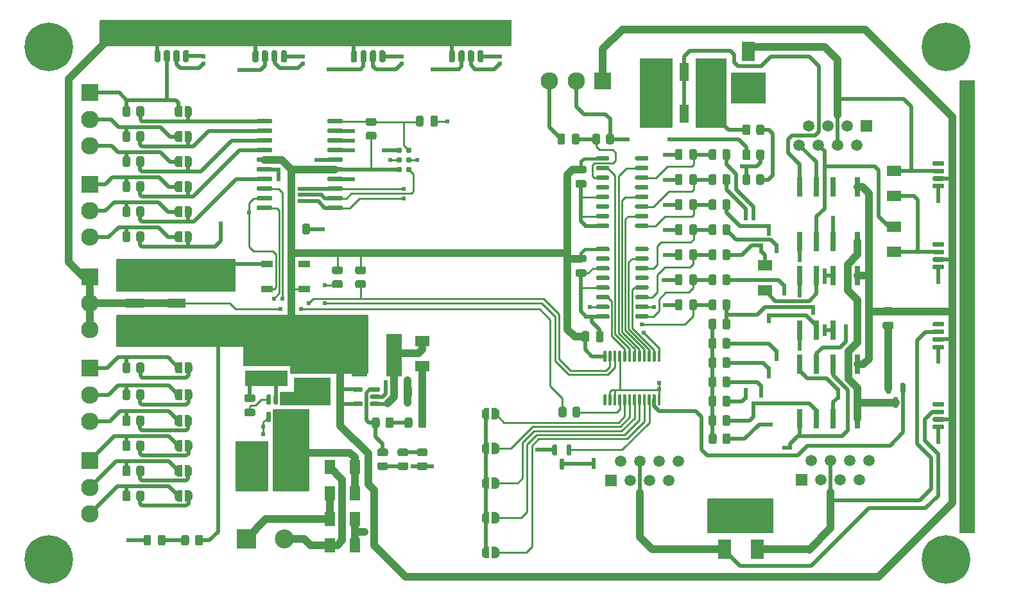
<source format=gtl>
G04 #@! TF.GenerationSoftware,KiCad,Pcbnew,6.0.10-86aedd382b~118~ubuntu18.04.1*
G04 #@! TF.CreationDate,2024-09-27T11:47:30-06:00*
G04 #@! TF.ProjectId,mss-siding,6d73732d-7369-4646-996e-672e6b696361,rev?*
G04 #@! TF.SameCoordinates,Original*
G04 #@! TF.FileFunction,Copper,L1,Top*
G04 #@! TF.FilePolarity,Positive*
%FSLAX46Y46*%
G04 Gerber Fmt 4.6, Leading zero omitted, Abs format (unit mm)*
G04 Created by KiCad (PCBNEW 6.0.10-86aedd382b~118~ubuntu18.04.1) date 2024-09-27 11:47:30*
%MOMM*%
%LPD*%
G01*
G04 APERTURE LIST*
G04 #@! TA.AperFunction,SMDPad,CuDef*
%ADD10R,1.400000X1.900000*%
G04 #@! TD*
G04 #@! TA.AperFunction,ComponentPad*
%ADD11C,6.400000*%
G04 #@! TD*
G04 #@! TA.AperFunction,SMDPad,CuDef*
%ADD12R,5.562600X2.108200*%
G04 #@! TD*
G04 #@! TA.AperFunction,ComponentPad*
%ADD13R,2.300000X2.300000*%
G04 #@! TD*
G04 #@! TA.AperFunction,ComponentPad*
%ADD14C,2.300000*%
G04 #@! TD*
G04 #@! TA.AperFunction,SMDPad,CuDef*
%ADD15R,1.900000X1.400000*%
G04 #@! TD*
G04 #@! TA.AperFunction,ConnectorPad*
%ADD16C,0.787400*%
G04 #@! TD*
G04 #@! TA.AperFunction,SMDPad,CuDef*
%ADD17R,1.193800X2.489200*%
G04 #@! TD*
G04 #@! TA.AperFunction,ComponentPad*
%ADD18R,1.500000X1.500000*%
G04 #@! TD*
G04 #@! TA.AperFunction,ComponentPad*
%ADD19C,1.500000*%
G04 #@! TD*
G04 #@! TA.AperFunction,SMDPad,CuDef*
%ADD20R,1.800000X2.500000*%
G04 #@! TD*
G04 #@! TA.AperFunction,ComponentPad*
%ADD21R,2.500000X2.500000*%
G04 #@! TD*
G04 #@! TA.AperFunction,ComponentPad*
%ADD22C,2.500000*%
G04 #@! TD*
G04 #@! TA.AperFunction,SMDPad,CuDef*
%ADD23R,0.800000X2.660000*%
G04 #@! TD*
G04 #@! TA.AperFunction,SMDPad,CuDef*
%ADD24R,2.489200X1.193800*%
G04 #@! TD*
G04 #@! TA.AperFunction,SMDPad,CuDef*
%ADD25R,1.500000X0.900000*%
G04 #@! TD*
G04 #@! TA.AperFunction,SMDPad,CuDef*
%ADD26R,2.108200X5.562600*%
G04 #@! TD*
G04 #@! TA.AperFunction,ViaPad*
%ADD27C,0.609600*%
G04 #@! TD*
G04 #@! TA.AperFunction,Conductor*
%ADD28C,1.016000*%
G04 #@! TD*
G04 #@! TA.AperFunction,Conductor*
%ADD29C,0.254000*%
G04 #@! TD*
G04 #@! TA.AperFunction,Conductor*
%ADD30C,0.508000*%
G04 #@! TD*
G04 #@! TA.AperFunction,Conductor*
%ADD31C,0.457200*%
G04 #@! TD*
G04 APERTURE END LIST*
G04 #@! TA.AperFunction,SMDPad,CuDef*
G36*
G01*
X47216000Y-185362000D02*
X47216000Y-184462000D01*
G75*
G02*
X47466000Y-184212000I250000J0D01*
G01*
X47991000Y-184212000D01*
G75*
G02*
X48241000Y-184462000I0J-250000D01*
G01*
X48241000Y-185362000D01*
G75*
G02*
X47991000Y-185612000I-250000J0D01*
G01*
X47466000Y-185612000D01*
G75*
G02*
X47216000Y-185362000I0J250000D01*
G01*
G37*
G04 #@! TD.AperFunction*
G04 #@! TA.AperFunction,SMDPad,CuDef*
G36*
G01*
X49041000Y-185362000D02*
X49041000Y-184462000D01*
G75*
G02*
X49291000Y-184212000I250000J0D01*
G01*
X49816000Y-184212000D01*
G75*
G02*
X50066000Y-184462000I0J-250000D01*
G01*
X50066000Y-185362000D01*
G75*
G02*
X49816000Y-185612000I-250000J0D01*
G01*
X49291000Y-185612000D01*
G75*
G02*
X49041000Y-185362000I0J250000D01*
G01*
G37*
G04 #@! TD.AperFunction*
D10*
X70103000Y-175260000D03*
X66803000Y-175260000D03*
G04 #@! TA.AperFunction,SMDPad,CuDef*
G36*
G01*
X119638500Y-161054750D02*
X119638500Y-161954750D01*
G75*
G02*
X119388500Y-162204750I-250000J0D01*
G01*
X118863500Y-162204750D01*
G75*
G02*
X118613500Y-161954750I0J250000D01*
G01*
X118613500Y-161054750D01*
G75*
G02*
X118863500Y-160804750I250000J0D01*
G01*
X119388500Y-160804750D01*
G75*
G02*
X119638500Y-161054750I0J-250000D01*
G01*
G37*
G04 #@! TD.AperFunction*
G04 #@! TA.AperFunction,SMDPad,CuDef*
G36*
G01*
X117813500Y-161054750D02*
X117813500Y-161954750D01*
G75*
G02*
X117563500Y-162204750I-250000J0D01*
G01*
X117038500Y-162204750D01*
G75*
G02*
X116788500Y-161954750I0J250000D01*
G01*
X116788500Y-161054750D01*
G75*
G02*
X117038500Y-160804750I250000J0D01*
G01*
X117563500Y-160804750D01*
G75*
G02*
X117813500Y-161054750I0J-250000D01*
G01*
G37*
G04 #@! TD.AperFunction*
G04 #@! TA.AperFunction,SMDPad,CuDef*
G36*
G01*
X42319000Y-168714000D02*
X42319000Y-169614000D01*
G75*
G02*
X42069000Y-169864000I-250000J0D01*
G01*
X41544000Y-169864000D01*
G75*
G02*
X41294000Y-169614000I0J250000D01*
G01*
X41294000Y-168714000D01*
G75*
G02*
X41544000Y-168464000I250000J0D01*
G01*
X42069000Y-168464000D01*
G75*
G02*
X42319000Y-168714000I0J-250000D01*
G01*
G37*
G04 #@! TD.AperFunction*
G04 #@! TA.AperFunction,SMDPad,CuDef*
G36*
G01*
X40494000Y-168714000D02*
X40494000Y-169614000D01*
G75*
G02*
X40244000Y-169864000I-250000J0D01*
G01*
X39719000Y-169864000D01*
G75*
G02*
X39469000Y-169614000I0J250000D01*
G01*
X39469000Y-168714000D01*
G75*
G02*
X39719000Y-168464000I250000J0D01*
G01*
X40244000Y-168464000D01*
G75*
G02*
X40494000Y-168714000I0J-250000D01*
G01*
G37*
G04 #@! TD.AperFunction*
D11*
X29718000Y-119888000D03*
G04 #@! TA.AperFunction,SMDPad,CuDef*
G36*
G01*
X42319000Y-144457000D02*
X42319000Y-145357000D01*
G75*
G02*
X42069000Y-145607000I-250000J0D01*
G01*
X41544000Y-145607000D01*
G75*
G02*
X41294000Y-145357000I0J250000D01*
G01*
X41294000Y-144457000D01*
G75*
G02*
X41544000Y-144207000I250000J0D01*
G01*
X42069000Y-144207000D01*
G75*
G02*
X42319000Y-144457000I0J-250000D01*
G01*
G37*
G04 #@! TD.AperFunction*
G04 #@! TA.AperFunction,SMDPad,CuDef*
G36*
G01*
X40494000Y-144457000D02*
X40494000Y-145357000D01*
G75*
G02*
X40244000Y-145607000I-250000J0D01*
G01*
X39719000Y-145607000D01*
G75*
G02*
X39469000Y-145357000I0J250000D01*
G01*
X39469000Y-144457000D01*
G75*
G02*
X39719000Y-144207000I250000J0D01*
G01*
X40244000Y-144207000D01*
G75*
G02*
X40494000Y-144457000I0J-250000D01*
G01*
G37*
G04 #@! TD.AperFunction*
G04 #@! TA.AperFunction,SMDPad,CuDef*
G36*
G01*
X147723000Y-159748750D02*
X146473000Y-159748750D01*
G75*
G02*
X146323000Y-159598750I0J150000D01*
G01*
X146323000Y-159298750D01*
G75*
G02*
X146473000Y-159148750I150000J0D01*
G01*
X147723000Y-159148750D01*
G75*
G02*
X147873000Y-159298750I0J-150000D01*
G01*
X147873000Y-159598750D01*
G75*
G02*
X147723000Y-159748750I-150000J0D01*
G01*
G37*
G04 #@! TD.AperFunction*
G04 #@! TA.AperFunction,SMDPad,CuDef*
G36*
G01*
X147723000Y-158748750D02*
X146473000Y-158748750D01*
G75*
G02*
X146323000Y-158598750I0J150000D01*
G01*
X146323000Y-158298750D01*
G75*
G02*
X146473000Y-158148750I150000J0D01*
G01*
X147723000Y-158148750D01*
G75*
G02*
X147873000Y-158298750I0J-150000D01*
G01*
X147873000Y-158598750D01*
G75*
G02*
X147723000Y-158748750I-150000J0D01*
G01*
G37*
G04 #@! TD.AperFunction*
G04 #@! TA.AperFunction,SMDPad,CuDef*
G36*
G01*
X147723000Y-157748750D02*
X146473000Y-157748750D01*
G75*
G02*
X146323000Y-157598750I0J150000D01*
G01*
X146323000Y-157298750D01*
G75*
G02*
X146473000Y-157148750I150000J0D01*
G01*
X147723000Y-157148750D01*
G75*
G02*
X147873000Y-157298750I0J-150000D01*
G01*
X147873000Y-157598750D01*
G75*
G02*
X147723000Y-157748750I-150000J0D01*
G01*
G37*
G04 #@! TD.AperFunction*
G04 #@! TA.AperFunction,SMDPad,CuDef*
G36*
G01*
X147723000Y-156748750D02*
X146473000Y-156748750D01*
G75*
G02*
X146323000Y-156598750I0J150000D01*
G01*
X146323000Y-156298750D01*
G75*
G02*
X146473000Y-156148750I150000J0D01*
G01*
X147723000Y-156148750D01*
G75*
G02*
X147873000Y-156298750I0J-150000D01*
G01*
X147873000Y-156598750D01*
G75*
G02*
X147723000Y-156748750I-150000J0D01*
G01*
G37*
G04 #@! TD.AperFunction*
G04 #@! TA.AperFunction,SMDPad,CuDef*
G36*
G01*
X151623000Y-155748750D02*
X150323000Y-155748750D01*
G75*
G02*
X150073000Y-155498750I0J250000D01*
G01*
X150073000Y-154798750D01*
G75*
G02*
X150323000Y-154548750I250000J0D01*
G01*
X151623000Y-154548750D01*
G75*
G02*
X151873000Y-154798750I0J-250000D01*
G01*
X151873000Y-155498750D01*
G75*
G02*
X151623000Y-155748750I-250000J0D01*
G01*
G37*
G04 #@! TD.AperFunction*
G04 #@! TA.AperFunction,SMDPad,CuDef*
G36*
G01*
X151623000Y-161348750D02*
X150323000Y-161348750D01*
G75*
G02*
X150073000Y-161098750I0J250000D01*
G01*
X150073000Y-160398750D01*
G75*
G02*
X150323000Y-160148750I250000J0D01*
G01*
X151623000Y-160148750D01*
G75*
G02*
X151873000Y-160398750I0J-250000D01*
G01*
X151873000Y-161098750D01*
G75*
G02*
X151623000Y-161348750I-250000J0D01*
G01*
G37*
G04 #@! TD.AperFunction*
G04 #@! TA.AperFunction,SMDPad,CuDef*
G36*
X47648000Y-175018000D02*
G01*
X48148000Y-175018000D01*
X48148000Y-175022967D01*
X48227941Y-175024432D01*
X48363256Y-175066707D01*
X48481266Y-175145262D01*
X48572486Y-175253781D01*
X48629581Y-175383540D01*
X48647164Y-175518000D01*
X48648000Y-175518000D01*
X48648000Y-176018000D01*
X48647164Y-176018000D01*
X48647963Y-176024109D01*
X48626152Y-176164186D01*
X48565904Y-176292511D01*
X48472060Y-176398769D01*
X48352165Y-176474417D01*
X48215858Y-176513374D01*
X48148000Y-176512959D01*
X48148000Y-176518000D01*
X47648000Y-176518000D01*
X47648000Y-175018000D01*
G37*
G04 #@! TD.AperFunction*
G04 #@! TA.AperFunction,SMDPad,CuDef*
G36*
X46848000Y-176512959D02*
G01*
X46774095Y-176512508D01*
X46638274Y-176471889D01*
X46519312Y-176394782D01*
X46426774Y-176287385D01*
X46368097Y-176158333D01*
X46348000Y-176018000D01*
X46348000Y-175518000D01*
X46348149Y-175505784D01*
X46371669Y-175365983D01*
X46433481Y-175238404D01*
X46528616Y-175133300D01*
X46649426Y-175059123D01*
X46786199Y-175021834D01*
X46848000Y-175022967D01*
X46848000Y-175018000D01*
X47348000Y-175018000D01*
X47348000Y-176518000D01*
X46848000Y-176518000D01*
X46848000Y-176512959D01*
G37*
G04 #@! TD.AperFunction*
D12*
X58420000Y-158978600D03*
X58420000Y-163576000D03*
G04 #@! TA.AperFunction,SMDPad,CuDef*
G36*
G01*
X101960000Y-146668750D02*
X101960000Y-146368750D01*
G75*
G02*
X102110000Y-146218750I150000J0D01*
G01*
X103560000Y-146218750D01*
G75*
G02*
X103710000Y-146368750I0J-150000D01*
G01*
X103710000Y-146668750D01*
G75*
G02*
X103560000Y-146818750I-150000J0D01*
G01*
X102110000Y-146818750D01*
G75*
G02*
X101960000Y-146668750I0J150000D01*
G01*
G37*
G04 #@! TD.AperFunction*
G04 #@! TA.AperFunction,SMDPad,CuDef*
G36*
G01*
X101960000Y-147938750D02*
X101960000Y-147638750D01*
G75*
G02*
X102110000Y-147488750I150000J0D01*
G01*
X103560000Y-147488750D01*
G75*
G02*
X103710000Y-147638750I0J-150000D01*
G01*
X103710000Y-147938750D01*
G75*
G02*
X103560000Y-148088750I-150000J0D01*
G01*
X102110000Y-148088750D01*
G75*
G02*
X101960000Y-147938750I0J150000D01*
G01*
G37*
G04 #@! TD.AperFunction*
G04 #@! TA.AperFunction,SMDPad,CuDef*
G36*
G01*
X101960000Y-149208750D02*
X101960000Y-148908750D01*
G75*
G02*
X102110000Y-148758750I150000J0D01*
G01*
X103560000Y-148758750D01*
G75*
G02*
X103710000Y-148908750I0J-150000D01*
G01*
X103710000Y-149208750D01*
G75*
G02*
X103560000Y-149358750I-150000J0D01*
G01*
X102110000Y-149358750D01*
G75*
G02*
X101960000Y-149208750I0J150000D01*
G01*
G37*
G04 #@! TD.AperFunction*
G04 #@! TA.AperFunction,SMDPad,CuDef*
G36*
G01*
X101960000Y-150478750D02*
X101960000Y-150178750D01*
G75*
G02*
X102110000Y-150028750I150000J0D01*
G01*
X103560000Y-150028750D01*
G75*
G02*
X103710000Y-150178750I0J-150000D01*
G01*
X103710000Y-150478750D01*
G75*
G02*
X103560000Y-150628750I-150000J0D01*
G01*
X102110000Y-150628750D01*
G75*
G02*
X101960000Y-150478750I0J150000D01*
G01*
G37*
G04 #@! TD.AperFunction*
G04 #@! TA.AperFunction,SMDPad,CuDef*
G36*
G01*
X101960000Y-151748750D02*
X101960000Y-151448750D01*
G75*
G02*
X102110000Y-151298750I150000J0D01*
G01*
X103560000Y-151298750D01*
G75*
G02*
X103710000Y-151448750I0J-150000D01*
G01*
X103710000Y-151748750D01*
G75*
G02*
X103560000Y-151898750I-150000J0D01*
G01*
X102110000Y-151898750D01*
G75*
G02*
X101960000Y-151748750I0J150000D01*
G01*
G37*
G04 #@! TD.AperFunction*
G04 #@! TA.AperFunction,SMDPad,CuDef*
G36*
G01*
X101960000Y-153018750D02*
X101960000Y-152718750D01*
G75*
G02*
X102110000Y-152568750I150000J0D01*
G01*
X103560000Y-152568750D01*
G75*
G02*
X103710000Y-152718750I0J-150000D01*
G01*
X103710000Y-153018750D01*
G75*
G02*
X103560000Y-153168750I-150000J0D01*
G01*
X102110000Y-153168750D01*
G75*
G02*
X101960000Y-153018750I0J150000D01*
G01*
G37*
G04 #@! TD.AperFunction*
G04 #@! TA.AperFunction,SMDPad,CuDef*
G36*
G01*
X101960000Y-154288750D02*
X101960000Y-153988750D01*
G75*
G02*
X102110000Y-153838750I150000J0D01*
G01*
X103560000Y-153838750D01*
G75*
G02*
X103710000Y-153988750I0J-150000D01*
G01*
X103710000Y-154288750D01*
G75*
G02*
X103560000Y-154438750I-150000J0D01*
G01*
X102110000Y-154438750D01*
G75*
G02*
X101960000Y-154288750I0J150000D01*
G01*
G37*
G04 #@! TD.AperFunction*
G04 #@! TA.AperFunction,SMDPad,CuDef*
G36*
G01*
X101960000Y-155558750D02*
X101960000Y-155258750D01*
G75*
G02*
X102110000Y-155108750I150000J0D01*
G01*
X103560000Y-155108750D01*
G75*
G02*
X103710000Y-155258750I0J-150000D01*
G01*
X103710000Y-155558750D01*
G75*
G02*
X103560000Y-155708750I-150000J0D01*
G01*
X102110000Y-155708750D01*
G75*
G02*
X101960000Y-155558750I0J150000D01*
G01*
G37*
G04 #@! TD.AperFunction*
G04 #@! TA.AperFunction,SMDPad,CuDef*
G36*
G01*
X107110000Y-155558750D02*
X107110000Y-155258750D01*
G75*
G02*
X107260000Y-155108750I150000J0D01*
G01*
X108710000Y-155108750D01*
G75*
G02*
X108860000Y-155258750I0J-150000D01*
G01*
X108860000Y-155558750D01*
G75*
G02*
X108710000Y-155708750I-150000J0D01*
G01*
X107260000Y-155708750D01*
G75*
G02*
X107110000Y-155558750I0J150000D01*
G01*
G37*
G04 #@! TD.AperFunction*
G04 #@! TA.AperFunction,SMDPad,CuDef*
G36*
G01*
X107110000Y-154288750D02*
X107110000Y-153988750D01*
G75*
G02*
X107260000Y-153838750I150000J0D01*
G01*
X108710000Y-153838750D01*
G75*
G02*
X108860000Y-153988750I0J-150000D01*
G01*
X108860000Y-154288750D01*
G75*
G02*
X108710000Y-154438750I-150000J0D01*
G01*
X107260000Y-154438750D01*
G75*
G02*
X107110000Y-154288750I0J150000D01*
G01*
G37*
G04 #@! TD.AperFunction*
G04 #@! TA.AperFunction,SMDPad,CuDef*
G36*
G01*
X107110000Y-153018750D02*
X107110000Y-152718750D01*
G75*
G02*
X107260000Y-152568750I150000J0D01*
G01*
X108710000Y-152568750D01*
G75*
G02*
X108860000Y-152718750I0J-150000D01*
G01*
X108860000Y-153018750D01*
G75*
G02*
X108710000Y-153168750I-150000J0D01*
G01*
X107260000Y-153168750D01*
G75*
G02*
X107110000Y-153018750I0J150000D01*
G01*
G37*
G04 #@! TD.AperFunction*
G04 #@! TA.AperFunction,SMDPad,CuDef*
G36*
G01*
X107110000Y-151748750D02*
X107110000Y-151448750D01*
G75*
G02*
X107260000Y-151298750I150000J0D01*
G01*
X108710000Y-151298750D01*
G75*
G02*
X108860000Y-151448750I0J-150000D01*
G01*
X108860000Y-151748750D01*
G75*
G02*
X108710000Y-151898750I-150000J0D01*
G01*
X107260000Y-151898750D01*
G75*
G02*
X107110000Y-151748750I0J150000D01*
G01*
G37*
G04 #@! TD.AperFunction*
G04 #@! TA.AperFunction,SMDPad,CuDef*
G36*
G01*
X107110000Y-150478750D02*
X107110000Y-150178750D01*
G75*
G02*
X107260000Y-150028750I150000J0D01*
G01*
X108710000Y-150028750D01*
G75*
G02*
X108860000Y-150178750I0J-150000D01*
G01*
X108860000Y-150478750D01*
G75*
G02*
X108710000Y-150628750I-150000J0D01*
G01*
X107260000Y-150628750D01*
G75*
G02*
X107110000Y-150478750I0J150000D01*
G01*
G37*
G04 #@! TD.AperFunction*
G04 #@! TA.AperFunction,SMDPad,CuDef*
G36*
G01*
X107110000Y-149208750D02*
X107110000Y-148908750D01*
G75*
G02*
X107260000Y-148758750I150000J0D01*
G01*
X108710000Y-148758750D01*
G75*
G02*
X108860000Y-148908750I0J-150000D01*
G01*
X108860000Y-149208750D01*
G75*
G02*
X108710000Y-149358750I-150000J0D01*
G01*
X107260000Y-149358750D01*
G75*
G02*
X107110000Y-149208750I0J150000D01*
G01*
G37*
G04 #@! TD.AperFunction*
G04 #@! TA.AperFunction,SMDPad,CuDef*
G36*
G01*
X107110000Y-147938750D02*
X107110000Y-147638750D01*
G75*
G02*
X107260000Y-147488750I150000J0D01*
G01*
X108710000Y-147488750D01*
G75*
G02*
X108860000Y-147638750I0J-150000D01*
G01*
X108860000Y-147938750D01*
G75*
G02*
X108710000Y-148088750I-150000J0D01*
G01*
X107260000Y-148088750D01*
G75*
G02*
X107110000Y-147938750I0J150000D01*
G01*
G37*
G04 #@! TD.AperFunction*
G04 #@! TA.AperFunction,SMDPad,CuDef*
G36*
G01*
X107110000Y-146668750D02*
X107110000Y-146368750D01*
G75*
G02*
X107260000Y-146218750I150000J0D01*
G01*
X108710000Y-146218750D01*
G75*
G02*
X108860000Y-146368750I0J-150000D01*
G01*
X108860000Y-146668750D01*
G75*
G02*
X108710000Y-146818750I-150000J0D01*
G01*
X107260000Y-146818750D01*
G75*
G02*
X107110000Y-146668750I0J150000D01*
G01*
G37*
G04 #@! TD.AperFunction*
G04 #@! TA.AperFunction,SMDPad,CuDef*
G36*
G01*
X119638500Y-136924750D02*
X119638500Y-137824750D01*
G75*
G02*
X119388500Y-138074750I-250000J0D01*
G01*
X118863500Y-138074750D01*
G75*
G02*
X118613500Y-137824750I0J250000D01*
G01*
X118613500Y-136924750D01*
G75*
G02*
X118863500Y-136674750I250000J0D01*
G01*
X119388500Y-136674750D01*
G75*
G02*
X119638500Y-136924750I0J-250000D01*
G01*
G37*
G04 #@! TD.AperFunction*
G04 #@! TA.AperFunction,SMDPad,CuDef*
G36*
G01*
X117813500Y-136924750D02*
X117813500Y-137824750D01*
G75*
G02*
X117563500Y-138074750I-250000J0D01*
G01*
X117038500Y-138074750D01*
G75*
G02*
X116788500Y-137824750I0J250000D01*
G01*
X116788500Y-136924750D01*
G75*
G02*
X117038500Y-136674750I250000J0D01*
G01*
X117563500Y-136674750D01*
G75*
G02*
X117813500Y-136924750I0J-250000D01*
G01*
G37*
G04 #@! TD.AperFunction*
D13*
X35179000Y-174427000D03*
D14*
X35179000Y-177927000D03*
X35179000Y-181427000D03*
G04 #@! TA.AperFunction,SMDPad,CuDef*
G36*
X47648000Y-168414000D02*
G01*
X48148000Y-168414000D01*
X48148000Y-168418967D01*
X48227941Y-168420432D01*
X48363256Y-168462707D01*
X48481266Y-168541262D01*
X48572486Y-168649781D01*
X48629581Y-168779540D01*
X48647164Y-168914000D01*
X48648000Y-168914000D01*
X48648000Y-169414000D01*
X48647164Y-169414000D01*
X48647963Y-169420109D01*
X48626152Y-169560186D01*
X48565904Y-169688511D01*
X48472060Y-169794769D01*
X48352165Y-169870417D01*
X48215858Y-169909374D01*
X48148000Y-169908959D01*
X48148000Y-169914000D01*
X47648000Y-169914000D01*
X47648000Y-168414000D01*
G37*
G04 #@! TD.AperFunction*
G04 #@! TA.AperFunction,SMDPad,CuDef*
G36*
X46848000Y-169908959D02*
G01*
X46774095Y-169908508D01*
X46638274Y-169867889D01*
X46519312Y-169790782D01*
X46426774Y-169683385D01*
X46368097Y-169554333D01*
X46348000Y-169414000D01*
X46348000Y-168914000D01*
X46348149Y-168901784D01*
X46371669Y-168761983D01*
X46433481Y-168634404D01*
X46528616Y-168529300D01*
X46649426Y-168455123D01*
X46786199Y-168417834D01*
X46848000Y-168418967D01*
X46848000Y-168414000D01*
X47348000Y-168414000D01*
X47348000Y-169914000D01*
X46848000Y-169914000D01*
X46848000Y-169908959D01*
G37*
G04 #@! TD.AperFunction*
D13*
X35179000Y-125913000D03*
D14*
X35179000Y-129413000D03*
X35179000Y-132913000D03*
G04 #@! TA.AperFunction,SMDPad,CuDef*
G36*
G01*
X73428000Y-166789000D02*
X73428000Y-167089000D01*
G75*
G02*
X73278000Y-167239000I-150000J0D01*
G01*
X72253000Y-167239000D01*
G75*
G02*
X72103000Y-167089000I0J150000D01*
G01*
X72103000Y-166789000D01*
G75*
G02*
X72253000Y-166639000I150000J0D01*
G01*
X73278000Y-166639000D01*
G75*
G02*
X73428000Y-166789000I0J-150000D01*
G01*
G37*
G04 #@! TD.AperFunction*
G04 #@! TA.AperFunction,SMDPad,CuDef*
G36*
G01*
X73428000Y-165839000D02*
X73428000Y-166139000D01*
G75*
G02*
X73278000Y-166289000I-150000J0D01*
G01*
X72253000Y-166289000D01*
G75*
G02*
X72103000Y-166139000I0J150000D01*
G01*
X72103000Y-165839000D01*
G75*
G02*
X72253000Y-165689000I150000J0D01*
G01*
X73278000Y-165689000D01*
G75*
G02*
X73428000Y-165839000I0J-150000D01*
G01*
G37*
G04 #@! TD.AperFunction*
G04 #@! TA.AperFunction,SMDPad,CuDef*
G36*
G01*
X73428000Y-164889000D02*
X73428000Y-165189000D01*
G75*
G02*
X73278000Y-165339000I-150000J0D01*
G01*
X72253000Y-165339000D01*
G75*
G02*
X72103000Y-165189000I0J150000D01*
G01*
X72103000Y-164889000D01*
G75*
G02*
X72253000Y-164739000I150000J0D01*
G01*
X73278000Y-164739000D01*
G75*
G02*
X73428000Y-164889000I0J-150000D01*
G01*
G37*
G04 #@! TD.AperFunction*
G04 #@! TA.AperFunction,SMDPad,CuDef*
G36*
G01*
X71153000Y-164889000D02*
X71153000Y-165189000D01*
G75*
G02*
X71003000Y-165339000I-150000J0D01*
G01*
X69978000Y-165339000D01*
G75*
G02*
X69828000Y-165189000I0J150000D01*
G01*
X69828000Y-164889000D01*
G75*
G02*
X69978000Y-164739000I150000J0D01*
G01*
X71003000Y-164739000D01*
G75*
G02*
X71153000Y-164889000I0J-150000D01*
G01*
G37*
G04 #@! TD.AperFunction*
G04 #@! TA.AperFunction,SMDPad,CuDef*
G36*
G01*
X71153000Y-166789000D02*
X71153000Y-167089000D01*
G75*
G02*
X71003000Y-167239000I-150000J0D01*
G01*
X69978000Y-167239000D01*
G75*
G02*
X69828000Y-167089000I0J150000D01*
G01*
X69828000Y-166789000D01*
G75*
G02*
X69978000Y-166639000I150000J0D01*
G01*
X71003000Y-166639000D01*
G75*
G02*
X71153000Y-166789000I0J-150000D01*
G01*
G37*
G04 #@! TD.AperFunction*
G04 #@! TA.AperFunction,SMDPad,CuDef*
G36*
X87861000Y-187273750D02*
G01*
X87361000Y-187273750D01*
X87361000Y-187268783D01*
X87281059Y-187267318D01*
X87145744Y-187225043D01*
X87027734Y-187146488D01*
X86936514Y-187037969D01*
X86879419Y-186908210D01*
X86861836Y-186773750D01*
X86861000Y-186773750D01*
X86861000Y-186273750D01*
X86861836Y-186273750D01*
X86861037Y-186267641D01*
X86882848Y-186127564D01*
X86943096Y-185999239D01*
X87036940Y-185892981D01*
X87156835Y-185817333D01*
X87293142Y-185778376D01*
X87361000Y-185778791D01*
X87361000Y-185773750D01*
X87861000Y-185773750D01*
X87861000Y-187273750D01*
G37*
G04 #@! TD.AperFunction*
G04 #@! TA.AperFunction,SMDPad,CuDef*
G36*
X88661000Y-185778791D02*
G01*
X88734905Y-185779242D01*
X88870726Y-185819861D01*
X88989688Y-185896968D01*
X89082226Y-186004365D01*
X89140903Y-186133417D01*
X89161000Y-186273750D01*
X89161000Y-186773750D01*
X89160851Y-186785966D01*
X89137331Y-186925767D01*
X89075519Y-187053346D01*
X88980384Y-187158450D01*
X88859574Y-187232627D01*
X88722801Y-187269916D01*
X88661000Y-187268783D01*
X88661000Y-187273750D01*
X88161000Y-187273750D01*
X88161000Y-185773750D01*
X88661000Y-185773750D01*
X88661000Y-185778791D01*
G37*
G04 #@! TD.AperFunction*
D15*
X124206000Y-151978750D03*
X124206000Y-148678750D03*
G04 #@! TA.AperFunction,SMDPad,CuDef*
G36*
G01*
X124107000Y-133662000D02*
X124107000Y-134562000D01*
G75*
G02*
X123857000Y-134812000I-250000J0D01*
G01*
X123332000Y-134812000D01*
G75*
G02*
X123082000Y-134562000I0J250000D01*
G01*
X123082000Y-133662000D01*
G75*
G02*
X123332000Y-133412000I250000J0D01*
G01*
X123857000Y-133412000D01*
G75*
G02*
X124107000Y-133662000I0J-250000D01*
G01*
G37*
G04 #@! TD.AperFunction*
G04 #@! TA.AperFunction,SMDPad,CuDef*
G36*
G01*
X122282000Y-133662000D02*
X122282000Y-134562000D01*
G75*
G02*
X122032000Y-134812000I-250000J0D01*
G01*
X121507000Y-134812000D01*
G75*
G02*
X121257000Y-134562000I0J250000D01*
G01*
X121257000Y-133662000D01*
G75*
G02*
X121507000Y-133412000I250000J0D01*
G01*
X122032000Y-133412000D01*
G75*
G02*
X122282000Y-133662000I0J-250000D01*
G01*
G37*
G04 #@! TD.AperFunction*
G04 #@! TA.AperFunction,SMDPad,CuDef*
G36*
X47648000Y-134251000D02*
G01*
X48148000Y-134251000D01*
X48148000Y-134255967D01*
X48227941Y-134257432D01*
X48363256Y-134299707D01*
X48481266Y-134378262D01*
X48572486Y-134486781D01*
X48629581Y-134616540D01*
X48647164Y-134751000D01*
X48648000Y-134751000D01*
X48648000Y-135251000D01*
X48647164Y-135251000D01*
X48647963Y-135257109D01*
X48626152Y-135397186D01*
X48565904Y-135525511D01*
X48472060Y-135631769D01*
X48352165Y-135707417D01*
X48215858Y-135746374D01*
X48148000Y-135745959D01*
X48148000Y-135751000D01*
X47648000Y-135751000D01*
X47648000Y-134251000D01*
G37*
G04 #@! TD.AperFunction*
G04 #@! TA.AperFunction,SMDPad,CuDef*
G36*
X46848000Y-135745959D02*
G01*
X46774095Y-135745508D01*
X46638274Y-135704889D01*
X46519312Y-135627782D01*
X46426774Y-135520385D01*
X46368097Y-135391333D01*
X46348000Y-135251000D01*
X46348000Y-134751000D01*
X46348149Y-134738784D01*
X46371669Y-134598983D01*
X46433481Y-134471404D01*
X46528616Y-134366300D01*
X46649426Y-134292123D01*
X46786199Y-134254834D01*
X46848000Y-134255967D01*
X46848000Y-134251000D01*
X47348000Y-134251000D01*
X47348000Y-135751000D01*
X46848000Y-135751000D01*
X46848000Y-135745959D01*
G37*
G04 #@! TD.AperFunction*
D16*
X77216000Y-136017000D03*
X75946000Y-136017000D03*
X77216000Y-134747000D03*
X75946000Y-134747000D03*
X77216000Y-133477000D03*
X75946000Y-133477000D03*
G04 #@! TA.AperFunction,SMDPad,CuDef*
G36*
G01*
X115242000Y-150107750D02*
X115242000Y-151057750D01*
G75*
G02*
X114992000Y-151307750I-250000J0D01*
G01*
X114492000Y-151307750D01*
G75*
G02*
X114242000Y-151057750I0J250000D01*
G01*
X114242000Y-150107750D01*
G75*
G02*
X114492000Y-149857750I250000J0D01*
G01*
X114992000Y-149857750D01*
G75*
G02*
X115242000Y-150107750I0J-250000D01*
G01*
G37*
G04 #@! TD.AperFunction*
G04 #@! TA.AperFunction,SMDPad,CuDef*
G36*
G01*
X113342000Y-150107750D02*
X113342000Y-151057750D01*
G75*
G02*
X113092000Y-151307750I-250000J0D01*
G01*
X112592000Y-151307750D01*
G75*
G02*
X112342000Y-151057750I0J250000D01*
G01*
X112342000Y-150107750D01*
G75*
G02*
X112592000Y-149857750I250000J0D01*
G01*
X113092000Y-149857750D01*
G75*
G02*
X113342000Y-150107750I0J-250000D01*
G01*
G37*
G04 #@! TD.AperFunction*
G04 #@! TA.AperFunction,SMDPad,CuDef*
G36*
G01*
X61163000Y-120537000D02*
X61163000Y-121737000D01*
G75*
G02*
X60963000Y-121937000I-200000J0D01*
G01*
X60563000Y-121937000D01*
G75*
G02*
X60363000Y-121737000I0J200000D01*
G01*
X60363000Y-120537000D01*
G75*
G02*
X60563000Y-120337000I200000J0D01*
G01*
X60963000Y-120337000D01*
G75*
G02*
X61163000Y-120537000I0J-200000D01*
G01*
G37*
G04 #@! TD.AperFunction*
G04 #@! TA.AperFunction,SMDPad,CuDef*
G36*
G01*
X59913000Y-120537000D02*
X59913000Y-121737000D01*
G75*
G02*
X59713000Y-121937000I-200000J0D01*
G01*
X59313000Y-121937000D01*
G75*
G02*
X59113000Y-121737000I0J200000D01*
G01*
X59113000Y-120537000D01*
G75*
G02*
X59313000Y-120337000I200000J0D01*
G01*
X59713000Y-120337000D01*
G75*
G02*
X59913000Y-120537000I0J-200000D01*
G01*
G37*
G04 #@! TD.AperFunction*
G04 #@! TA.AperFunction,SMDPad,CuDef*
G36*
G01*
X58663000Y-120537000D02*
X58663000Y-121737000D01*
G75*
G02*
X58463000Y-121937000I-200000J0D01*
G01*
X58063000Y-121937000D01*
G75*
G02*
X57863000Y-121737000I0J200000D01*
G01*
X57863000Y-120537000D01*
G75*
G02*
X58063000Y-120337000I200000J0D01*
G01*
X58463000Y-120337000D01*
G75*
G02*
X58663000Y-120537000I0J-200000D01*
G01*
G37*
G04 #@! TD.AperFunction*
G04 #@! TA.AperFunction,SMDPad,CuDef*
G36*
G01*
X57413000Y-120537000D02*
X57413000Y-121737000D01*
G75*
G02*
X57213000Y-121937000I-200000J0D01*
G01*
X56813000Y-121937000D01*
G75*
G02*
X56613000Y-121737000I0J200000D01*
G01*
X56613000Y-120537000D01*
G75*
G02*
X56813000Y-120337000I200000J0D01*
G01*
X57213000Y-120337000D01*
G75*
G02*
X57413000Y-120537000I0J-200000D01*
G01*
G37*
G04 #@! TD.AperFunction*
G04 #@! TA.AperFunction,SMDPad,CuDef*
G36*
G01*
X55513000Y-116987001D02*
X55513000Y-119486999D01*
G75*
G02*
X55262999Y-119737000I-250001J0D01*
G01*
X53663001Y-119737000D01*
G75*
G02*
X53413000Y-119486999I0J250001D01*
G01*
X53413000Y-116987001D01*
G75*
G02*
X53663001Y-116737000I250001J0D01*
G01*
X55262999Y-116737000D01*
G75*
G02*
X55513000Y-116987001I0J-250001D01*
G01*
G37*
G04 #@! TD.AperFunction*
G04 #@! TA.AperFunction,SMDPad,CuDef*
G36*
G01*
X64363000Y-116987001D02*
X64363000Y-119486999D01*
G75*
G02*
X64112999Y-119737000I-250001J0D01*
G01*
X62513001Y-119737000D01*
G75*
G02*
X62263000Y-119486999I0J250001D01*
G01*
X62263000Y-116987001D01*
G75*
G02*
X62513001Y-116737000I250001J0D01*
G01*
X64112999Y-116737000D01*
G75*
G02*
X64363000Y-116987001I0J-250001D01*
G01*
G37*
G04 #@! TD.AperFunction*
G04 #@! TA.AperFunction,SMDPad,CuDef*
G36*
X47648000Y-127647000D02*
G01*
X48148000Y-127647000D01*
X48148000Y-127651967D01*
X48227941Y-127653432D01*
X48363256Y-127695707D01*
X48481266Y-127774262D01*
X48572486Y-127882781D01*
X48629581Y-128012540D01*
X48647164Y-128147000D01*
X48648000Y-128147000D01*
X48648000Y-128647000D01*
X48647164Y-128647000D01*
X48647963Y-128653109D01*
X48626152Y-128793186D01*
X48565904Y-128921511D01*
X48472060Y-129027769D01*
X48352165Y-129103417D01*
X48215858Y-129142374D01*
X48148000Y-129141959D01*
X48148000Y-129147000D01*
X47648000Y-129147000D01*
X47648000Y-127647000D01*
G37*
G04 #@! TD.AperFunction*
G04 #@! TA.AperFunction,SMDPad,CuDef*
G36*
X46848000Y-129141959D02*
G01*
X46774095Y-129141508D01*
X46638274Y-129100889D01*
X46519312Y-129023782D01*
X46426774Y-128916385D01*
X46368097Y-128787333D01*
X46348000Y-128647000D01*
X46348000Y-128147000D01*
X46348149Y-128134784D01*
X46371669Y-127994983D01*
X46433481Y-127867404D01*
X46528616Y-127762300D01*
X46649426Y-127688123D01*
X46786199Y-127650834D01*
X46848000Y-127651967D01*
X46848000Y-127647000D01*
X47348000Y-127647000D01*
X47348000Y-129147000D01*
X46848000Y-129147000D01*
X46848000Y-129141959D01*
G37*
G04 #@! TD.AperFunction*
G04 #@! TA.AperFunction,SMDPad,CuDef*
G36*
G01*
X116788500Y-156874750D02*
X116788500Y-155974750D01*
G75*
G02*
X117038500Y-155724750I250000J0D01*
G01*
X117563500Y-155724750D01*
G75*
G02*
X117813500Y-155974750I0J-250000D01*
G01*
X117813500Y-156874750D01*
G75*
G02*
X117563500Y-157124750I-250000J0D01*
G01*
X117038500Y-157124750D01*
G75*
G02*
X116788500Y-156874750I0J250000D01*
G01*
G37*
G04 #@! TD.AperFunction*
G04 #@! TA.AperFunction,SMDPad,CuDef*
G36*
G01*
X118613500Y-156874750D02*
X118613500Y-155974750D01*
G75*
G02*
X118863500Y-155724750I250000J0D01*
G01*
X119388500Y-155724750D01*
G75*
G02*
X119638500Y-155974750I0J-250000D01*
G01*
X119638500Y-156874750D01*
G75*
G02*
X119388500Y-157124750I-250000J0D01*
G01*
X118863500Y-157124750D01*
G75*
G02*
X118613500Y-156874750I0J250000D01*
G01*
G37*
G04 #@! TD.AperFunction*
G04 #@! TA.AperFunction,SMDPad,CuDef*
G36*
G01*
X115242000Y-133597750D02*
X115242000Y-134547750D01*
G75*
G02*
X114992000Y-134797750I-250000J0D01*
G01*
X114492000Y-134797750D01*
G75*
G02*
X114242000Y-134547750I0J250000D01*
G01*
X114242000Y-133597750D01*
G75*
G02*
X114492000Y-133347750I250000J0D01*
G01*
X114992000Y-133347750D01*
G75*
G02*
X115242000Y-133597750I0J-250000D01*
G01*
G37*
G04 #@! TD.AperFunction*
G04 #@! TA.AperFunction,SMDPad,CuDef*
G36*
G01*
X113342000Y-133597750D02*
X113342000Y-134547750D01*
G75*
G02*
X113092000Y-134797750I-250000J0D01*
G01*
X112592000Y-134797750D01*
G75*
G02*
X112342000Y-134547750I0J250000D01*
G01*
X112342000Y-133597750D01*
G75*
G02*
X112592000Y-133347750I250000J0D01*
G01*
X113092000Y-133347750D01*
G75*
G02*
X113342000Y-133597750I0J-250000D01*
G01*
G37*
G04 #@! TD.AperFunction*
G04 #@! TA.AperFunction,SMDPad,CuDef*
G36*
G01*
X139987000Y-154212750D02*
X140937000Y-154212750D01*
G75*
G02*
X141187000Y-154462750I0J-250000D01*
G01*
X141187000Y-154962750D01*
G75*
G02*
X140937000Y-155212750I-250000J0D01*
G01*
X139987000Y-155212750D01*
G75*
G02*
X139737000Y-154962750I0J250000D01*
G01*
X139737000Y-154462750D01*
G75*
G02*
X139987000Y-154212750I250000J0D01*
G01*
G37*
G04 #@! TD.AperFunction*
G04 #@! TA.AperFunction,SMDPad,CuDef*
G36*
G01*
X139987000Y-156112750D02*
X140937000Y-156112750D01*
G75*
G02*
X141187000Y-156362750I0J-250000D01*
G01*
X141187000Y-156862750D01*
G75*
G02*
X140937000Y-157112750I-250000J0D01*
G01*
X139987000Y-157112750D01*
G75*
G02*
X139737000Y-156862750I0J250000D01*
G01*
X139737000Y-156362750D01*
G75*
G02*
X139987000Y-156112750I250000J0D01*
G01*
G37*
G04 #@! TD.AperFunction*
G04 #@! TA.AperFunction,SMDPad,CuDef*
G36*
G01*
X42263000Y-185368250D02*
X42263000Y-184455750D01*
G75*
G02*
X42506750Y-184212000I243750J0D01*
G01*
X42994250Y-184212000D01*
G75*
G02*
X43238000Y-184455750I0J-243750D01*
G01*
X43238000Y-185368250D01*
G75*
G02*
X42994250Y-185612000I-243750J0D01*
G01*
X42506750Y-185612000D01*
G75*
G02*
X42263000Y-185368250I0J243750D01*
G01*
G37*
G04 #@! TD.AperFunction*
G04 #@! TA.AperFunction,SMDPad,CuDef*
G36*
G01*
X44138000Y-185368250D02*
X44138000Y-184455750D01*
G75*
G02*
X44381750Y-184212000I243750J0D01*
G01*
X44869250Y-184212000D01*
G75*
G02*
X45113000Y-184455750I0J-243750D01*
G01*
X45113000Y-185368250D01*
G75*
G02*
X44869250Y-185612000I-243750J0D01*
G01*
X44381750Y-185612000D01*
G75*
G02*
X44138000Y-185368250I0J243750D01*
G01*
G37*
G04 #@! TD.AperFunction*
D17*
X116038000Y-123188850D03*
X113538000Y-123188850D03*
X111038000Y-123188850D03*
X116038000Y-128700650D03*
X113538000Y-128700650D03*
X111038000Y-128700650D03*
D18*
X129067500Y-176978750D03*
D19*
X130337500Y-174438750D03*
X131607500Y-176978750D03*
X132877500Y-174438750D03*
X134147500Y-176978750D03*
X135417500Y-174438750D03*
X136687500Y-176978750D03*
X137957500Y-174438750D03*
D20*
X118872000Y-186110750D03*
X118872000Y-182110750D03*
G04 #@! TA.AperFunction,SMDPad,CuDef*
G36*
G01*
X119638500Y-133622750D02*
X119638500Y-134522750D01*
G75*
G02*
X119388500Y-134772750I-250000J0D01*
G01*
X118863500Y-134772750D01*
G75*
G02*
X118613500Y-134522750I0J250000D01*
G01*
X118613500Y-133622750D01*
G75*
G02*
X118863500Y-133372750I250000J0D01*
G01*
X119388500Y-133372750D01*
G75*
G02*
X119638500Y-133622750I0J-250000D01*
G01*
G37*
G04 #@! TD.AperFunction*
G04 #@! TA.AperFunction,SMDPad,CuDef*
G36*
G01*
X117813500Y-133622750D02*
X117813500Y-134522750D01*
G75*
G02*
X117563500Y-134772750I-250000J0D01*
G01*
X117038500Y-134772750D01*
G75*
G02*
X116788500Y-134522750I0J250000D01*
G01*
X116788500Y-133622750D01*
G75*
G02*
X117038500Y-133372750I250000J0D01*
G01*
X117563500Y-133372750D01*
G75*
G02*
X117813500Y-133622750I0J-250000D01*
G01*
G37*
G04 #@! TD.AperFunction*
D13*
X35179000Y-150170000D03*
D14*
X35179000Y-153670000D03*
X35179000Y-157170000D03*
G04 #@! TA.AperFunction,SMDPad,CuDef*
G36*
G01*
X55786000Y-165682000D02*
X56736000Y-165682000D01*
G75*
G02*
X56986000Y-165932000I0J-250000D01*
G01*
X56986000Y-166432000D01*
G75*
G02*
X56736000Y-166682000I-250000J0D01*
G01*
X55786000Y-166682000D01*
G75*
G02*
X55536000Y-166432000I0J250000D01*
G01*
X55536000Y-165932000D01*
G75*
G02*
X55786000Y-165682000I250000J0D01*
G01*
G37*
G04 #@! TD.AperFunction*
G04 #@! TA.AperFunction,SMDPad,CuDef*
G36*
G01*
X55786000Y-167582000D02*
X56736000Y-167582000D01*
G75*
G02*
X56986000Y-167832000I0J-250000D01*
G01*
X56986000Y-168332000D01*
G75*
G02*
X56736000Y-168582000I-250000J0D01*
G01*
X55786000Y-168582000D01*
G75*
G02*
X55536000Y-168332000I0J250000D01*
G01*
X55536000Y-167832000D01*
G75*
G02*
X55786000Y-167582000I250000J0D01*
G01*
G37*
G04 #@! TD.AperFunction*
G04 #@! TA.AperFunction,SMDPad,CuDef*
G36*
G01*
X42319000Y-137853000D02*
X42319000Y-138753000D01*
G75*
G02*
X42069000Y-139003000I-250000J0D01*
G01*
X41544000Y-139003000D01*
G75*
G02*
X41294000Y-138753000I0J250000D01*
G01*
X41294000Y-137853000D01*
G75*
G02*
X41544000Y-137603000I250000J0D01*
G01*
X42069000Y-137603000D01*
G75*
G02*
X42319000Y-137853000I0J-250000D01*
G01*
G37*
G04 #@! TD.AperFunction*
G04 #@! TA.AperFunction,SMDPad,CuDef*
G36*
G01*
X40494000Y-137853000D02*
X40494000Y-138753000D01*
G75*
G02*
X40244000Y-139003000I-250000J0D01*
G01*
X39719000Y-139003000D01*
G75*
G02*
X39469000Y-138753000I0J250000D01*
G01*
X39469000Y-137853000D01*
G75*
G02*
X39719000Y-137603000I250000J0D01*
G01*
X40244000Y-137603000D01*
G75*
G02*
X40494000Y-137853000I0J-250000D01*
G01*
G37*
G04 #@! TD.AperFunction*
G04 #@! TA.AperFunction,SMDPad,CuDef*
G36*
G01*
X119638500Y-146830750D02*
X119638500Y-147730750D01*
G75*
G02*
X119388500Y-147980750I-250000J0D01*
G01*
X118863500Y-147980750D01*
G75*
G02*
X118613500Y-147730750I0J250000D01*
G01*
X118613500Y-146830750D01*
G75*
G02*
X118863500Y-146580750I250000J0D01*
G01*
X119388500Y-146580750D01*
G75*
G02*
X119638500Y-146830750I0J-250000D01*
G01*
G37*
G04 #@! TD.AperFunction*
G04 #@! TA.AperFunction,SMDPad,CuDef*
G36*
G01*
X117813500Y-146830750D02*
X117813500Y-147730750D01*
G75*
G02*
X117563500Y-147980750I-250000J0D01*
G01*
X117038500Y-147980750D01*
G75*
G02*
X116788500Y-147730750I0J250000D01*
G01*
X116788500Y-146830750D01*
G75*
G02*
X117038500Y-146580750I250000J0D01*
G01*
X117563500Y-146580750D01*
G75*
G02*
X117813500Y-146830750I0J-250000D01*
G01*
G37*
G04 #@! TD.AperFunction*
D21*
X55793000Y-184704000D03*
D22*
X60793000Y-184704000D03*
D23*
X136410700Y-150036650D03*
X133210300Y-150036650D03*
X131000500Y-150036650D03*
X128790700Y-150036650D03*
X128790700Y-157224850D03*
X131000500Y-157224850D03*
X133210300Y-157224850D03*
X136410700Y-157224850D03*
D13*
X35179000Y-137978000D03*
D14*
X35179000Y-141478000D03*
X35179000Y-144978000D03*
D23*
X136410700Y-161720650D03*
X133210300Y-161720650D03*
X131000500Y-161720650D03*
X128790700Y-161720650D03*
X128790700Y-168908850D03*
X131000500Y-168908850D03*
X133210300Y-168908850D03*
X136410700Y-168908850D03*
X136410700Y-138352650D03*
X133210300Y-138352650D03*
X131000500Y-138352650D03*
X128790700Y-138352650D03*
X128790700Y-145540850D03*
X131000500Y-145540850D03*
X133210300Y-145540850D03*
X136410700Y-145540850D03*
G04 #@! TA.AperFunction,SMDPad,CuDef*
G36*
G01*
X42319000Y-141155000D02*
X42319000Y-142055000D01*
G75*
G02*
X42069000Y-142305000I-250000J0D01*
G01*
X41544000Y-142305000D01*
G75*
G02*
X41294000Y-142055000I0J250000D01*
G01*
X41294000Y-141155000D01*
G75*
G02*
X41544000Y-140905000I250000J0D01*
G01*
X42069000Y-140905000D01*
G75*
G02*
X42319000Y-141155000I0J-250000D01*
G01*
G37*
G04 #@! TD.AperFunction*
G04 #@! TA.AperFunction,SMDPad,CuDef*
G36*
G01*
X40494000Y-141155000D02*
X40494000Y-142055000D01*
G75*
G02*
X40244000Y-142305000I-250000J0D01*
G01*
X39719000Y-142305000D01*
G75*
G02*
X39469000Y-142055000I0J250000D01*
G01*
X39469000Y-141155000D01*
G75*
G02*
X39719000Y-140905000I250000J0D01*
G01*
X40244000Y-140905000D01*
G75*
G02*
X40494000Y-141155000I0J-250000D01*
G01*
G37*
G04 #@! TD.AperFunction*
G04 #@! TA.AperFunction,SMDPad,CuDef*
G36*
G01*
X116788500Y-159414750D02*
X116788500Y-158514750D01*
G75*
G02*
X117038500Y-158264750I250000J0D01*
G01*
X117563500Y-158264750D01*
G75*
G02*
X117813500Y-158514750I0J-250000D01*
G01*
X117813500Y-159414750D01*
G75*
G02*
X117563500Y-159664750I-250000J0D01*
G01*
X117038500Y-159664750D01*
G75*
G02*
X116788500Y-159414750I0J250000D01*
G01*
G37*
G04 #@! TD.AperFunction*
G04 #@! TA.AperFunction,SMDPad,CuDef*
G36*
G01*
X118613500Y-159414750D02*
X118613500Y-158514750D01*
G75*
G02*
X118863500Y-158264750I250000J0D01*
G01*
X119388500Y-158264750D01*
G75*
G02*
X119638500Y-158514750I0J-250000D01*
G01*
X119638500Y-159414750D01*
G75*
G02*
X119388500Y-159664750I-250000J0D01*
G01*
X118863500Y-159664750D01*
G75*
G02*
X118613500Y-159414750I0J250000D01*
G01*
G37*
G04 #@! TD.AperFunction*
D18*
X103886000Y-176998750D03*
D19*
X105156000Y-174458750D03*
X106426000Y-176998750D03*
X107696000Y-174458750D03*
X108966000Y-176998750D03*
X110236000Y-174458750D03*
X111506000Y-176998750D03*
X112776000Y-174458750D03*
G04 #@! TA.AperFunction,SMDPad,CuDef*
G36*
G01*
X42319000Y-172016000D02*
X42319000Y-172916000D01*
G75*
G02*
X42069000Y-173166000I-250000J0D01*
G01*
X41544000Y-173166000D01*
G75*
G02*
X41294000Y-172916000I0J250000D01*
G01*
X41294000Y-172016000D01*
G75*
G02*
X41544000Y-171766000I250000J0D01*
G01*
X42069000Y-171766000D01*
G75*
G02*
X42319000Y-172016000I0J-250000D01*
G01*
G37*
G04 #@! TD.AperFunction*
G04 #@! TA.AperFunction,SMDPad,CuDef*
G36*
G01*
X40494000Y-172016000D02*
X40494000Y-172916000D01*
G75*
G02*
X40244000Y-173166000I-250000J0D01*
G01*
X39719000Y-173166000D01*
G75*
G02*
X39469000Y-172916000I0J250000D01*
G01*
X39469000Y-172016000D01*
G75*
G02*
X39719000Y-171766000I250000J0D01*
G01*
X40244000Y-171766000D01*
G75*
G02*
X40494000Y-172016000I0J-250000D01*
G01*
G37*
G04 #@! TD.AperFunction*
G04 #@! TA.AperFunction,SMDPad,CuDef*
G36*
G01*
X71316000Y-151666000D02*
X70416000Y-151666000D01*
G75*
G02*
X70166000Y-151416000I0J250000D01*
G01*
X70166000Y-150891000D01*
G75*
G02*
X70416000Y-150641000I250000J0D01*
G01*
X71316000Y-150641000D01*
G75*
G02*
X71566000Y-150891000I0J-250000D01*
G01*
X71566000Y-151416000D01*
G75*
G02*
X71316000Y-151666000I-250000J0D01*
G01*
G37*
G04 #@! TD.AperFunction*
G04 #@! TA.AperFunction,SMDPad,CuDef*
G36*
G01*
X71316000Y-149841000D02*
X70416000Y-149841000D01*
G75*
G02*
X70166000Y-149591000I0J250000D01*
G01*
X70166000Y-149066000D01*
G75*
G02*
X70416000Y-148816000I250000J0D01*
G01*
X71316000Y-148816000D01*
G75*
G02*
X71566000Y-149066000I0J-250000D01*
G01*
X71566000Y-149591000D01*
G75*
G02*
X71316000Y-149841000I-250000J0D01*
G01*
G37*
G04 #@! TD.AperFunction*
G04 #@! TA.AperFunction,SMDPad,CuDef*
G36*
X87861000Y-173557750D02*
G01*
X87361000Y-173557750D01*
X87361000Y-173552783D01*
X87281059Y-173551318D01*
X87145744Y-173509043D01*
X87027734Y-173430488D01*
X86936514Y-173321969D01*
X86879419Y-173192210D01*
X86861836Y-173057750D01*
X86861000Y-173057750D01*
X86861000Y-172557750D01*
X86861836Y-172557750D01*
X86861037Y-172551641D01*
X86882848Y-172411564D01*
X86943096Y-172283239D01*
X87036940Y-172176981D01*
X87156835Y-172101333D01*
X87293142Y-172062376D01*
X87361000Y-172062791D01*
X87361000Y-172057750D01*
X87861000Y-172057750D01*
X87861000Y-173557750D01*
G37*
G04 #@! TD.AperFunction*
G04 #@! TA.AperFunction,SMDPad,CuDef*
G36*
X88661000Y-172062791D02*
G01*
X88734905Y-172063242D01*
X88870726Y-172103861D01*
X88989688Y-172180968D01*
X89082226Y-172288365D01*
X89140903Y-172417417D01*
X89161000Y-172557750D01*
X89161000Y-173057750D01*
X89160851Y-173069966D01*
X89137331Y-173209767D01*
X89075519Y-173337346D01*
X88980384Y-173442450D01*
X88859574Y-173516627D01*
X88722801Y-173553916D01*
X88661000Y-173552783D01*
X88661000Y-173557750D01*
X88161000Y-173557750D01*
X88161000Y-172057750D01*
X88661000Y-172057750D01*
X88661000Y-172062791D01*
G37*
G04 #@! TD.AperFunction*
G04 #@! TA.AperFunction,SMDPad,CuDef*
G36*
G01*
X42319000Y-134551000D02*
X42319000Y-135451000D01*
G75*
G02*
X42069000Y-135701000I-250000J0D01*
G01*
X41544000Y-135701000D01*
G75*
G02*
X41294000Y-135451000I0J250000D01*
G01*
X41294000Y-134551000D01*
G75*
G02*
X41544000Y-134301000I250000J0D01*
G01*
X42069000Y-134301000D01*
G75*
G02*
X42319000Y-134551000I0J-250000D01*
G01*
G37*
G04 #@! TD.AperFunction*
G04 #@! TA.AperFunction,SMDPad,CuDef*
G36*
G01*
X40494000Y-134551000D02*
X40494000Y-135451000D01*
G75*
G02*
X40244000Y-135701000I-250000J0D01*
G01*
X39719000Y-135701000D01*
G75*
G02*
X39469000Y-135451000I0J250000D01*
G01*
X39469000Y-134551000D01*
G75*
G02*
X39719000Y-134301000I250000J0D01*
G01*
X40244000Y-134301000D01*
G75*
G02*
X40494000Y-134551000I0J-250000D01*
G01*
G37*
G04 #@! TD.AperFunction*
G04 #@! TA.AperFunction,SMDPad,CuDef*
G36*
G01*
X101925000Y-134730750D02*
X101925000Y-134430750D01*
G75*
G02*
X102075000Y-134280750I150000J0D01*
G01*
X103525000Y-134280750D01*
G75*
G02*
X103675000Y-134430750I0J-150000D01*
G01*
X103675000Y-134730750D01*
G75*
G02*
X103525000Y-134880750I-150000J0D01*
G01*
X102075000Y-134880750D01*
G75*
G02*
X101925000Y-134730750I0J150000D01*
G01*
G37*
G04 #@! TD.AperFunction*
G04 #@! TA.AperFunction,SMDPad,CuDef*
G36*
G01*
X101925000Y-136000750D02*
X101925000Y-135700750D01*
G75*
G02*
X102075000Y-135550750I150000J0D01*
G01*
X103525000Y-135550750D01*
G75*
G02*
X103675000Y-135700750I0J-150000D01*
G01*
X103675000Y-136000750D01*
G75*
G02*
X103525000Y-136150750I-150000J0D01*
G01*
X102075000Y-136150750D01*
G75*
G02*
X101925000Y-136000750I0J150000D01*
G01*
G37*
G04 #@! TD.AperFunction*
G04 #@! TA.AperFunction,SMDPad,CuDef*
G36*
G01*
X101925000Y-137270750D02*
X101925000Y-136970750D01*
G75*
G02*
X102075000Y-136820750I150000J0D01*
G01*
X103525000Y-136820750D01*
G75*
G02*
X103675000Y-136970750I0J-150000D01*
G01*
X103675000Y-137270750D01*
G75*
G02*
X103525000Y-137420750I-150000J0D01*
G01*
X102075000Y-137420750D01*
G75*
G02*
X101925000Y-137270750I0J150000D01*
G01*
G37*
G04 #@! TD.AperFunction*
G04 #@! TA.AperFunction,SMDPad,CuDef*
G36*
G01*
X101925000Y-138540750D02*
X101925000Y-138240750D01*
G75*
G02*
X102075000Y-138090750I150000J0D01*
G01*
X103525000Y-138090750D01*
G75*
G02*
X103675000Y-138240750I0J-150000D01*
G01*
X103675000Y-138540750D01*
G75*
G02*
X103525000Y-138690750I-150000J0D01*
G01*
X102075000Y-138690750D01*
G75*
G02*
X101925000Y-138540750I0J150000D01*
G01*
G37*
G04 #@! TD.AperFunction*
G04 #@! TA.AperFunction,SMDPad,CuDef*
G36*
G01*
X101925000Y-139810750D02*
X101925000Y-139510750D01*
G75*
G02*
X102075000Y-139360750I150000J0D01*
G01*
X103525000Y-139360750D01*
G75*
G02*
X103675000Y-139510750I0J-150000D01*
G01*
X103675000Y-139810750D01*
G75*
G02*
X103525000Y-139960750I-150000J0D01*
G01*
X102075000Y-139960750D01*
G75*
G02*
X101925000Y-139810750I0J150000D01*
G01*
G37*
G04 #@! TD.AperFunction*
G04 #@! TA.AperFunction,SMDPad,CuDef*
G36*
G01*
X101925000Y-141080750D02*
X101925000Y-140780750D01*
G75*
G02*
X102075000Y-140630750I150000J0D01*
G01*
X103525000Y-140630750D01*
G75*
G02*
X103675000Y-140780750I0J-150000D01*
G01*
X103675000Y-141080750D01*
G75*
G02*
X103525000Y-141230750I-150000J0D01*
G01*
X102075000Y-141230750D01*
G75*
G02*
X101925000Y-141080750I0J150000D01*
G01*
G37*
G04 #@! TD.AperFunction*
G04 #@! TA.AperFunction,SMDPad,CuDef*
G36*
G01*
X101925000Y-142350750D02*
X101925000Y-142050750D01*
G75*
G02*
X102075000Y-141900750I150000J0D01*
G01*
X103525000Y-141900750D01*
G75*
G02*
X103675000Y-142050750I0J-150000D01*
G01*
X103675000Y-142350750D01*
G75*
G02*
X103525000Y-142500750I-150000J0D01*
G01*
X102075000Y-142500750D01*
G75*
G02*
X101925000Y-142350750I0J150000D01*
G01*
G37*
G04 #@! TD.AperFunction*
G04 #@! TA.AperFunction,SMDPad,CuDef*
G36*
G01*
X101925000Y-143620750D02*
X101925000Y-143320750D01*
G75*
G02*
X102075000Y-143170750I150000J0D01*
G01*
X103525000Y-143170750D01*
G75*
G02*
X103675000Y-143320750I0J-150000D01*
G01*
X103675000Y-143620750D01*
G75*
G02*
X103525000Y-143770750I-150000J0D01*
G01*
X102075000Y-143770750D01*
G75*
G02*
X101925000Y-143620750I0J150000D01*
G01*
G37*
G04 #@! TD.AperFunction*
G04 #@! TA.AperFunction,SMDPad,CuDef*
G36*
G01*
X107075000Y-143620750D02*
X107075000Y-143320750D01*
G75*
G02*
X107225000Y-143170750I150000J0D01*
G01*
X108675000Y-143170750D01*
G75*
G02*
X108825000Y-143320750I0J-150000D01*
G01*
X108825000Y-143620750D01*
G75*
G02*
X108675000Y-143770750I-150000J0D01*
G01*
X107225000Y-143770750D01*
G75*
G02*
X107075000Y-143620750I0J150000D01*
G01*
G37*
G04 #@! TD.AperFunction*
G04 #@! TA.AperFunction,SMDPad,CuDef*
G36*
G01*
X107075000Y-142350750D02*
X107075000Y-142050750D01*
G75*
G02*
X107225000Y-141900750I150000J0D01*
G01*
X108675000Y-141900750D01*
G75*
G02*
X108825000Y-142050750I0J-150000D01*
G01*
X108825000Y-142350750D01*
G75*
G02*
X108675000Y-142500750I-150000J0D01*
G01*
X107225000Y-142500750D01*
G75*
G02*
X107075000Y-142350750I0J150000D01*
G01*
G37*
G04 #@! TD.AperFunction*
G04 #@! TA.AperFunction,SMDPad,CuDef*
G36*
G01*
X107075000Y-141080750D02*
X107075000Y-140780750D01*
G75*
G02*
X107225000Y-140630750I150000J0D01*
G01*
X108675000Y-140630750D01*
G75*
G02*
X108825000Y-140780750I0J-150000D01*
G01*
X108825000Y-141080750D01*
G75*
G02*
X108675000Y-141230750I-150000J0D01*
G01*
X107225000Y-141230750D01*
G75*
G02*
X107075000Y-141080750I0J150000D01*
G01*
G37*
G04 #@! TD.AperFunction*
G04 #@! TA.AperFunction,SMDPad,CuDef*
G36*
G01*
X107075000Y-139810750D02*
X107075000Y-139510750D01*
G75*
G02*
X107225000Y-139360750I150000J0D01*
G01*
X108675000Y-139360750D01*
G75*
G02*
X108825000Y-139510750I0J-150000D01*
G01*
X108825000Y-139810750D01*
G75*
G02*
X108675000Y-139960750I-150000J0D01*
G01*
X107225000Y-139960750D01*
G75*
G02*
X107075000Y-139810750I0J150000D01*
G01*
G37*
G04 #@! TD.AperFunction*
G04 #@! TA.AperFunction,SMDPad,CuDef*
G36*
G01*
X107075000Y-138540750D02*
X107075000Y-138240750D01*
G75*
G02*
X107225000Y-138090750I150000J0D01*
G01*
X108675000Y-138090750D01*
G75*
G02*
X108825000Y-138240750I0J-150000D01*
G01*
X108825000Y-138540750D01*
G75*
G02*
X108675000Y-138690750I-150000J0D01*
G01*
X107225000Y-138690750D01*
G75*
G02*
X107075000Y-138540750I0J150000D01*
G01*
G37*
G04 #@! TD.AperFunction*
G04 #@! TA.AperFunction,SMDPad,CuDef*
G36*
G01*
X107075000Y-137270750D02*
X107075000Y-136970750D01*
G75*
G02*
X107225000Y-136820750I150000J0D01*
G01*
X108675000Y-136820750D01*
G75*
G02*
X108825000Y-136970750I0J-150000D01*
G01*
X108825000Y-137270750D01*
G75*
G02*
X108675000Y-137420750I-150000J0D01*
G01*
X107225000Y-137420750D01*
G75*
G02*
X107075000Y-137270750I0J150000D01*
G01*
G37*
G04 #@! TD.AperFunction*
G04 #@! TA.AperFunction,SMDPad,CuDef*
G36*
G01*
X107075000Y-136000750D02*
X107075000Y-135700750D01*
G75*
G02*
X107225000Y-135550750I150000J0D01*
G01*
X108675000Y-135550750D01*
G75*
G02*
X108825000Y-135700750I0J-150000D01*
G01*
X108825000Y-136000750D01*
G75*
G02*
X108675000Y-136150750I-150000J0D01*
G01*
X107225000Y-136150750D01*
G75*
G02*
X107075000Y-136000750I0J150000D01*
G01*
G37*
G04 #@! TD.AperFunction*
G04 #@! TA.AperFunction,SMDPad,CuDef*
G36*
G01*
X107075000Y-134730750D02*
X107075000Y-134430750D01*
G75*
G02*
X107225000Y-134280750I150000J0D01*
G01*
X108675000Y-134280750D01*
G75*
G02*
X108825000Y-134430750I0J-150000D01*
G01*
X108825000Y-134730750D01*
G75*
G02*
X108675000Y-134880750I-150000J0D01*
G01*
X107225000Y-134880750D01*
G75*
G02*
X107075000Y-134730750I0J150000D01*
G01*
G37*
G04 #@! TD.AperFunction*
G04 #@! TA.AperFunction,SMDPad,CuDef*
G36*
G01*
X99474000Y-135543750D02*
X100424000Y-135543750D01*
G75*
G02*
X100674000Y-135793750I0J-250000D01*
G01*
X100674000Y-136293750D01*
G75*
G02*
X100424000Y-136543750I-250000J0D01*
G01*
X99474000Y-136543750D01*
G75*
G02*
X99224000Y-136293750I0J250000D01*
G01*
X99224000Y-135793750D01*
G75*
G02*
X99474000Y-135543750I250000J0D01*
G01*
G37*
G04 #@! TD.AperFunction*
G04 #@! TA.AperFunction,SMDPad,CuDef*
G36*
G01*
X99474000Y-137443750D02*
X100424000Y-137443750D01*
G75*
G02*
X100674000Y-137693750I0J-250000D01*
G01*
X100674000Y-138193750D01*
G75*
G02*
X100424000Y-138443750I-250000J0D01*
G01*
X99474000Y-138443750D01*
G75*
G02*
X99224000Y-138193750I0J250000D01*
G01*
X99224000Y-137693750D01*
G75*
G02*
X99474000Y-137443750I250000J0D01*
G01*
G37*
G04 #@! TD.AperFunction*
D24*
X46570900Y-156170000D03*
X46570900Y-153670000D03*
X46570900Y-151170000D03*
X41059100Y-156170000D03*
X41059100Y-153670000D03*
X41059100Y-151170000D03*
G04 #@! TA.AperFunction,SMDPad,CuDef*
G36*
G01*
X119638500Y-143528750D02*
X119638500Y-144428750D01*
G75*
G02*
X119388500Y-144678750I-250000J0D01*
G01*
X118863500Y-144678750D01*
G75*
G02*
X118613500Y-144428750I0J250000D01*
G01*
X118613500Y-143528750D01*
G75*
G02*
X118863500Y-143278750I250000J0D01*
G01*
X119388500Y-143278750D01*
G75*
G02*
X119638500Y-143528750I0J-250000D01*
G01*
G37*
G04 #@! TD.AperFunction*
G04 #@! TA.AperFunction,SMDPad,CuDef*
G36*
G01*
X117813500Y-143528750D02*
X117813500Y-144428750D01*
G75*
G02*
X117563500Y-144678750I-250000J0D01*
G01*
X117038500Y-144678750D01*
G75*
G02*
X116788500Y-144428750I0J250000D01*
G01*
X116788500Y-143528750D01*
G75*
G02*
X117038500Y-143278750I250000J0D01*
G01*
X117563500Y-143278750D01*
G75*
G02*
X117813500Y-143528750I0J-250000D01*
G01*
G37*
G04 #@! TD.AperFunction*
G04 #@! TA.AperFunction,SMDPad,CuDef*
G36*
G01*
X115242000Y-140201750D02*
X115242000Y-141151750D01*
G75*
G02*
X114992000Y-141401750I-250000J0D01*
G01*
X114492000Y-141401750D01*
G75*
G02*
X114242000Y-141151750I0J250000D01*
G01*
X114242000Y-140201750D01*
G75*
G02*
X114492000Y-139951750I250000J0D01*
G01*
X114992000Y-139951750D01*
G75*
G02*
X115242000Y-140201750I0J-250000D01*
G01*
G37*
G04 #@! TD.AperFunction*
G04 #@! TA.AperFunction,SMDPad,CuDef*
G36*
G01*
X113342000Y-140201750D02*
X113342000Y-141151750D01*
G75*
G02*
X113092000Y-141401750I-250000J0D01*
G01*
X112592000Y-141401750D01*
G75*
G02*
X112342000Y-141151750I0J250000D01*
G01*
X112342000Y-140201750D01*
G75*
G02*
X112592000Y-139951750I250000J0D01*
G01*
X113092000Y-139951750D01*
G75*
G02*
X113342000Y-140201750I0J-250000D01*
G01*
G37*
G04 #@! TD.AperFunction*
G04 #@! TA.AperFunction,SMDPad,CuDef*
G36*
G01*
X74237000Y-175669000D02*
X73337000Y-175669000D01*
G75*
G02*
X73087000Y-175419000I0J250000D01*
G01*
X73087000Y-174894000D01*
G75*
G02*
X73337000Y-174644000I250000J0D01*
G01*
X74237000Y-174644000D01*
G75*
G02*
X74487000Y-174894000I0J-250000D01*
G01*
X74487000Y-175419000D01*
G75*
G02*
X74237000Y-175669000I-250000J0D01*
G01*
G37*
G04 #@! TD.AperFunction*
G04 #@! TA.AperFunction,SMDPad,CuDef*
G36*
G01*
X74237000Y-173844000D02*
X73337000Y-173844000D01*
G75*
G02*
X73087000Y-173594000I0J250000D01*
G01*
X73087000Y-173069000D01*
G75*
G02*
X73337000Y-172819000I250000J0D01*
G01*
X74237000Y-172819000D01*
G75*
G02*
X74487000Y-173069000I0J-250000D01*
G01*
X74487000Y-173594000D01*
G75*
G02*
X74237000Y-173844000I-250000J0D01*
G01*
G37*
G04 #@! TD.AperFunction*
G04 #@! TA.AperFunction,SMDPad,CuDef*
G36*
G01*
X119638500Y-153434750D02*
X119638500Y-154334750D01*
G75*
G02*
X119388500Y-154584750I-250000J0D01*
G01*
X118863500Y-154584750D01*
G75*
G02*
X118613500Y-154334750I0J250000D01*
G01*
X118613500Y-153434750D01*
G75*
G02*
X118863500Y-153184750I250000J0D01*
G01*
X119388500Y-153184750D01*
G75*
G02*
X119638500Y-153434750I0J-250000D01*
G01*
G37*
G04 #@! TD.AperFunction*
G04 #@! TA.AperFunction,SMDPad,CuDef*
G36*
G01*
X117813500Y-153434750D02*
X117813500Y-154334750D01*
G75*
G02*
X117563500Y-154584750I-250000J0D01*
G01*
X117038500Y-154584750D01*
G75*
G02*
X116788500Y-154334750I0J250000D01*
G01*
X116788500Y-153434750D01*
G75*
G02*
X117038500Y-153184750I250000J0D01*
G01*
X117563500Y-153184750D01*
G75*
G02*
X117813500Y-153434750I0J-250000D01*
G01*
G37*
G04 #@! TD.AperFunction*
G04 #@! TA.AperFunction,SMDPad,CuDef*
G36*
G01*
X99474000Y-147288750D02*
X100424000Y-147288750D01*
G75*
G02*
X100674000Y-147538750I0J-250000D01*
G01*
X100674000Y-148038750D01*
G75*
G02*
X100424000Y-148288750I-250000J0D01*
G01*
X99474000Y-148288750D01*
G75*
G02*
X99224000Y-148038750I0J250000D01*
G01*
X99224000Y-147538750D01*
G75*
G02*
X99474000Y-147288750I250000J0D01*
G01*
G37*
G04 #@! TD.AperFunction*
G04 #@! TA.AperFunction,SMDPad,CuDef*
G36*
G01*
X99474000Y-149188750D02*
X100424000Y-149188750D01*
G75*
G02*
X100674000Y-149438750I0J-250000D01*
G01*
X100674000Y-149938750D01*
G75*
G02*
X100424000Y-150188750I-250000J0D01*
G01*
X99474000Y-150188750D01*
G75*
G02*
X99224000Y-149938750I0J250000D01*
G01*
X99224000Y-149438750D01*
G75*
G02*
X99474000Y-149188750I250000J0D01*
G01*
G37*
G04 #@! TD.AperFunction*
G04 #@! TA.AperFunction,SMDPad,CuDef*
G36*
G01*
X71813000Y-129258000D02*
X72713000Y-129258000D01*
G75*
G02*
X72963000Y-129508000I0J-250000D01*
G01*
X72963000Y-130033000D01*
G75*
G02*
X72713000Y-130283000I-250000J0D01*
G01*
X71813000Y-130283000D01*
G75*
G02*
X71563000Y-130033000I0J250000D01*
G01*
X71563000Y-129508000D01*
G75*
G02*
X71813000Y-129258000I250000J0D01*
G01*
G37*
G04 #@! TD.AperFunction*
G04 #@! TA.AperFunction,SMDPad,CuDef*
G36*
G01*
X71813000Y-131083000D02*
X72713000Y-131083000D01*
G75*
G02*
X72963000Y-131333000I0J-250000D01*
G01*
X72963000Y-131858000D01*
G75*
G02*
X72713000Y-132108000I-250000J0D01*
G01*
X71813000Y-132108000D01*
G75*
G02*
X71563000Y-131858000I0J250000D01*
G01*
X71563000Y-131333000D01*
G75*
G02*
X71813000Y-131083000I250000J0D01*
G01*
G37*
G04 #@! TD.AperFunction*
G04 #@! TA.AperFunction,SMDPad,CuDef*
G36*
G01*
X119638500Y-150132750D02*
X119638500Y-151032750D01*
G75*
G02*
X119388500Y-151282750I-250000J0D01*
G01*
X118863500Y-151282750D01*
G75*
G02*
X118613500Y-151032750I0J250000D01*
G01*
X118613500Y-150132750D01*
G75*
G02*
X118863500Y-149882750I250000J0D01*
G01*
X119388500Y-149882750D01*
G75*
G02*
X119638500Y-150132750I0J-250000D01*
G01*
G37*
G04 #@! TD.AperFunction*
G04 #@! TA.AperFunction,SMDPad,CuDef*
G36*
G01*
X117813500Y-150132750D02*
X117813500Y-151032750D01*
G75*
G02*
X117563500Y-151282750I-250000J0D01*
G01*
X117038500Y-151282750D01*
G75*
G02*
X116788500Y-151032750I0J250000D01*
G01*
X116788500Y-150132750D01*
G75*
G02*
X117038500Y-149882750I250000J0D01*
G01*
X117563500Y-149882750D01*
G75*
G02*
X117813500Y-150132750I0J-250000D01*
G01*
G37*
G04 #@! TD.AperFunction*
G04 #@! TA.AperFunction,SMDPad,CuDef*
G36*
G01*
X116788500Y-164494750D02*
X116788500Y-163594750D01*
G75*
G02*
X117038500Y-163344750I250000J0D01*
G01*
X117563500Y-163344750D01*
G75*
G02*
X117813500Y-163594750I0J-250000D01*
G01*
X117813500Y-164494750D01*
G75*
G02*
X117563500Y-164744750I-250000J0D01*
G01*
X117038500Y-164744750D01*
G75*
G02*
X116788500Y-164494750I0J250000D01*
G01*
G37*
G04 #@! TD.AperFunction*
G04 #@! TA.AperFunction,SMDPad,CuDef*
G36*
G01*
X118613500Y-164494750D02*
X118613500Y-163594750D01*
G75*
G02*
X118863500Y-163344750I250000J0D01*
G01*
X119388500Y-163344750D01*
G75*
G02*
X119638500Y-163594750I0J-250000D01*
G01*
X119638500Y-164494750D01*
G75*
G02*
X119388500Y-164744750I-250000J0D01*
G01*
X118863500Y-164744750D01*
G75*
G02*
X118613500Y-164494750I0J250000D01*
G01*
G37*
G04 #@! TD.AperFunction*
G04 #@! TA.AperFunction,SMDPad,CuDef*
G36*
G01*
X68268000Y-151666000D02*
X67368000Y-151666000D01*
G75*
G02*
X67118000Y-151416000I0J250000D01*
G01*
X67118000Y-150891000D01*
G75*
G02*
X67368000Y-150641000I250000J0D01*
G01*
X68268000Y-150641000D01*
G75*
G02*
X68518000Y-150891000I0J-250000D01*
G01*
X68518000Y-151416000D01*
G75*
G02*
X68268000Y-151666000I-250000J0D01*
G01*
G37*
G04 #@! TD.AperFunction*
G04 #@! TA.AperFunction,SMDPad,CuDef*
G36*
G01*
X68268000Y-149841000D02*
X67368000Y-149841000D01*
G75*
G02*
X67118000Y-149591000I0J250000D01*
G01*
X67118000Y-149066000D01*
G75*
G02*
X67368000Y-148816000I250000J0D01*
G01*
X68268000Y-148816000D01*
G75*
G02*
X68518000Y-149066000I0J-250000D01*
G01*
X68518000Y-149591000D01*
G75*
G02*
X68268000Y-149841000I-250000J0D01*
G01*
G37*
G04 #@! TD.AperFunction*
D13*
X35179000Y-162235000D03*
D14*
X35179000Y-165735000D03*
X35179000Y-169235000D03*
G04 #@! TA.AperFunction,SMDPad,CuDef*
G36*
X47648000Y-130949000D02*
G01*
X48148000Y-130949000D01*
X48148000Y-130953967D01*
X48227941Y-130955432D01*
X48363256Y-130997707D01*
X48481266Y-131076262D01*
X48572486Y-131184781D01*
X48629581Y-131314540D01*
X48647164Y-131449000D01*
X48648000Y-131449000D01*
X48648000Y-131949000D01*
X48647164Y-131949000D01*
X48647963Y-131955109D01*
X48626152Y-132095186D01*
X48565904Y-132223511D01*
X48472060Y-132329769D01*
X48352165Y-132405417D01*
X48215858Y-132444374D01*
X48148000Y-132443959D01*
X48148000Y-132449000D01*
X47648000Y-132449000D01*
X47648000Y-130949000D01*
G37*
G04 #@! TD.AperFunction*
G04 #@! TA.AperFunction,SMDPad,CuDef*
G36*
X46848000Y-132443959D02*
G01*
X46774095Y-132443508D01*
X46638274Y-132402889D01*
X46519312Y-132325782D01*
X46426774Y-132218385D01*
X46368097Y-132089333D01*
X46348000Y-131949000D01*
X46348000Y-131449000D01*
X46348149Y-131436784D01*
X46371669Y-131296983D01*
X46433481Y-131169404D01*
X46528616Y-131064300D01*
X46649426Y-130990123D01*
X46786199Y-130952834D01*
X46848000Y-130953967D01*
X46848000Y-130949000D01*
X47348000Y-130949000D01*
X47348000Y-132449000D01*
X46848000Y-132449000D01*
X46848000Y-132443959D01*
G37*
G04 #@! TD.AperFunction*
G04 #@! TA.AperFunction,SMDPad,CuDef*
G36*
G01*
X48229000Y-120499000D02*
X48229000Y-121699000D01*
G75*
G02*
X48029000Y-121899000I-200000J0D01*
G01*
X47629000Y-121899000D01*
G75*
G02*
X47429000Y-121699000I0J200000D01*
G01*
X47429000Y-120499000D01*
G75*
G02*
X47629000Y-120299000I200000J0D01*
G01*
X48029000Y-120299000D01*
G75*
G02*
X48229000Y-120499000I0J-200000D01*
G01*
G37*
G04 #@! TD.AperFunction*
G04 #@! TA.AperFunction,SMDPad,CuDef*
G36*
G01*
X46979000Y-120499000D02*
X46979000Y-121699000D01*
G75*
G02*
X46779000Y-121899000I-200000J0D01*
G01*
X46379000Y-121899000D01*
G75*
G02*
X46179000Y-121699000I0J200000D01*
G01*
X46179000Y-120499000D01*
G75*
G02*
X46379000Y-120299000I200000J0D01*
G01*
X46779000Y-120299000D01*
G75*
G02*
X46979000Y-120499000I0J-200000D01*
G01*
G37*
G04 #@! TD.AperFunction*
G04 #@! TA.AperFunction,SMDPad,CuDef*
G36*
G01*
X45729000Y-120499000D02*
X45729000Y-121699000D01*
G75*
G02*
X45529000Y-121899000I-200000J0D01*
G01*
X45129000Y-121899000D01*
G75*
G02*
X44929000Y-121699000I0J200000D01*
G01*
X44929000Y-120499000D01*
G75*
G02*
X45129000Y-120299000I200000J0D01*
G01*
X45529000Y-120299000D01*
G75*
G02*
X45729000Y-120499000I0J-200000D01*
G01*
G37*
G04 #@! TD.AperFunction*
G04 #@! TA.AperFunction,SMDPad,CuDef*
G36*
G01*
X44479000Y-120499000D02*
X44479000Y-121699000D01*
G75*
G02*
X44279000Y-121899000I-200000J0D01*
G01*
X43879000Y-121899000D01*
G75*
G02*
X43679000Y-121699000I0J200000D01*
G01*
X43679000Y-120499000D01*
G75*
G02*
X43879000Y-120299000I200000J0D01*
G01*
X44279000Y-120299000D01*
G75*
G02*
X44479000Y-120499000I0J-200000D01*
G01*
G37*
G04 #@! TD.AperFunction*
G04 #@! TA.AperFunction,SMDPad,CuDef*
G36*
G01*
X42579000Y-116949001D02*
X42579000Y-119448999D01*
G75*
G02*
X42328999Y-119699000I-250001J0D01*
G01*
X40729001Y-119699000D01*
G75*
G02*
X40479000Y-119448999I0J250001D01*
G01*
X40479000Y-116949001D01*
G75*
G02*
X40729001Y-116699000I250001J0D01*
G01*
X42328999Y-116699000D01*
G75*
G02*
X42579000Y-116949001I0J-250001D01*
G01*
G37*
G04 #@! TD.AperFunction*
G04 #@! TA.AperFunction,SMDPad,CuDef*
G36*
G01*
X51429000Y-116949001D02*
X51429000Y-119448999D01*
G75*
G02*
X51178999Y-119699000I-250001J0D01*
G01*
X49579001Y-119699000D01*
G75*
G02*
X49329000Y-119448999I0J250001D01*
G01*
X49329000Y-116949001D01*
G75*
G02*
X49579001Y-116699000I250001J0D01*
G01*
X51178999Y-116699000D01*
G75*
G02*
X51429000Y-116949001I0J-250001D01*
G01*
G37*
G04 #@! TD.AperFunction*
D20*
X122047000Y-120515750D03*
X122047000Y-124515750D03*
G04 #@! TA.AperFunction,SMDPad,CuDef*
G36*
G01*
X42319000Y-175318000D02*
X42319000Y-176218000D01*
G75*
G02*
X42069000Y-176468000I-250000J0D01*
G01*
X41544000Y-176468000D01*
G75*
G02*
X41294000Y-176218000I0J250000D01*
G01*
X41294000Y-175318000D01*
G75*
G02*
X41544000Y-175068000I250000J0D01*
G01*
X42069000Y-175068000D01*
G75*
G02*
X42319000Y-175318000I0J-250000D01*
G01*
G37*
G04 #@! TD.AperFunction*
G04 #@! TA.AperFunction,SMDPad,CuDef*
G36*
G01*
X40494000Y-175318000D02*
X40494000Y-176218000D01*
G75*
G02*
X40244000Y-176468000I-250000J0D01*
G01*
X39719000Y-176468000D01*
G75*
G02*
X39469000Y-176218000I0J250000D01*
G01*
X39469000Y-175318000D01*
G75*
G02*
X39719000Y-175068000I250000J0D01*
G01*
X40244000Y-175068000D01*
G75*
G02*
X40494000Y-175318000I0J-250000D01*
G01*
G37*
G04 #@! TD.AperFunction*
G04 #@! TA.AperFunction,SMDPad,CuDef*
G36*
G01*
X115242000Y-136899750D02*
X115242000Y-137849750D01*
G75*
G02*
X114992000Y-138099750I-250000J0D01*
G01*
X114492000Y-138099750D01*
G75*
G02*
X114242000Y-137849750I0J250000D01*
G01*
X114242000Y-136899750D01*
G75*
G02*
X114492000Y-136649750I250000J0D01*
G01*
X114992000Y-136649750D01*
G75*
G02*
X115242000Y-136899750I0J-250000D01*
G01*
G37*
G04 #@! TD.AperFunction*
G04 #@! TA.AperFunction,SMDPad,CuDef*
G36*
G01*
X113342000Y-136899750D02*
X113342000Y-137849750D01*
G75*
G02*
X113092000Y-138099750I-250000J0D01*
G01*
X112592000Y-138099750D01*
G75*
G02*
X112342000Y-137849750I0J250000D01*
G01*
X112342000Y-136899750D01*
G75*
G02*
X112592000Y-136649750I250000J0D01*
G01*
X113092000Y-136649750D01*
G75*
G02*
X113342000Y-136899750I0J-250000D01*
G01*
G37*
G04 #@! TD.AperFunction*
G04 #@! TA.AperFunction,SMDPad,CuDef*
G36*
G01*
X68540000Y-140947000D02*
X68540000Y-141247000D01*
G75*
G02*
X68390000Y-141397000I-150000J0D01*
G01*
X66640000Y-141397000D01*
G75*
G02*
X66490000Y-141247000I0J150000D01*
G01*
X66490000Y-140947000D01*
G75*
G02*
X66640000Y-140797000I150000J0D01*
G01*
X68390000Y-140797000D01*
G75*
G02*
X68540000Y-140947000I0J-150000D01*
G01*
G37*
G04 #@! TD.AperFunction*
G04 #@! TA.AperFunction,SMDPad,CuDef*
G36*
G01*
X68540000Y-139677000D02*
X68540000Y-139977000D01*
G75*
G02*
X68390000Y-140127000I-150000J0D01*
G01*
X66640000Y-140127000D01*
G75*
G02*
X66490000Y-139977000I0J150000D01*
G01*
X66490000Y-139677000D01*
G75*
G02*
X66640000Y-139527000I150000J0D01*
G01*
X68390000Y-139527000D01*
G75*
G02*
X68540000Y-139677000I0J-150000D01*
G01*
G37*
G04 #@! TD.AperFunction*
G04 #@! TA.AperFunction,SMDPad,CuDef*
G36*
G01*
X68540000Y-138407000D02*
X68540000Y-138707000D01*
G75*
G02*
X68390000Y-138857000I-150000J0D01*
G01*
X66640000Y-138857000D01*
G75*
G02*
X66490000Y-138707000I0J150000D01*
G01*
X66490000Y-138407000D01*
G75*
G02*
X66640000Y-138257000I150000J0D01*
G01*
X68390000Y-138257000D01*
G75*
G02*
X68540000Y-138407000I0J-150000D01*
G01*
G37*
G04 #@! TD.AperFunction*
G04 #@! TA.AperFunction,SMDPad,CuDef*
G36*
G01*
X68540000Y-137137000D02*
X68540000Y-137437000D01*
G75*
G02*
X68390000Y-137587000I-150000J0D01*
G01*
X66640000Y-137587000D01*
G75*
G02*
X66490000Y-137437000I0J150000D01*
G01*
X66490000Y-137137000D01*
G75*
G02*
X66640000Y-136987000I150000J0D01*
G01*
X68390000Y-136987000D01*
G75*
G02*
X68540000Y-137137000I0J-150000D01*
G01*
G37*
G04 #@! TD.AperFunction*
G04 #@! TA.AperFunction,SMDPad,CuDef*
G36*
G01*
X68540000Y-135867000D02*
X68540000Y-136167000D01*
G75*
G02*
X68390000Y-136317000I-150000J0D01*
G01*
X66640000Y-136317000D01*
G75*
G02*
X66490000Y-136167000I0J150000D01*
G01*
X66490000Y-135867000D01*
G75*
G02*
X66640000Y-135717000I150000J0D01*
G01*
X68390000Y-135717000D01*
G75*
G02*
X68540000Y-135867000I0J-150000D01*
G01*
G37*
G04 #@! TD.AperFunction*
G04 #@! TA.AperFunction,SMDPad,CuDef*
G36*
G01*
X68540000Y-134597000D02*
X68540000Y-134897000D01*
G75*
G02*
X68390000Y-135047000I-150000J0D01*
G01*
X66640000Y-135047000D01*
G75*
G02*
X66490000Y-134897000I0J150000D01*
G01*
X66490000Y-134597000D01*
G75*
G02*
X66640000Y-134447000I150000J0D01*
G01*
X68390000Y-134447000D01*
G75*
G02*
X68540000Y-134597000I0J-150000D01*
G01*
G37*
G04 #@! TD.AperFunction*
G04 #@! TA.AperFunction,SMDPad,CuDef*
G36*
G01*
X68540000Y-133327000D02*
X68540000Y-133627000D01*
G75*
G02*
X68390000Y-133777000I-150000J0D01*
G01*
X66640000Y-133777000D01*
G75*
G02*
X66490000Y-133627000I0J150000D01*
G01*
X66490000Y-133327000D01*
G75*
G02*
X66640000Y-133177000I150000J0D01*
G01*
X68390000Y-133177000D01*
G75*
G02*
X68540000Y-133327000I0J-150000D01*
G01*
G37*
G04 #@! TD.AperFunction*
G04 #@! TA.AperFunction,SMDPad,CuDef*
G36*
G01*
X68540000Y-132057000D02*
X68540000Y-132357000D01*
G75*
G02*
X68390000Y-132507000I-150000J0D01*
G01*
X66640000Y-132507000D01*
G75*
G02*
X66490000Y-132357000I0J150000D01*
G01*
X66490000Y-132057000D01*
G75*
G02*
X66640000Y-131907000I150000J0D01*
G01*
X68390000Y-131907000D01*
G75*
G02*
X68540000Y-132057000I0J-150000D01*
G01*
G37*
G04 #@! TD.AperFunction*
G04 #@! TA.AperFunction,SMDPad,CuDef*
G36*
G01*
X68540000Y-130787000D02*
X68540000Y-131087000D01*
G75*
G02*
X68390000Y-131237000I-150000J0D01*
G01*
X66640000Y-131237000D01*
G75*
G02*
X66490000Y-131087000I0J150000D01*
G01*
X66490000Y-130787000D01*
G75*
G02*
X66640000Y-130637000I150000J0D01*
G01*
X68390000Y-130637000D01*
G75*
G02*
X68540000Y-130787000I0J-150000D01*
G01*
G37*
G04 #@! TD.AperFunction*
G04 #@! TA.AperFunction,SMDPad,CuDef*
G36*
G01*
X68540000Y-129517000D02*
X68540000Y-129817000D01*
G75*
G02*
X68390000Y-129967000I-150000J0D01*
G01*
X66640000Y-129967000D01*
G75*
G02*
X66490000Y-129817000I0J150000D01*
G01*
X66490000Y-129517000D01*
G75*
G02*
X66640000Y-129367000I150000J0D01*
G01*
X68390000Y-129367000D01*
G75*
G02*
X68540000Y-129517000I0J-150000D01*
G01*
G37*
G04 #@! TD.AperFunction*
G04 #@! TA.AperFunction,SMDPad,CuDef*
G36*
G01*
X59240000Y-129517000D02*
X59240000Y-129817000D01*
G75*
G02*
X59090000Y-129967000I-150000J0D01*
G01*
X57340000Y-129967000D01*
G75*
G02*
X57190000Y-129817000I0J150000D01*
G01*
X57190000Y-129517000D01*
G75*
G02*
X57340000Y-129367000I150000J0D01*
G01*
X59090000Y-129367000D01*
G75*
G02*
X59240000Y-129517000I0J-150000D01*
G01*
G37*
G04 #@! TD.AperFunction*
G04 #@! TA.AperFunction,SMDPad,CuDef*
G36*
G01*
X59240000Y-130787000D02*
X59240000Y-131087000D01*
G75*
G02*
X59090000Y-131237000I-150000J0D01*
G01*
X57340000Y-131237000D01*
G75*
G02*
X57190000Y-131087000I0J150000D01*
G01*
X57190000Y-130787000D01*
G75*
G02*
X57340000Y-130637000I150000J0D01*
G01*
X59090000Y-130637000D01*
G75*
G02*
X59240000Y-130787000I0J-150000D01*
G01*
G37*
G04 #@! TD.AperFunction*
G04 #@! TA.AperFunction,SMDPad,CuDef*
G36*
G01*
X59240000Y-132057000D02*
X59240000Y-132357000D01*
G75*
G02*
X59090000Y-132507000I-150000J0D01*
G01*
X57340000Y-132507000D01*
G75*
G02*
X57190000Y-132357000I0J150000D01*
G01*
X57190000Y-132057000D01*
G75*
G02*
X57340000Y-131907000I150000J0D01*
G01*
X59090000Y-131907000D01*
G75*
G02*
X59240000Y-132057000I0J-150000D01*
G01*
G37*
G04 #@! TD.AperFunction*
G04 #@! TA.AperFunction,SMDPad,CuDef*
G36*
G01*
X59240000Y-133327000D02*
X59240000Y-133627000D01*
G75*
G02*
X59090000Y-133777000I-150000J0D01*
G01*
X57340000Y-133777000D01*
G75*
G02*
X57190000Y-133627000I0J150000D01*
G01*
X57190000Y-133327000D01*
G75*
G02*
X57340000Y-133177000I150000J0D01*
G01*
X59090000Y-133177000D01*
G75*
G02*
X59240000Y-133327000I0J-150000D01*
G01*
G37*
G04 #@! TD.AperFunction*
G04 #@! TA.AperFunction,SMDPad,CuDef*
G36*
G01*
X59240000Y-134597000D02*
X59240000Y-134897000D01*
G75*
G02*
X59090000Y-135047000I-150000J0D01*
G01*
X57340000Y-135047000D01*
G75*
G02*
X57190000Y-134897000I0J150000D01*
G01*
X57190000Y-134597000D01*
G75*
G02*
X57340000Y-134447000I150000J0D01*
G01*
X59090000Y-134447000D01*
G75*
G02*
X59240000Y-134597000I0J-150000D01*
G01*
G37*
G04 #@! TD.AperFunction*
G04 #@! TA.AperFunction,SMDPad,CuDef*
G36*
G01*
X59240000Y-135867000D02*
X59240000Y-136167000D01*
G75*
G02*
X59090000Y-136317000I-150000J0D01*
G01*
X57340000Y-136317000D01*
G75*
G02*
X57190000Y-136167000I0J150000D01*
G01*
X57190000Y-135867000D01*
G75*
G02*
X57340000Y-135717000I150000J0D01*
G01*
X59090000Y-135717000D01*
G75*
G02*
X59240000Y-135867000I0J-150000D01*
G01*
G37*
G04 #@! TD.AperFunction*
G04 #@! TA.AperFunction,SMDPad,CuDef*
G36*
G01*
X59240000Y-137137000D02*
X59240000Y-137437000D01*
G75*
G02*
X59090000Y-137587000I-150000J0D01*
G01*
X57340000Y-137587000D01*
G75*
G02*
X57190000Y-137437000I0J150000D01*
G01*
X57190000Y-137137000D01*
G75*
G02*
X57340000Y-136987000I150000J0D01*
G01*
X59090000Y-136987000D01*
G75*
G02*
X59240000Y-137137000I0J-150000D01*
G01*
G37*
G04 #@! TD.AperFunction*
G04 #@! TA.AperFunction,SMDPad,CuDef*
G36*
G01*
X59240000Y-138407000D02*
X59240000Y-138707000D01*
G75*
G02*
X59090000Y-138857000I-150000J0D01*
G01*
X57340000Y-138857000D01*
G75*
G02*
X57190000Y-138707000I0J150000D01*
G01*
X57190000Y-138407000D01*
G75*
G02*
X57340000Y-138257000I150000J0D01*
G01*
X59090000Y-138257000D01*
G75*
G02*
X59240000Y-138407000I0J-150000D01*
G01*
G37*
G04 #@! TD.AperFunction*
G04 #@! TA.AperFunction,SMDPad,CuDef*
G36*
G01*
X59240000Y-139677000D02*
X59240000Y-139977000D01*
G75*
G02*
X59090000Y-140127000I-150000J0D01*
G01*
X57340000Y-140127000D01*
G75*
G02*
X57190000Y-139977000I0J150000D01*
G01*
X57190000Y-139677000D01*
G75*
G02*
X57340000Y-139527000I150000J0D01*
G01*
X59090000Y-139527000D01*
G75*
G02*
X59240000Y-139677000I0J-150000D01*
G01*
G37*
G04 #@! TD.AperFunction*
G04 #@! TA.AperFunction,SMDPad,CuDef*
G36*
G01*
X59240000Y-140947000D02*
X59240000Y-141247000D01*
G75*
G02*
X59090000Y-141397000I-150000J0D01*
G01*
X57340000Y-141397000D01*
G75*
G02*
X57190000Y-141247000I0J150000D01*
G01*
X57190000Y-140947000D01*
G75*
G02*
X57340000Y-140797000I150000J0D01*
G01*
X59090000Y-140797000D01*
G75*
G02*
X59240000Y-140947000I0J-150000D01*
G01*
G37*
G04 #@! TD.AperFunction*
G04 #@! TA.AperFunction,SMDPad,CuDef*
G36*
G01*
X63594000Y-168963000D02*
X62644000Y-168963000D01*
G75*
G02*
X62394000Y-168713000I0J250000D01*
G01*
X62394000Y-168213000D01*
G75*
G02*
X62644000Y-167963000I250000J0D01*
G01*
X63594000Y-167963000D01*
G75*
G02*
X63844000Y-168213000I0J-250000D01*
G01*
X63844000Y-168713000D01*
G75*
G02*
X63594000Y-168963000I-250000J0D01*
G01*
G37*
G04 #@! TD.AperFunction*
G04 #@! TA.AperFunction,SMDPad,CuDef*
G36*
G01*
X63594000Y-167063000D02*
X62644000Y-167063000D01*
G75*
G02*
X62394000Y-166813000I0J250000D01*
G01*
X62394000Y-166313000D01*
G75*
G02*
X62644000Y-166063000I250000J0D01*
G01*
X63594000Y-166063000D01*
G75*
G02*
X63844000Y-166313000I0J-250000D01*
G01*
X63844000Y-166813000D01*
G75*
G02*
X63594000Y-167063000I-250000J0D01*
G01*
G37*
G04 #@! TD.AperFunction*
G04 #@! TA.AperFunction,SMDPad,CuDef*
G36*
X47663000Y-164985000D02*
G01*
X48163000Y-164985000D01*
X48163000Y-164989967D01*
X48242941Y-164991432D01*
X48378256Y-165033707D01*
X48496266Y-165112262D01*
X48587486Y-165220781D01*
X48644581Y-165350540D01*
X48662164Y-165485000D01*
X48663000Y-165485000D01*
X48663000Y-165985000D01*
X48662164Y-165985000D01*
X48662963Y-165991109D01*
X48641152Y-166131186D01*
X48580904Y-166259511D01*
X48487060Y-166365769D01*
X48367165Y-166441417D01*
X48230858Y-166480374D01*
X48163000Y-166479959D01*
X48163000Y-166485000D01*
X47663000Y-166485000D01*
X47663000Y-164985000D01*
G37*
G04 #@! TD.AperFunction*
G04 #@! TA.AperFunction,SMDPad,CuDef*
G36*
X46863000Y-166479959D02*
G01*
X46789095Y-166479508D01*
X46653274Y-166438889D01*
X46534312Y-166361782D01*
X46441774Y-166254385D01*
X46383097Y-166125333D01*
X46363000Y-165985000D01*
X46363000Y-165485000D01*
X46363149Y-165472784D01*
X46386669Y-165332983D01*
X46448481Y-165205404D01*
X46543616Y-165100300D01*
X46664426Y-165026123D01*
X46801199Y-164988834D01*
X46863000Y-164989967D01*
X46863000Y-164985000D01*
X47363000Y-164985000D01*
X47363000Y-166485000D01*
X46863000Y-166485000D01*
X46863000Y-166479959D01*
G37*
G04 #@! TD.AperFunction*
D13*
X102814000Y-124333000D03*
D14*
X99314000Y-124333000D03*
X95814000Y-124333000D03*
G04 #@! TA.AperFunction,SMDPad,CuDef*
G36*
G01*
X76680000Y-169868000D02*
X76680000Y-168968000D01*
G75*
G02*
X76930000Y-168718000I250000J0D01*
G01*
X77455000Y-168718000D01*
G75*
G02*
X77705000Y-168968000I0J-250000D01*
G01*
X77705000Y-169868000D01*
G75*
G02*
X77455000Y-170118000I-250000J0D01*
G01*
X76930000Y-170118000D01*
G75*
G02*
X76680000Y-169868000I0J250000D01*
G01*
G37*
G04 #@! TD.AperFunction*
G04 #@! TA.AperFunction,SMDPad,CuDef*
G36*
G01*
X78505000Y-169868000D02*
X78505000Y-168968000D01*
G75*
G02*
X78755000Y-168718000I250000J0D01*
G01*
X79280000Y-168718000D01*
G75*
G02*
X79530000Y-168968000I0J-250000D01*
G01*
X79530000Y-169868000D01*
G75*
G02*
X79280000Y-170118000I-250000J0D01*
G01*
X78755000Y-170118000D01*
G75*
G02*
X78505000Y-169868000I0J250000D01*
G01*
G37*
G04 #@! TD.AperFunction*
G04 #@! TA.AperFunction,SMDPad,CuDef*
G36*
G01*
X147723000Y-170289750D02*
X146473000Y-170289750D01*
G75*
G02*
X146323000Y-170139750I0J150000D01*
G01*
X146323000Y-169839750D01*
G75*
G02*
X146473000Y-169689750I150000J0D01*
G01*
X147723000Y-169689750D01*
G75*
G02*
X147873000Y-169839750I0J-150000D01*
G01*
X147873000Y-170139750D01*
G75*
G02*
X147723000Y-170289750I-150000J0D01*
G01*
G37*
G04 #@! TD.AperFunction*
G04 #@! TA.AperFunction,SMDPad,CuDef*
G36*
G01*
X147723000Y-169289750D02*
X146473000Y-169289750D01*
G75*
G02*
X146323000Y-169139750I0J150000D01*
G01*
X146323000Y-168839750D01*
G75*
G02*
X146473000Y-168689750I150000J0D01*
G01*
X147723000Y-168689750D01*
G75*
G02*
X147873000Y-168839750I0J-150000D01*
G01*
X147873000Y-169139750D01*
G75*
G02*
X147723000Y-169289750I-150000J0D01*
G01*
G37*
G04 #@! TD.AperFunction*
G04 #@! TA.AperFunction,SMDPad,CuDef*
G36*
G01*
X147723000Y-168289750D02*
X146473000Y-168289750D01*
G75*
G02*
X146323000Y-168139750I0J150000D01*
G01*
X146323000Y-167839750D01*
G75*
G02*
X146473000Y-167689750I150000J0D01*
G01*
X147723000Y-167689750D01*
G75*
G02*
X147873000Y-167839750I0J-150000D01*
G01*
X147873000Y-168139750D01*
G75*
G02*
X147723000Y-168289750I-150000J0D01*
G01*
G37*
G04 #@! TD.AperFunction*
G04 #@! TA.AperFunction,SMDPad,CuDef*
G36*
G01*
X147723000Y-167289750D02*
X146473000Y-167289750D01*
G75*
G02*
X146323000Y-167139750I0J150000D01*
G01*
X146323000Y-166839750D01*
G75*
G02*
X146473000Y-166689750I150000J0D01*
G01*
X147723000Y-166689750D01*
G75*
G02*
X147873000Y-166839750I0J-150000D01*
G01*
X147873000Y-167139750D01*
G75*
G02*
X147723000Y-167289750I-150000J0D01*
G01*
G37*
G04 #@! TD.AperFunction*
G04 #@! TA.AperFunction,SMDPad,CuDef*
G36*
G01*
X151623000Y-171889750D02*
X150323000Y-171889750D01*
G75*
G02*
X150073000Y-171639750I0J250000D01*
G01*
X150073000Y-170939750D01*
G75*
G02*
X150323000Y-170689750I250000J0D01*
G01*
X151623000Y-170689750D01*
G75*
G02*
X151873000Y-170939750I0J-250000D01*
G01*
X151873000Y-171639750D01*
G75*
G02*
X151623000Y-171889750I-250000J0D01*
G01*
G37*
G04 #@! TD.AperFunction*
G04 #@! TA.AperFunction,SMDPad,CuDef*
G36*
G01*
X151623000Y-166289750D02*
X150323000Y-166289750D01*
G75*
G02*
X150073000Y-166039750I0J250000D01*
G01*
X150073000Y-165339750D01*
G75*
G02*
X150323000Y-165089750I250000J0D01*
G01*
X151623000Y-165089750D01*
G75*
G02*
X151873000Y-165339750I0J-250000D01*
G01*
X151873000Y-166039750D01*
G75*
G02*
X151623000Y-166289750I-250000J0D01*
G01*
G37*
G04 #@! TD.AperFunction*
G04 #@! TA.AperFunction,SMDPad,CuDef*
G36*
G01*
X115242000Y-143503750D02*
X115242000Y-144453750D01*
G75*
G02*
X114992000Y-144703750I-250000J0D01*
G01*
X114492000Y-144703750D01*
G75*
G02*
X114242000Y-144453750I0J250000D01*
G01*
X114242000Y-143503750D01*
G75*
G02*
X114492000Y-143253750I250000J0D01*
G01*
X114992000Y-143253750D01*
G75*
G02*
X115242000Y-143503750I0J-250000D01*
G01*
G37*
G04 #@! TD.AperFunction*
G04 #@! TA.AperFunction,SMDPad,CuDef*
G36*
G01*
X113342000Y-143503750D02*
X113342000Y-144453750D01*
G75*
G02*
X113092000Y-144703750I-250000J0D01*
G01*
X112592000Y-144703750D01*
G75*
G02*
X112342000Y-144453750I0J250000D01*
G01*
X112342000Y-143503750D01*
G75*
G02*
X112592000Y-143253750I250000J0D01*
G01*
X113092000Y-143253750D01*
G75*
G02*
X113342000Y-143503750I0J-250000D01*
G01*
G37*
G04 #@! TD.AperFunction*
G04 #@! TA.AperFunction,SMDPad,CuDef*
G36*
G01*
X78179000Y-130142000D02*
X78179000Y-129192000D01*
G75*
G02*
X78429000Y-128942000I250000J0D01*
G01*
X78929000Y-128942000D01*
G75*
G02*
X79179000Y-129192000I0J-250000D01*
G01*
X79179000Y-130142000D01*
G75*
G02*
X78929000Y-130392000I-250000J0D01*
G01*
X78429000Y-130392000D01*
G75*
G02*
X78179000Y-130142000I0J250000D01*
G01*
G37*
G04 #@! TD.AperFunction*
G04 #@! TA.AperFunction,SMDPad,CuDef*
G36*
G01*
X80079000Y-130142000D02*
X80079000Y-129192000D01*
G75*
G02*
X80329000Y-128942000I250000J0D01*
G01*
X80829000Y-128942000D01*
G75*
G02*
X81079000Y-129192000I0J-250000D01*
G01*
X81079000Y-130142000D01*
G75*
G02*
X80829000Y-130392000I-250000J0D01*
G01*
X80329000Y-130392000D01*
G75*
G02*
X80079000Y-130142000I0J250000D01*
G01*
G37*
G04 #@! TD.AperFunction*
G04 #@! TA.AperFunction,SMDPad,CuDef*
G36*
G01*
X42319000Y-178620000D02*
X42319000Y-179520000D01*
G75*
G02*
X42069000Y-179770000I-250000J0D01*
G01*
X41544000Y-179770000D01*
G75*
G02*
X41294000Y-179520000I0J250000D01*
G01*
X41294000Y-178620000D01*
G75*
G02*
X41544000Y-178370000I250000J0D01*
G01*
X42069000Y-178370000D01*
G75*
G02*
X42319000Y-178620000I0J-250000D01*
G01*
G37*
G04 #@! TD.AperFunction*
G04 #@! TA.AperFunction,SMDPad,CuDef*
G36*
G01*
X40494000Y-178620000D02*
X40494000Y-179520000D01*
G75*
G02*
X40244000Y-179770000I-250000J0D01*
G01*
X39719000Y-179770000D01*
G75*
G02*
X39469000Y-179520000I0J250000D01*
G01*
X39469000Y-178620000D01*
G75*
G02*
X39719000Y-178370000I250000J0D01*
G01*
X40244000Y-178370000D01*
G75*
G02*
X40494000Y-178620000I0J-250000D01*
G01*
G37*
G04 #@! TD.AperFunction*
D15*
X141224000Y-146898750D03*
X141224000Y-143598750D03*
G04 #@! TA.AperFunction,SMDPad,CuDef*
G36*
X87861000Y-178129750D02*
G01*
X87361000Y-178129750D01*
X87361000Y-178124783D01*
X87281059Y-178123318D01*
X87145744Y-178081043D01*
X87027734Y-178002488D01*
X86936514Y-177893969D01*
X86879419Y-177764210D01*
X86861836Y-177629750D01*
X86861000Y-177629750D01*
X86861000Y-177129750D01*
X86861836Y-177129750D01*
X86861037Y-177123641D01*
X86882848Y-176983564D01*
X86943096Y-176855239D01*
X87036940Y-176748981D01*
X87156835Y-176673333D01*
X87293142Y-176634376D01*
X87361000Y-176634791D01*
X87361000Y-176629750D01*
X87861000Y-176629750D01*
X87861000Y-178129750D01*
G37*
G04 #@! TD.AperFunction*
G04 #@! TA.AperFunction,SMDPad,CuDef*
G36*
X88661000Y-176634791D02*
G01*
X88734905Y-176635242D01*
X88870726Y-176675861D01*
X88989688Y-176752968D01*
X89082226Y-176860365D01*
X89140903Y-176989417D01*
X89161000Y-177129750D01*
X89161000Y-177629750D01*
X89160851Y-177641966D01*
X89137331Y-177781767D01*
X89075519Y-177909346D01*
X88980384Y-178014450D01*
X88859574Y-178088627D01*
X88722801Y-178125916D01*
X88661000Y-178124783D01*
X88661000Y-178129750D01*
X88161000Y-178129750D01*
X88161000Y-176629750D01*
X88661000Y-176629750D01*
X88661000Y-176634791D01*
G37*
G04 #@! TD.AperFunction*
G04 #@! TA.AperFunction,SMDPad,CuDef*
G36*
G01*
X124107000Y-136924750D02*
X124107000Y-137824750D01*
G75*
G02*
X123857000Y-138074750I-250000J0D01*
G01*
X123332000Y-138074750D01*
G75*
G02*
X123082000Y-137824750I0J250000D01*
G01*
X123082000Y-136924750D01*
G75*
G02*
X123332000Y-136674750I250000J0D01*
G01*
X123857000Y-136674750D01*
G75*
G02*
X124107000Y-136924750I0J-250000D01*
G01*
G37*
G04 #@! TD.AperFunction*
G04 #@! TA.AperFunction,SMDPad,CuDef*
G36*
G01*
X122282000Y-136924750D02*
X122282000Y-137824750D01*
G75*
G02*
X122032000Y-138074750I-250000J0D01*
G01*
X121507000Y-138074750D01*
G75*
G02*
X121257000Y-137824750I0J250000D01*
G01*
X121257000Y-136924750D01*
G75*
G02*
X121507000Y-136674750I250000J0D01*
G01*
X122032000Y-136674750D01*
G75*
G02*
X122282000Y-136924750I0J-250000D01*
G01*
G37*
G04 #@! TD.AperFunction*
G04 #@! TA.AperFunction,SMDPad,CuDef*
G36*
G01*
X121257000Y-131260000D02*
X121257000Y-130360000D01*
G75*
G02*
X121507000Y-130110000I250000J0D01*
G01*
X122032000Y-130110000D01*
G75*
G02*
X122282000Y-130360000I0J-250000D01*
G01*
X122282000Y-131260000D01*
G75*
G02*
X122032000Y-131510000I-250000J0D01*
G01*
X121507000Y-131510000D01*
G75*
G02*
X121257000Y-131260000I0J250000D01*
G01*
G37*
G04 #@! TD.AperFunction*
G04 #@! TA.AperFunction,SMDPad,CuDef*
G36*
G01*
X123082000Y-131260000D02*
X123082000Y-130360000D01*
G75*
G02*
X123332000Y-130110000I250000J0D01*
G01*
X123857000Y-130110000D01*
G75*
G02*
X124107000Y-130360000I0J-250000D01*
G01*
X124107000Y-131260000D01*
G75*
G02*
X123857000Y-131510000I-250000J0D01*
G01*
X123332000Y-131510000D01*
G75*
G02*
X123082000Y-131260000I0J250000D01*
G01*
G37*
G04 #@! TD.AperFunction*
G04 #@! TA.AperFunction,SMDPad,CuDef*
G36*
G01*
X104295000Y-131590750D02*
X104295000Y-132490750D01*
G75*
G02*
X104045000Y-132740750I-250000J0D01*
G01*
X103520000Y-132740750D01*
G75*
G02*
X103270000Y-132490750I0J250000D01*
G01*
X103270000Y-131590750D01*
G75*
G02*
X103520000Y-131340750I250000J0D01*
G01*
X104045000Y-131340750D01*
G75*
G02*
X104295000Y-131590750I0J-250000D01*
G01*
G37*
G04 #@! TD.AperFunction*
G04 #@! TA.AperFunction,SMDPad,CuDef*
G36*
G01*
X102470000Y-131590750D02*
X102470000Y-132490750D01*
G75*
G02*
X102220000Y-132740750I-250000J0D01*
G01*
X101695000Y-132740750D01*
G75*
G02*
X101445000Y-132490750I0J250000D01*
G01*
X101445000Y-131590750D01*
G75*
G02*
X101695000Y-131340750I250000J0D01*
G01*
X102220000Y-131340750D01*
G75*
G02*
X102470000Y-131590750I0J-250000D01*
G01*
G37*
G04 #@! TD.AperFunction*
G04 #@! TA.AperFunction,SMDPad,CuDef*
G36*
G01*
X42319000Y-165285000D02*
X42319000Y-166185000D01*
G75*
G02*
X42069000Y-166435000I-250000J0D01*
G01*
X41544000Y-166435000D01*
G75*
G02*
X41294000Y-166185000I0J250000D01*
G01*
X41294000Y-165285000D01*
G75*
G02*
X41544000Y-165035000I250000J0D01*
G01*
X42069000Y-165035000D01*
G75*
G02*
X42319000Y-165285000I0J-250000D01*
G01*
G37*
G04 #@! TD.AperFunction*
G04 #@! TA.AperFunction,SMDPad,CuDef*
G36*
G01*
X40494000Y-165285000D02*
X40494000Y-166185000D01*
G75*
G02*
X40244000Y-166435000I-250000J0D01*
G01*
X39719000Y-166435000D01*
G75*
G02*
X39469000Y-166185000I0J250000D01*
G01*
X39469000Y-165285000D01*
G75*
G02*
X39719000Y-165035000I250000J0D01*
G01*
X40244000Y-165035000D01*
G75*
G02*
X40494000Y-165285000I0J-250000D01*
G01*
G37*
G04 #@! TD.AperFunction*
G04 #@! TA.AperFunction,SMDPad,CuDef*
G36*
G01*
X87091000Y-120537000D02*
X87091000Y-121737000D01*
G75*
G02*
X86891000Y-121937000I-200000J0D01*
G01*
X86491000Y-121937000D01*
G75*
G02*
X86291000Y-121737000I0J200000D01*
G01*
X86291000Y-120537000D01*
G75*
G02*
X86491000Y-120337000I200000J0D01*
G01*
X86891000Y-120337000D01*
G75*
G02*
X87091000Y-120537000I0J-200000D01*
G01*
G37*
G04 #@! TD.AperFunction*
G04 #@! TA.AperFunction,SMDPad,CuDef*
G36*
G01*
X85841000Y-120537000D02*
X85841000Y-121737000D01*
G75*
G02*
X85641000Y-121937000I-200000J0D01*
G01*
X85241000Y-121937000D01*
G75*
G02*
X85041000Y-121737000I0J200000D01*
G01*
X85041000Y-120537000D01*
G75*
G02*
X85241000Y-120337000I200000J0D01*
G01*
X85641000Y-120337000D01*
G75*
G02*
X85841000Y-120537000I0J-200000D01*
G01*
G37*
G04 #@! TD.AperFunction*
G04 #@! TA.AperFunction,SMDPad,CuDef*
G36*
G01*
X84591000Y-120537000D02*
X84591000Y-121737000D01*
G75*
G02*
X84391000Y-121937000I-200000J0D01*
G01*
X83991000Y-121937000D01*
G75*
G02*
X83791000Y-121737000I0J200000D01*
G01*
X83791000Y-120537000D01*
G75*
G02*
X83991000Y-120337000I200000J0D01*
G01*
X84391000Y-120337000D01*
G75*
G02*
X84591000Y-120537000I0J-200000D01*
G01*
G37*
G04 #@! TD.AperFunction*
G04 #@! TA.AperFunction,SMDPad,CuDef*
G36*
G01*
X83341000Y-120537000D02*
X83341000Y-121737000D01*
G75*
G02*
X83141000Y-121937000I-200000J0D01*
G01*
X82741000Y-121937000D01*
G75*
G02*
X82541000Y-121737000I0J200000D01*
G01*
X82541000Y-120537000D01*
G75*
G02*
X82741000Y-120337000I200000J0D01*
G01*
X83141000Y-120337000D01*
G75*
G02*
X83341000Y-120537000I0J-200000D01*
G01*
G37*
G04 #@! TD.AperFunction*
G04 #@! TA.AperFunction,SMDPad,CuDef*
G36*
G01*
X90291000Y-116987001D02*
X90291000Y-119486999D01*
G75*
G02*
X90040999Y-119737000I-250001J0D01*
G01*
X88441001Y-119737000D01*
G75*
G02*
X88191000Y-119486999I0J250001D01*
G01*
X88191000Y-116987001D01*
G75*
G02*
X88441001Y-116737000I250001J0D01*
G01*
X90040999Y-116737000D01*
G75*
G02*
X90291000Y-116987001I0J-250001D01*
G01*
G37*
G04 #@! TD.AperFunction*
G04 #@! TA.AperFunction,SMDPad,CuDef*
G36*
G01*
X81441000Y-116987001D02*
X81441000Y-119486999D01*
G75*
G02*
X81190999Y-119737000I-250001J0D01*
G01*
X79591001Y-119737000D01*
G75*
G02*
X79341000Y-119486999I0J250001D01*
G01*
X79341000Y-116987001D01*
G75*
G02*
X79591001Y-116737000I250001J0D01*
G01*
X81190999Y-116737000D01*
G75*
G02*
X81441000Y-116987001I0J-250001D01*
G01*
G37*
G04 #@! TD.AperFunction*
G04 #@! TA.AperFunction,SMDPad,CuDef*
G36*
G01*
X115242000Y-146805750D02*
X115242000Y-147755750D01*
G75*
G02*
X114992000Y-148005750I-250000J0D01*
G01*
X114492000Y-148005750D01*
G75*
G02*
X114242000Y-147755750I0J250000D01*
G01*
X114242000Y-146805750D01*
G75*
G02*
X114492000Y-146555750I250000J0D01*
G01*
X114992000Y-146555750D01*
G75*
G02*
X115242000Y-146805750I0J-250000D01*
G01*
G37*
G04 #@! TD.AperFunction*
G04 #@! TA.AperFunction,SMDPad,CuDef*
G36*
G01*
X113342000Y-146805750D02*
X113342000Y-147755750D01*
G75*
G02*
X113092000Y-148005750I-250000J0D01*
G01*
X112592000Y-148005750D01*
G75*
G02*
X112342000Y-147755750I0J250000D01*
G01*
X112342000Y-146805750D01*
G75*
G02*
X112592000Y-146555750I250000J0D01*
G01*
X113092000Y-146555750D01*
G75*
G02*
X113342000Y-146805750I0J-250000D01*
G01*
G37*
G04 #@! TD.AperFunction*
G04 #@! TA.AperFunction,SMDPad,CuDef*
G36*
G01*
X79555000Y-164879000D02*
X79555000Y-165829000D01*
G75*
G02*
X79305000Y-166079000I-250000J0D01*
G01*
X78805000Y-166079000D01*
G75*
G02*
X78555000Y-165829000I0J250000D01*
G01*
X78555000Y-164879000D01*
G75*
G02*
X78805000Y-164629000I250000J0D01*
G01*
X79305000Y-164629000D01*
G75*
G02*
X79555000Y-164879000I0J-250000D01*
G01*
G37*
G04 #@! TD.AperFunction*
G04 #@! TA.AperFunction,SMDPad,CuDef*
G36*
G01*
X77655000Y-164879000D02*
X77655000Y-165829000D01*
G75*
G02*
X77405000Y-166079000I-250000J0D01*
G01*
X76905000Y-166079000D01*
G75*
G02*
X76655000Y-165829000I0J250000D01*
G01*
X76655000Y-164879000D01*
G75*
G02*
X76905000Y-164629000I250000J0D01*
G01*
X77405000Y-164629000D01*
G75*
G02*
X77655000Y-164879000I0J-250000D01*
G01*
G37*
G04 #@! TD.AperFunction*
G04 #@! TA.AperFunction,SMDPad,CuDef*
G36*
X47663000Y-161429000D02*
G01*
X48163000Y-161429000D01*
X48163000Y-161433967D01*
X48242941Y-161435432D01*
X48378256Y-161477707D01*
X48496266Y-161556262D01*
X48587486Y-161664781D01*
X48644581Y-161794540D01*
X48662164Y-161929000D01*
X48663000Y-161929000D01*
X48663000Y-162429000D01*
X48662164Y-162429000D01*
X48662963Y-162435109D01*
X48641152Y-162575186D01*
X48580904Y-162703511D01*
X48487060Y-162809769D01*
X48367165Y-162885417D01*
X48230858Y-162924374D01*
X48163000Y-162923959D01*
X48163000Y-162929000D01*
X47663000Y-162929000D01*
X47663000Y-161429000D01*
G37*
G04 #@! TD.AperFunction*
G04 #@! TA.AperFunction,SMDPad,CuDef*
G36*
X46863000Y-162923959D02*
G01*
X46789095Y-162923508D01*
X46653274Y-162882889D01*
X46534312Y-162805782D01*
X46441774Y-162698385D01*
X46383097Y-162569333D01*
X46363000Y-162429000D01*
X46363000Y-161929000D01*
X46363149Y-161916784D01*
X46386669Y-161776983D01*
X46448481Y-161649404D01*
X46543616Y-161544300D01*
X46664426Y-161470123D01*
X46801199Y-161432834D01*
X46863000Y-161433967D01*
X46863000Y-161429000D01*
X47363000Y-161429000D01*
X47363000Y-162929000D01*
X46863000Y-162929000D01*
X46863000Y-162923959D01*
G37*
G04 #@! TD.AperFunction*
G04 #@! TA.AperFunction,SMDPad,CuDef*
G36*
G01*
X99748000Y-131565750D02*
X99748000Y-132515750D01*
G75*
G02*
X99498000Y-132765750I-250000J0D01*
G01*
X98998000Y-132765750D01*
G75*
G02*
X98748000Y-132515750I0J250000D01*
G01*
X98748000Y-131565750D01*
G75*
G02*
X98998000Y-131315750I250000J0D01*
G01*
X99498000Y-131315750D01*
G75*
G02*
X99748000Y-131565750I0J-250000D01*
G01*
G37*
G04 #@! TD.AperFunction*
G04 #@! TA.AperFunction,SMDPad,CuDef*
G36*
G01*
X97848000Y-131565750D02*
X97848000Y-132515750D01*
G75*
G02*
X97598000Y-132765750I-250000J0D01*
G01*
X97098000Y-132765750D01*
G75*
G02*
X96848000Y-132515750I0J250000D01*
G01*
X96848000Y-131565750D01*
G75*
G02*
X97098000Y-131315750I250000J0D01*
G01*
X97598000Y-131315750D01*
G75*
G02*
X97848000Y-131565750I0J-250000D01*
G01*
G37*
G04 #@! TD.AperFunction*
G04 #@! TA.AperFunction,SMDPad,CuDef*
G36*
G01*
X79444000Y-175669000D02*
X78544000Y-175669000D01*
G75*
G02*
X78294000Y-175419000I0J250000D01*
G01*
X78294000Y-174894000D01*
G75*
G02*
X78544000Y-174644000I250000J0D01*
G01*
X79444000Y-174644000D01*
G75*
G02*
X79694000Y-174894000I0J-250000D01*
G01*
X79694000Y-175419000D01*
G75*
G02*
X79444000Y-175669000I-250000J0D01*
G01*
G37*
G04 #@! TD.AperFunction*
G04 #@! TA.AperFunction,SMDPad,CuDef*
G36*
G01*
X79444000Y-173844000D02*
X78544000Y-173844000D01*
G75*
G02*
X78294000Y-173594000I0J250000D01*
G01*
X78294000Y-173069000D01*
G75*
G02*
X78544000Y-172819000I250000J0D01*
G01*
X79444000Y-172819000D01*
G75*
G02*
X79694000Y-173069000I0J-250000D01*
G01*
X79694000Y-173594000D01*
G75*
G02*
X79444000Y-173844000I-250000J0D01*
G01*
G37*
G04 #@! TD.AperFunction*
G04 #@! TA.AperFunction,SMDPad,CuDef*
G36*
X47663000Y-171716000D02*
G01*
X48163000Y-171716000D01*
X48163000Y-171720967D01*
X48242941Y-171722432D01*
X48378256Y-171764707D01*
X48496266Y-171843262D01*
X48587486Y-171951781D01*
X48644581Y-172081540D01*
X48662164Y-172216000D01*
X48663000Y-172216000D01*
X48663000Y-172716000D01*
X48662164Y-172716000D01*
X48662963Y-172722109D01*
X48641152Y-172862186D01*
X48580904Y-172990511D01*
X48487060Y-173096769D01*
X48367165Y-173172417D01*
X48230858Y-173211374D01*
X48163000Y-173210959D01*
X48163000Y-173216000D01*
X47663000Y-173216000D01*
X47663000Y-171716000D01*
G37*
G04 #@! TD.AperFunction*
G04 #@! TA.AperFunction,SMDPad,CuDef*
G36*
X46863000Y-173210959D02*
G01*
X46789095Y-173210508D01*
X46653274Y-173169889D01*
X46534312Y-173092782D01*
X46441774Y-172985385D01*
X46383097Y-172856333D01*
X46363000Y-172716000D01*
X46363000Y-172216000D01*
X46363149Y-172203784D01*
X46386669Y-172063983D01*
X46448481Y-171936404D01*
X46543616Y-171831300D01*
X46664426Y-171757123D01*
X46801199Y-171719834D01*
X46863000Y-171720967D01*
X46863000Y-171716000D01*
X47363000Y-171716000D01*
X47363000Y-173216000D01*
X46863000Y-173216000D01*
X46863000Y-173210959D01*
G37*
G04 #@! TD.AperFunction*
D10*
X70103000Y-178689000D03*
X66803000Y-178689000D03*
G04 #@! TA.AperFunction,SMDPad,CuDef*
G36*
X87861000Y-182701750D02*
G01*
X87361000Y-182701750D01*
X87361000Y-182696783D01*
X87281059Y-182695318D01*
X87145744Y-182653043D01*
X87027734Y-182574488D01*
X86936514Y-182465969D01*
X86879419Y-182336210D01*
X86861836Y-182201750D01*
X86861000Y-182201750D01*
X86861000Y-181701750D01*
X86861836Y-181701750D01*
X86861037Y-181695641D01*
X86882848Y-181555564D01*
X86943096Y-181427239D01*
X87036940Y-181320981D01*
X87156835Y-181245333D01*
X87293142Y-181206376D01*
X87361000Y-181206791D01*
X87361000Y-181201750D01*
X87861000Y-181201750D01*
X87861000Y-182701750D01*
G37*
G04 #@! TD.AperFunction*
G04 #@! TA.AperFunction,SMDPad,CuDef*
G36*
X88661000Y-181206791D02*
G01*
X88734905Y-181207242D01*
X88870726Y-181247861D01*
X88989688Y-181324968D01*
X89082226Y-181432365D01*
X89140903Y-181561417D01*
X89161000Y-181701750D01*
X89161000Y-182201750D01*
X89160851Y-182213966D01*
X89137331Y-182353767D01*
X89075519Y-182481346D01*
X88980384Y-182586450D01*
X88859574Y-182660627D01*
X88722801Y-182697916D01*
X88661000Y-182696783D01*
X88661000Y-182701750D01*
X88161000Y-182701750D01*
X88161000Y-181201750D01*
X88661000Y-181201750D01*
X88661000Y-181206791D01*
G37*
G04 #@! TD.AperFunction*
G04 #@! TA.AperFunction,SMDPad,CuDef*
G36*
G01*
X100023000Y-158550750D02*
X100023000Y-157600750D01*
G75*
G02*
X100273000Y-157350750I250000J0D01*
G01*
X100773000Y-157350750D01*
G75*
G02*
X101023000Y-157600750I0J-250000D01*
G01*
X101023000Y-158550750D01*
G75*
G02*
X100773000Y-158800750I-250000J0D01*
G01*
X100273000Y-158800750D01*
G75*
G02*
X100023000Y-158550750I0J250000D01*
G01*
G37*
G04 #@! TD.AperFunction*
G04 #@! TA.AperFunction,SMDPad,CuDef*
G36*
G01*
X101923000Y-158550750D02*
X101923000Y-157600750D01*
G75*
G02*
X102173000Y-157350750I250000J0D01*
G01*
X102673000Y-157350750D01*
G75*
G02*
X102923000Y-157600750I0J-250000D01*
G01*
X102923000Y-158550750D01*
G75*
G02*
X102673000Y-158800750I-250000J0D01*
G01*
X102173000Y-158800750D01*
G75*
G02*
X101923000Y-158550750I0J250000D01*
G01*
G37*
G04 #@! TD.AperFunction*
X66803000Y-182118000D03*
X70103000Y-182118000D03*
G04 #@! TA.AperFunction,SMDPad,CuDef*
G36*
G01*
X119638500Y-140226750D02*
X119638500Y-141126750D01*
G75*
G02*
X119388500Y-141376750I-250000J0D01*
G01*
X118863500Y-141376750D01*
G75*
G02*
X118613500Y-141126750I0J250000D01*
G01*
X118613500Y-140226750D01*
G75*
G02*
X118863500Y-139976750I250000J0D01*
G01*
X119388500Y-139976750D01*
G75*
G02*
X119638500Y-140226750I0J-250000D01*
G01*
G37*
G04 #@! TD.AperFunction*
G04 #@! TA.AperFunction,SMDPad,CuDef*
G36*
G01*
X117813500Y-140226750D02*
X117813500Y-141126750D01*
G75*
G02*
X117563500Y-141376750I-250000J0D01*
G01*
X117038500Y-141376750D01*
G75*
G02*
X116788500Y-141126750I0J250000D01*
G01*
X116788500Y-140226750D01*
G75*
G02*
X117038500Y-139976750I250000J0D01*
G01*
X117563500Y-139976750D01*
G75*
G02*
X117813500Y-140226750I0J-250000D01*
G01*
G37*
G04 #@! TD.AperFunction*
G04 #@! TA.AperFunction,SMDPad,CuDef*
G36*
G01*
X42319000Y-161729000D02*
X42319000Y-162629000D01*
G75*
G02*
X42069000Y-162879000I-250000J0D01*
G01*
X41544000Y-162879000D01*
G75*
G02*
X41294000Y-162629000I0J250000D01*
G01*
X41294000Y-161729000D01*
G75*
G02*
X41544000Y-161479000I250000J0D01*
G01*
X42069000Y-161479000D01*
G75*
G02*
X42319000Y-161729000I0J-250000D01*
G01*
G37*
G04 #@! TD.AperFunction*
G04 #@! TA.AperFunction,SMDPad,CuDef*
G36*
G01*
X40494000Y-161729000D02*
X40494000Y-162629000D01*
G75*
G02*
X40244000Y-162879000I-250000J0D01*
G01*
X39719000Y-162879000D01*
G75*
G02*
X39469000Y-162629000I0J250000D01*
G01*
X39469000Y-161729000D01*
G75*
G02*
X39719000Y-161479000I250000J0D01*
G01*
X40244000Y-161479000D01*
G75*
G02*
X40494000Y-161729000I0J-250000D01*
G01*
G37*
G04 #@! TD.AperFunction*
G04 #@! TA.AperFunction,SMDPad,CuDef*
G36*
G01*
X65438000Y-161745000D02*
X66388000Y-161745000D01*
G75*
G02*
X66638000Y-161995000I0J-250000D01*
G01*
X66638000Y-162495000D01*
G75*
G02*
X66388000Y-162745000I-250000J0D01*
G01*
X65438000Y-162745000D01*
G75*
G02*
X65188000Y-162495000I0J250000D01*
G01*
X65188000Y-161995000D01*
G75*
G02*
X65438000Y-161745000I250000J0D01*
G01*
G37*
G04 #@! TD.AperFunction*
G04 #@! TA.AperFunction,SMDPad,CuDef*
G36*
G01*
X65438000Y-163645000D02*
X66388000Y-163645000D01*
G75*
G02*
X66638000Y-163895000I0J-250000D01*
G01*
X66638000Y-164395000D01*
G75*
G02*
X66388000Y-164645000I-250000J0D01*
G01*
X65438000Y-164645000D01*
G75*
G02*
X65188000Y-164395000I0J250000D01*
G01*
X65188000Y-163895000D01*
G75*
G02*
X65438000Y-163645000I250000J0D01*
G01*
G37*
G04 #@! TD.AperFunction*
G04 #@! TA.AperFunction,SMDPad,CuDef*
G36*
G01*
X61288000Y-144366000D02*
X61288000Y-143416000D01*
G75*
G02*
X61538000Y-143166000I250000J0D01*
G01*
X62038000Y-143166000D01*
G75*
G02*
X62288000Y-143416000I0J-250000D01*
G01*
X62288000Y-144366000D01*
G75*
G02*
X62038000Y-144616000I-250000J0D01*
G01*
X61538000Y-144616000D01*
G75*
G02*
X61288000Y-144366000I0J250000D01*
G01*
G37*
G04 #@! TD.AperFunction*
G04 #@! TA.AperFunction,SMDPad,CuDef*
G36*
G01*
X63188000Y-144366000D02*
X63188000Y-143416000D01*
G75*
G02*
X63438000Y-143166000I250000J0D01*
G01*
X63938000Y-143166000D01*
G75*
G02*
X64188000Y-143416000I0J-250000D01*
G01*
X64188000Y-144366000D01*
G75*
G02*
X63938000Y-144616000I-250000J0D01*
G01*
X63438000Y-144616000D01*
G75*
G02*
X63188000Y-144366000I0J250000D01*
G01*
G37*
G04 #@! TD.AperFunction*
G04 #@! TA.AperFunction,SMDPad,CuDef*
G36*
G01*
X72362000Y-169868000D02*
X72362000Y-168968000D01*
G75*
G02*
X72612000Y-168718000I250000J0D01*
G01*
X73137000Y-168718000D01*
G75*
G02*
X73387000Y-168968000I0J-250000D01*
G01*
X73387000Y-169868000D01*
G75*
G02*
X73137000Y-170118000I-250000J0D01*
G01*
X72612000Y-170118000D01*
G75*
G02*
X72362000Y-169868000I0J250000D01*
G01*
G37*
G04 #@! TD.AperFunction*
G04 #@! TA.AperFunction,SMDPad,CuDef*
G36*
G01*
X74187000Y-169868000D02*
X74187000Y-168968000D01*
G75*
G02*
X74437000Y-168718000I250000J0D01*
G01*
X74962000Y-168718000D01*
G75*
G02*
X75212000Y-168968000I0J-250000D01*
G01*
X75212000Y-169868000D01*
G75*
G02*
X74962000Y-170118000I-250000J0D01*
G01*
X74437000Y-170118000D01*
G75*
G02*
X74187000Y-169868000I0J250000D01*
G01*
G37*
G04 #@! TD.AperFunction*
D18*
X137632500Y-130282750D03*
D19*
X136362500Y-132822750D03*
X135092500Y-130282750D03*
X133822500Y-132822750D03*
X132552500Y-130282750D03*
X131282500Y-132822750D03*
X130012500Y-130282750D03*
X128742500Y-132822750D03*
G04 #@! TA.AperFunction,SMDPad,CuDef*
G36*
X47648000Y-137553000D02*
G01*
X48148000Y-137553000D01*
X48148000Y-137557967D01*
X48227941Y-137559432D01*
X48363256Y-137601707D01*
X48481266Y-137680262D01*
X48572486Y-137788781D01*
X48629581Y-137918540D01*
X48647164Y-138053000D01*
X48648000Y-138053000D01*
X48648000Y-138553000D01*
X48647164Y-138553000D01*
X48647963Y-138559109D01*
X48626152Y-138699186D01*
X48565904Y-138827511D01*
X48472060Y-138933769D01*
X48352165Y-139009417D01*
X48215858Y-139048374D01*
X48148000Y-139047959D01*
X48148000Y-139053000D01*
X47648000Y-139053000D01*
X47648000Y-137553000D01*
G37*
G04 #@! TD.AperFunction*
G04 #@! TA.AperFunction,SMDPad,CuDef*
G36*
X46848000Y-139047959D02*
G01*
X46774095Y-139047508D01*
X46638274Y-139006889D01*
X46519312Y-138929782D01*
X46426774Y-138822385D01*
X46368097Y-138693333D01*
X46348000Y-138553000D01*
X46348000Y-138053000D01*
X46348149Y-138040784D01*
X46371669Y-137900983D01*
X46433481Y-137773404D01*
X46528616Y-137668300D01*
X46649426Y-137594123D01*
X46786199Y-137556834D01*
X46848000Y-137557967D01*
X46848000Y-137553000D01*
X47348000Y-137553000D01*
X47348000Y-139053000D01*
X46848000Y-139053000D01*
X46848000Y-139047959D01*
G37*
G04 #@! TD.AperFunction*
G04 #@! TA.AperFunction,SMDPad,CuDef*
G36*
G01*
X147723000Y-149207750D02*
X146473000Y-149207750D01*
G75*
G02*
X146323000Y-149057750I0J150000D01*
G01*
X146323000Y-148757750D01*
G75*
G02*
X146473000Y-148607750I150000J0D01*
G01*
X147723000Y-148607750D01*
G75*
G02*
X147873000Y-148757750I0J-150000D01*
G01*
X147873000Y-149057750D01*
G75*
G02*
X147723000Y-149207750I-150000J0D01*
G01*
G37*
G04 #@! TD.AperFunction*
G04 #@! TA.AperFunction,SMDPad,CuDef*
G36*
G01*
X147723000Y-148207750D02*
X146473000Y-148207750D01*
G75*
G02*
X146323000Y-148057750I0J150000D01*
G01*
X146323000Y-147757750D01*
G75*
G02*
X146473000Y-147607750I150000J0D01*
G01*
X147723000Y-147607750D01*
G75*
G02*
X147873000Y-147757750I0J-150000D01*
G01*
X147873000Y-148057750D01*
G75*
G02*
X147723000Y-148207750I-150000J0D01*
G01*
G37*
G04 #@! TD.AperFunction*
G04 #@! TA.AperFunction,SMDPad,CuDef*
G36*
G01*
X147723000Y-147207750D02*
X146473000Y-147207750D01*
G75*
G02*
X146323000Y-147057750I0J150000D01*
G01*
X146323000Y-146757750D01*
G75*
G02*
X146473000Y-146607750I150000J0D01*
G01*
X147723000Y-146607750D01*
G75*
G02*
X147873000Y-146757750I0J-150000D01*
G01*
X147873000Y-147057750D01*
G75*
G02*
X147723000Y-147207750I-150000J0D01*
G01*
G37*
G04 #@! TD.AperFunction*
G04 #@! TA.AperFunction,SMDPad,CuDef*
G36*
G01*
X147723000Y-146207750D02*
X146473000Y-146207750D01*
G75*
G02*
X146323000Y-146057750I0J150000D01*
G01*
X146323000Y-145757750D01*
G75*
G02*
X146473000Y-145607750I150000J0D01*
G01*
X147723000Y-145607750D01*
G75*
G02*
X147873000Y-145757750I0J-150000D01*
G01*
X147873000Y-146057750D01*
G75*
G02*
X147723000Y-146207750I-150000J0D01*
G01*
G37*
G04 #@! TD.AperFunction*
G04 #@! TA.AperFunction,SMDPad,CuDef*
G36*
G01*
X151623000Y-145207750D02*
X150323000Y-145207750D01*
G75*
G02*
X150073000Y-144957750I0J250000D01*
G01*
X150073000Y-144257750D01*
G75*
G02*
X150323000Y-144007750I250000J0D01*
G01*
X151623000Y-144007750D01*
G75*
G02*
X151873000Y-144257750I0J-250000D01*
G01*
X151873000Y-144957750D01*
G75*
G02*
X151623000Y-145207750I-250000J0D01*
G01*
G37*
G04 #@! TD.AperFunction*
G04 #@! TA.AperFunction,SMDPad,CuDef*
G36*
G01*
X151623000Y-150807750D02*
X150323000Y-150807750D01*
G75*
G02*
X150073000Y-150557750I0J250000D01*
G01*
X150073000Y-149857750D01*
G75*
G02*
X150323000Y-149607750I250000J0D01*
G01*
X151623000Y-149607750D01*
G75*
G02*
X151873000Y-149857750I0J-250000D01*
G01*
X151873000Y-150557750D01*
G75*
G02*
X151623000Y-150807750I-250000J0D01*
G01*
G37*
G04 #@! TD.AperFunction*
G04 #@! TA.AperFunction,SMDPad,CuDef*
G36*
G01*
X58890000Y-169313000D02*
X58590000Y-169313000D01*
G75*
G02*
X58440000Y-169163000I0J150000D01*
G01*
X58440000Y-168138000D01*
G75*
G02*
X58590000Y-167988000I150000J0D01*
G01*
X58890000Y-167988000D01*
G75*
G02*
X59040000Y-168138000I0J-150000D01*
G01*
X59040000Y-169163000D01*
G75*
G02*
X58890000Y-169313000I-150000J0D01*
G01*
G37*
G04 #@! TD.AperFunction*
G04 #@! TA.AperFunction,SMDPad,CuDef*
G36*
G01*
X59840000Y-169313000D02*
X59540000Y-169313000D01*
G75*
G02*
X59390000Y-169163000I0J150000D01*
G01*
X59390000Y-168138000D01*
G75*
G02*
X59540000Y-167988000I150000J0D01*
G01*
X59840000Y-167988000D01*
G75*
G02*
X59990000Y-168138000I0J-150000D01*
G01*
X59990000Y-169163000D01*
G75*
G02*
X59840000Y-169313000I-150000J0D01*
G01*
G37*
G04 #@! TD.AperFunction*
G04 #@! TA.AperFunction,SMDPad,CuDef*
G36*
G01*
X60790000Y-169313000D02*
X60490000Y-169313000D01*
G75*
G02*
X60340000Y-169163000I0J150000D01*
G01*
X60340000Y-168138000D01*
G75*
G02*
X60490000Y-167988000I150000J0D01*
G01*
X60790000Y-167988000D01*
G75*
G02*
X60940000Y-168138000I0J-150000D01*
G01*
X60940000Y-169163000D01*
G75*
G02*
X60790000Y-169313000I-150000J0D01*
G01*
G37*
G04 #@! TD.AperFunction*
G04 #@! TA.AperFunction,SMDPad,CuDef*
G36*
G01*
X60790000Y-167038000D02*
X60490000Y-167038000D01*
G75*
G02*
X60340000Y-166888000I0J150000D01*
G01*
X60340000Y-165863000D01*
G75*
G02*
X60490000Y-165713000I150000J0D01*
G01*
X60790000Y-165713000D01*
G75*
G02*
X60940000Y-165863000I0J-150000D01*
G01*
X60940000Y-166888000D01*
G75*
G02*
X60790000Y-167038000I-150000J0D01*
G01*
G37*
G04 #@! TD.AperFunction*
G04 #@! TA.AperFunction,SMDPad,CuDef*
G36*
G01*
X59840000Y-167038000D02*
X59540000Y-167038000D01*
G75*
G02*
X59390000Y-166888000I0J150000D01*
G01*
X59390000Y-165863000D01*
G75*
G02*
X59540000Y-165713000I150000J0D01*
G01*
X59840000Y-165713000D01*
G75*
G02*
X59990000Y-165863000I0J-150000D01*
G01*
X59990000Y-166888000D01*
G75*
G02*
X59840000Y-167038000I-150000J0D01*
G01*
G37*
G04 #@! TD.AperFunction*
G04 #@! TA.AperFunction,SMDPad,CuDef*
G36*
G01*
X58890000Y-167038000D02*
X58590000Y-167038000D01*
G75*
G02*
X58440000Y-166888000I0J150000D01*
G01*
X58440000Y-165863000D01*
G75*
G02*
X58590000Y-165713000I150000J0D01*
G01*
X58890000Y-165713000D01*
G75*
G02*
X59040000Y-165863000I0J-150000D01*
G01*
X59040000Y-166888000D01*
G75*
G02*
X58890000Y-167038000I-150000J0D01*
G01*
G37*
G04 #@! TD.AperFunction*
G04 #@! TA.AperFunction,SMDPad,CuDef*
G36*
G01*
X116788500Y-167034750D02*
X116788500Y-166134750D01*
G75*
G02*
X117038500Y-165884750I250000J0D01*
G01*
X117563500Y-165884750D01*
G75*
G02*
X117813500Y-166134750I0J-250000D01*
G01*
X117813500Y-167034750D01*
G75*
G02*
X117563500Y-167284750I-250000J0D01*
G01*
X117038500Y-167284750D01*
G75*
G02*
X116788500Y-167034750I0J250000D01*
G01*
G37*
G04 #@! TD.AperFunction*
G04 #@! TA.AperFunction,SMDPad,CuDef*
G36*
G01*
X118613500Y-167034750D02*
X118613500Y-166134750D01*
G75*
G02*
X118863500Y-165884750I250000J0D01*
G01*
X119388500Y-165884750D01*
G75*
G02*
X119638500Y-166134750I0J-250000D01*
G01*
X119638500Y-167034750D01*
G75*
G02*
X119388500Y-167284750I-250000J0D01*
G01*
X118863500Y-167284750D01*
G75*
G02*
X118613500Y-167034750I0J250000D01*
G01*
G37*
G04 #@! TD.AperFunction*
G04 #@! TA.AperFunction,SMDPad,CuDef*
G36*
G01*
X98209000Y-172275750D02*
X98509000Y-172275750D01*
G75*
G02*
X98659000Y-172425750I0J-150000D01*
G01*
X98659000Y-173600750D01*
G75*
G02*
X98509000Y-173750750I-150000J0D01*
G01*
X98209000Y-173750750D01*
G75*
G02*
X98059000Y-173600750I0J150000D01*
G01*
X98059000Y-172425750D01*
G75*
G02*
X98209000Y-172275750I150000J0D01*
G01*
G37*
G04 #@! TD.AperFunction*
G04 #@! TA.AperFunction,SMDPad,CuDef*
G36*
G01*
X96309000Y-172275750D02*
X96609000Y-172275750D01*
G75*
G02*
X96759000Y-172425750I0J-150000D01*
G01*
X96759000Y-173600750D01*
G75*
G02*
X96609000Y-173750750I-150000J0D01*
G01*
X96309000Y-173750750D01*
G75*
G02*
X96159000Y-173600750I0J150000D01*
G01*
X96159000Y-172425750D01*
G75*
G02*
X96309000Y-172275750I150000J0D01*
G01*
G37*
G04 #@! TD.AperFunction*
G04 #@! TA.AperFunction,SMDPad,CuDef*
G36*
G01*
X97259000Y-174150750D02*
X97559000Y-174150750D01*
G75*
G02*
X97709000Y-174300750I0J-150000D01*
G01*
X97709000Y-175475750D01*
G75*
G02*
X97559000Y-175625750I-150000J0D01*
G01*
X97259000Y-175625750D01*
G75*
G02*
X97109000Y-175475750I0J150000D01*
G01*
X97109000Y-174300750D01*
G75*
G02*
X97259000Y-174150750I150000J0D01*
G01*
G37*
G04 #@! TD.AperFunction*
D11*
X29718000Y-187452000D03*
G04 #@! TA.AperFunction,SMDPad,CuDef*
G36*
G01*
X62644000Y-161745000D02*
X63594000Y-161745000D01*
G75*
G02*
X63844000Y-161995000I0J-250000D01*
G01*
X63844000Y-162495000D01*
G75*
G02*
X63594000Y-162745000I-250000J0D01*
G01*
X62644000Y-162745000D01*
G75*
G02*
X62394000Y-162495000I0J250000D01*
G01*
X62394000Y-161995000D01*
G75*
G02*
X62644000Y-161745000I250000J0D01*
G01*
G37*
G04 #@! TD.AperFunction*
G04 #@! TA.AperFunction,SMDPad,CuDef*
G36*
G01*
X62644000Y-163645000D02*
X63594000Y-163645000D01*
G75*
G02*
X63844000Y-163895000I0J-250000D01*
G01*
X63844000Y-164395000D01*
G75*
G02*
X63594000Y-164645000I-250000J0D01*
G01*
X62644000Y-164645000D01*
G75*
G02*
X62394000Y-164395000I0J250000D01*
G01*
X62394000Y-163895000D01*
G75*
G02*
X62644000Y-163645000I250000J0D01*
G01*
G37*
G04 #@! TD.AperFunction*
G04 #@! TA.AperFunction,SMDPad,CuDef*
G36*
G01*
X142278000Y-164147750D02*
X142578000Y-164147750D01*
G75*
G02*
X142728000Y-164297750I0J-150000D01*
G01*
X142728000Y-165472750D01*
G75*
G02*
X142578000Y-165622750I-150000J0D01*
G01*
X142278000Y-165622750D01*
G75*
G02*
X142128000Y-165472750I0J150000D01*
G01*
X142128000Y-164297750D01*
G75*
G02*
X142278000Y-164147750I150000J0D01*
G01*
G37*
G04 #@! TD.AperFunction*
G04 #@! TA.AperFunction,SMDPad,CuDef*
G36*
G01*
X140378000Y-164147750D02*
X140678000Y-164147750D01*
G75*
G02*
X140828000Y-164297750I0J-150000D01*
G01*
X140828000Y-165472750D01*
G75*
G02*
X140678000Y-165622750I-150000J0D01*
G01*
X140378000Y-165622750D01*
G75*
G02*
X140228000Y-165472750I0J150000D01*
G01*
X140228000Y-164297750D01*
G75*
G02*
X140378000Y-164147750I150000J0D01*
G01*
G37*
G04 #@! TD.AperFunction*
G04 #@! TA.AperFunction,SMDPad,CuDef*
G36*
G01*
X141328000Y-166022750D02*
X141628000Y-166022750D01*
G75*
G02*
X141778000Y-166172750I0J-150000D01*
G01*
X141778000Y-167347750D01*
G75*
G02*
X141628000Y-167497750I-150000J0D01*
G01*
X141328000Y-167497750D01*
G75*
G02*
X141178000Y-167347750I0J150000D01*
G01*
X141178000Y-166172750D01*
G75*
G02*
X141328000Y-166022750I150000J0D01*
G01*
G37*
G04 #@! TD.AperFunction*
G04 #@! TA.AperFunction,SMDPad,CuDef*
G36*
G01*
X115242000Y-153409750D02*
X115242000Y-154359750D01*
G75*
G02*
X114992000Y-154609750I-250000J0D01*
G01*
X114492000Y-154609750D01*
G75*
G02*
X114242000Y-154359750I0J250000D01*
G01*
X114242000Y-153409750D01*
G75*
G02*
X114492000Y-153159750I250000J0D01*
G01*
X114992000Y-153159750D01*
G75*
G02*
X115242000Y-153409750I0J-250000D01*
G01*
G37*
G04 #@! TD.AperFunction*
G04 #@! TA.AperFunction,SMDPad,CuDef*
G36*
G01*
X113342000Y-153409750D02*
X113342000Y-154359750D01*
G75*
G02*
X113092000Y-154609750I-250000J0D01*
G01*
X112592000Y-154609750D01*
G75*
G02*
X112342000Y-154359750I0J250000D01*
G01*
X112342000Y-153409750D01*
G75*
G02*
X112592000Y-153159750I250000J0D01*
G01*
X113092000Y-153159750D01*
G75*
G02*
X113342000Y-153409750I0J-250000D01*
G01*
G37*
G04 #@! TD.AperFunction*
D15*
X79019400Y-161949750D03*
X79019400Y-158649750D03*
G04 #@! TA.AperFunction,SMDPad,CuDef*
G36*
G01*
X63886000Y-174583000D02*
X63886000Y-175683000D01*
G75*
G02*
X63636000Y-175933000I-250000J0D01*
G01*
X60636000Y-175933000D01*
G75*
G02*
X60386000Y-175683000I0J250000D01*
G01*
X60386000Y-174583000D01*
G75*
G02*
X60636000Y-174333000I250000J0D01*
G01*
X63636000Y-174333000D01*
G75*
G02*
X63886000Y-174583000I0J-250000D01*
G01*
G37*
G04 #@! TD.AperFunction*
G04 #@! TA.AperFunction,SMDPad,CuDef*
G36*
G01*
X58486000Y-174583000D02*
X58486000Y-175683000D01*
G75*
G02*
X58236000Y-175933000I-250000J0D01*
G01*
X55236000Y-175933000D01*
G75*
G02*
X54986000Y-175683000I0J250000D01*
G01*
X54986000Y-174583000D01*
G75*
G02*
X55236000Y-174333000I250000J0D01*
G01*
X58236000Y-174333000D01*
G75*
G02*
X58486000Y-174583000I0J-250000D01*
G01*
G37*
G04 #@! TD.AperFunction*
G04 #@! TA.AperFunction,SMDPad,CuDef*
G36*
G01*
X74157000Y-120545000D02*
X74157000Y-121745000D01*
G75*
G02*
X73957000Y-121945000I-200000J0D01*
G01*
X73557000Y-121945000D01*
G75*
G02*
X73357000Y-121745000I0J200000D01*
G01*
X73357000Y-120545000D01*
G75*
G02*
X73557000Y-120345000I200000J0D01*
G01*
X73957000Y-120345000D01*
G75*
G02*
X74157000Y-120545000I0J-200000D01*
G01*
G37*
G04 #@! TD.AperFunction*
G04 #@! TA.AperFunction,SMDPad,CuDef*
G36*
G01*
X72907000Y-120545000D02*
X72907000Y-121745000D01*
G75*
G02*
X72707000Y-121945000I-200000J0D01*
G01*
X72307000Y-121945000D01*
G75*
G02*
X72107000Y-121745000I0J200000D01*
G01*
X72107000Y-120545000D01*
G75*
G02*
X72307000Y-120345000I200000J0D01*
G01*
X72707000Y-120345000D01*
G75*
G02*
X72907000Y-120545000I0J-200000D01*
G01*
G37*
G04 #@! TD.AperFunction*
G04 #@! TA.AperFunction,SMDPad,CuDef*
G36*
G01*
X71657000Y-120545000D02*
X71657000Y-121745000D01*
G75*
G02*
X71457000Y-121945000I-200000J0D01*
G01*
X71057000Y-121945000D01*
G75*
G02*
X70857000Y-121745000I0J200000D01*
G01*
X70857000Y-120545000D01*
G75*
G02*
X71057000Y-120345000I200000J0D01*
G01*
X71457000Y-120345000D01*
G75*
G02*
X71657000Y-120545000I0J-200000D01*
G01*
G37*
G04 #@! TD.AperFunction*
G04 #@! TA.AperFunction,SMDPad,CuDef*
G36*
G01*
X70407000Y-120545000D02*
X70407000Y-121745000D01*
G75*
G02*
X70207000Y-121945000I-200000J0D01*
G01*
X69807000Y-121945000D01*
G75*
G02*
X69607000Y-121745000I0J200000D01*
G01*
X69607000Y-120545000D01*
G75*
G02*
X69807000Y-120345000I200000J0D01*
G01*
X70207000Y-120345000D01*
G75*
G02*
X70407000Y-120545000I0J-200000D01*
G01*
G37*
G04 #@! TD.AperFunction*
G04 #@! TA.AperFunction,SMDPad,CuDef*
G36*
G01*
X68507000Y-116995001D02*
X68507000Y-119494999D01*
G75*
G02*
X68256999Y-119745000I-250001J0D01*
G01*
X66657001Y-119745000D01*
G75*
G02*
X66407000Y-119494999I0J250001D01*
G01*
X66407000Y-116995001D01*
G75*
G02*
X66657001Y-116745000I250001J0D01*
G01*
X68256999Y-116745000D01*
G75*
G02*
X68507000Y-116995001I0J-250001D01*
G01*
G37*
G04 #@! TD.AperFunction*
G04 #@! TA.AperFunction,SMDPad,CuDef*
G36*
G01*
X77357000Y-116995001D02*
X77357000Y-119494999D01*
G75*
G02*
X77106999Y-119745000I-250001J0D01*
G01*
X75507001Y-119745000D01*
G75*
G02*
X75257000Y-119494999I0J250001D01*
G01*
X75257000Y-116995001D01*
G75*
G02*
X75507001Y-116745000I250001J0D01*
G01*
X77106999Y-116745000D01*
G75*
G02*
X77357000Y-116995001I0J-250001D01*
G01*
G37*
G04 #@! TD.AperFunction*
D25*
X63410000Y-151764000D03*
X63410000Y-148464000D03*
X58510000Y-148464000D03*
X58510000Y-151764000D03*
D11*
X148082000Y-187412750D03*
G04 #@! TA.AperFunction,SMDPad,CuDef*
G36*
X47648000Y-140855000D02*
G01*
X48148000Y-140855000D01*
X48148000Y-140859967D01*
X48227941Y-140861432D01*
X48363256Y-140903707D01*
X48481266Y-140982262D01*
X48572486Y-141090781D01*
X48629581Y-141220540D01*
X48647164Y-141355000D01*
X48648000Y-141355000D01*
X48648000Y-141855000D01*
X48647164Y-141855000D01*
X48647963Y-141861109D01*
X48626152Y-142001186D01*
X48565904Y-142129511D01*
X48472060Y-142235769D01*
X48352165Y-142311417D01*
X48215858Y-142350374D01*
X48148000Y-142349959D01*
X48148000Y-142355000D01*
X47648000Y-142355000D01*
X47648000Y-140855000D01*
G37*
G04 #@! TD.AperFunction*
G04 #@! TA.AperFunction,SMDPad,CuDef*
G36*
X46848000Y-142349959D02*
G01*
X46774095Y-142349508D01*
X46638274Y-142308889D01*
X46519312Y-142231782D01*
X46426774Y-142124385D01*
X46368097Y-141995333D01*
X46348000Y-141855000D01*
X46348000Y-141355000D01*
X46348149Y-141342784D01*
X46371669Y-141202983D01*
X46433481Y-141075404D01*
X46528616Y-140970300D01*
X46649426Y-140896123D01*
X46786199Y-140858834D01*
X46848000Y-140859967D01*
X46848000Y-140855000D01*
X47348000Y-140855000D01*
X47348000Y-142355000D01*
X46848000Y-142355000D01*
X46848000Y-142349959D01*
G37*
G04 #@! TD.AperFunction*
G04 #@! TA.AperFunction,SMDPad,CuDef*
G36*
G01*
X116812000Y-171987750D02*
X116812000Y-171087750D01*
G75*
G02*
X117062000Y-170837750I250000J0D01*
G01*
X117587000Y-170837750D01*
G75*
G02*
X117837000Y-171087750I0J-250000D01*
G01*
X117837000Y-171987750D01*
G75*
G02*
X117587000Y-172237750I-250000J0D01*
G01*
X117062000Y-172237750D01*
G75*
G02*
X116812000Y-171987750I0J250000D01*
G01*
G37*
G04 #@! TD.AperFunction*
G04 #@! TA.AperFunction,SMDPad,CuDef*
G36*
G01*
X118637000Y-171987750D02*
X118637000Y-171087750D01*
G75*
G02*
X118887000Y-170837750I250000J0D01*
G01*
X119412000Y-170837750D01*
G75*
G02*
X119662000Y-171087750I0J-250000D01*
G01*
X119662000Y-171987750D01*
G75*
G02*
X119412000Y-172237750I-250000J0D01*
G01*
X118887000Y-172237750D01*
G75*
G02*
X118637000Y-171987750I0J250000D01*
G01*
G37*
G04 #@! TD.AperFunction*
G04 #@! TA.AperFunction,SMDPad,CuDef*
G36*
X47648000Y-144157000D02*
G01*
X48148000Y-144157000D01*
X48148000Y-144161967D01*
X48227941Y-144163432D01*
X48363256Y-144205707D01*
X48481266Y-144284262D01*
X48572486Y-144392781D01*
X48629581Y-144522540D01*
X48647164Y-144657000D01*
X48648000Y-144657000D01*
X48648000Y-145157000D01*
X48647164Y-145157000D01*
X48647963Y-145163109D01*
X48626152Y-145303186D01*
X48565904Y-145431511D01*
X48472060Y-145537769D01*
X48352165Y-145613417D01*
X48215858Y-145652374D01*
X48148000Y-145651959D01*
X48148000Y-145657000D01*
X47648000Y-145657000D01*
X47648000Y-144157000D01*
G37*
G04 #@! TD.AperFunction*
G04 #@! TA.AperFunction,SMDPad,CuDef*
G36*
X46848000Y-145651959D02*
G01*
X46774095Y-145651508D01*
X46638274Y-145610889D01*
X46519312Y-145533782D01*
X46426774Y-145426385D01*
X46368097Y-145297333D01*
X46348000Y-145157000D01*
X46348000Y-144657000D01*
X46348149Y-144644784D01*
X46371669Y-144504983D01*
X46433481Y-144377404D01*
X46528616Y-144272300D01*
X46649426Y-144198123D01*
X46786199Y-144160834D01*
X46848000Y-144161967D01*
X46848000Y-144157000D01*
X47348000Y-144157000D01*
X47348000Y-145657000D01*
X46848000Y-145657000D01*
X46848000Y-145651959D01*
G37*
G04 #@! TD.AperFunction*
G04 #@! TA.AperFunction,SMDPad,CuDef*
G36*
G01*
X42319000Y-127947000D02*
X42319000Y-128847000D01*
G75*
G02*
X42069000Y-129097000I-250000J0D01*
G01*
X41544000Y-129097000D01*
G75*
G02*
X41294000Y-128847000I0J250000D01*
G01*
X41294000Y-127947000D01*
G75*
G02*
X41544000Y-127697000I250000J0D01*
G01*
X42069000Y-127697000D01*
G75*
G02*
X42319000Y-127947000I0J-250000D01*
G01*
G37*
G04 #@! TD.AperFunction*
G04 #@! TA.AperFunction,SMDPad,CuDef*
G36*
G01*
X40494000Y-127947000D02*
X40494000Y-128847000D01*
G75*
G02*
X40244000Y-129097000I-250000J0D01*
G01*
X39719000Y-129097000D01*
G75*
G02*
X39469000Y-128847000I0J250000D01*
G01*
X39469000Y-127947000D01*
G75*
G02*
X39719000Y-127697000I250000J0D01*
G01*
X40244000Y-127697000D01*
G75*
G02*
X40494000Y-127947000I0J-250000D01*
G01*
G37*
G04 #@! TD.AperFunction*
G04 #@! TA.AperFunction,SMDPad,CuDef*
G36*
G01*
X116788500Y-169574750D02*
X116788500Y-168674750D01*
G75*
G02*
X117038500Y-168424750I250000J0D01*
G01*
X117563500Y-168424750D01*
G75*
G02*
X117813500Y-168674750I0J-250000D01*
G01*
X117813500Y-169574750D01*
G75*
G02*
X117563500Y-169824750I-250000J0D01*
G01*
X117038500Y-169824750D01*
G75*
G02*
X116788500Y-169574750I0J250000D01*
G01*
G37*
G04 #@! TD.AperFunction*
G04 #@! TA.AperFunction,SMDPad,CuDef*
G36*
G01*
X118613500Y-169574750D02*
X118613500Y-168674750D01*
G75*
G02*
X118863500Y-168424750I250000J0D01*
G01*
X119388500Y-168424750D01*
G75*
G02*
X119638500Y-168674750I0J-250000D01*
G01*
X119638500Y-169574750D01*
G75*
G02*
X119388500Y-169824750I-250000J0D01*
G01*
X118863500Y-169824750D01*
G75*
G02*
X118613500Y-169574750I0J250000D01*
G01*
G37*
G04 #@! TD.AperFunction*
G04 #@! TA.AperFunction,SMDPad,CuDef*
G36*
X47663000Y-178320000D02*
G01*
X48163000Y-178320000D01*
X48163000Y-178324967D01*
X48242941Y-178326432D01*
X48378256Y-178368707D01*
X48496266Y-178447262D01*
X48587486Y-178555781D01*
X48644581Y-178685540D01*
X48662164Y-178820000D01*
X48663000Y-178820000D01*
X48663000Y-179320000D01*
X48662164Y-179320000D01*
X48662963Y-179326109D01*
X48641152Y-179466186D01*
X48580904Y-179594511D01*
X48487060Y-179700769D01*
X48367165Y-179776417D01*
X48230858Y-179815374D01*
X48163000Y-179814959D01*
X48163000Y-179820000D01*
X47663000Y-179820000D01*
X47663000Y-178320000D01*
G37*
G04 #@! TD.AperFunction*
G04 #@! TA.AperFunction,SMDPad,CuDef*
G36*
X46863000Y-179814959D02*
G01*
X46789095Y-179814508D01*
X46653274Y-179773889D01*
X46534312Y-179696782D01*
X46441774Y-179589385D01*
X46383097Y-179460333D01*
X46363000Y-179320000D01*
X46363000Y-178820000D01*
X46363149Y-178807784D01*
X46386669Y-178667983D01*
X46448481Y-178540404D01*
X46543616Y-178435300D01*
X46664426Y-178361123D01*
X46801199Y-178323834D01*
X46863000Y-178324967D01*
X46863000Y-178320000D01*
X47363000Y-178320000D01*
X47363000Y-179820000D01*
X46863000Y-179820000D01*
X46863000Y-179814959D01*
G37*
G04 #@! TD.AperFunction*
G04 #@! TA.AperFunction,SMDPad,CuDef*
G36*
G01*
X99850000Y-167571000D02*
X99850000Y-168471000D01*
G75*
G02*
X99600000Y-168721000I-250000J0D01*
G01*
X99075000Y-168721000D01*
G75*
G02*
X98825000Y-168471000I0J250000D01*
G01*
X98825000Y-167571000D01*
G75*
G02*
X99075000Y-167321000I250000J0D01*
G01*
X99600000Y-167321000D01*
G75*
G02*
X99850000Y-167571000I0J-250000D01*
G01*
G37*
G04 #@! TD.AperFunction*
G04 #@! TA.AperFunction,SMDPad,CuDef*
G36*
G01*
X98025000Y-167571000D02*
X98025000Y-168471000D01*
G75*
G02*
X97775000Y-168721000I-250000J0D01*
G01*
X97250000Y-168721000D01*
G75*
G02*
X97000000Y-168471000I0J250000D01*
G01*
X97000000Y-167571000D01*
G75*
G02*
X97250000Y-167321000I250000J0D01*
G01*
X97775000Y-167321000D01*
G75*
G02*
X98025000Y-167571000I0J-250000D01*
G01*
G37*
G04 #@! TD.AperFunction*
G04 #@! TA.AperFunction,SMDPad,CuDef*
G36*
G01*
X147723000Y-138539750D02*
X146473000Y-138539750D01*
G75*
G02*
X146323000Y-138389750I0J150000D01*
G01*
X146323000Y-138089750D01*
G75*
G02*
X146473000Y-137939750I150000J0D01*
G01*
X147723000Y-137939750D01*
G75*
G02*
X147873000Y-138089750I0J-150000D01*
G01*
X147873000Y-138389750D01*
G75*
G02*
X147723000Y-138539750I-150000J0D01*
G01*
G37*
G04 #@! TD.AperFunction*
G04 #@! TA.AperFunction,SMDPad,CuDef*
G36*
G01*
X147723000Y-137539750D02*
X146473000Y-137539750D01*
G75*
G02*
X146323000Y-137389750I0J150000D01*
G01*
X146323000Y-137089750D01*
G75*
G02*
X146473000Y-136939750I150000J0D01*
G01*
X147723000Y-136939750D01*
G75*
G02*
X147873000Y-137089750I0J-150000D01*
G01*
X147873000Y-137389750D01*
G75*
G02*
X147723000Y-137539750I-150000J0D01*
G01*
G37*
G04 #@! TD.AperFunction*
G04 #@! TA.AperFunction,SMDPad,CuDef*
G36*
G01*
X147723000Y-136539750D02*
X146473000Y-136539750D01*
G75*
G02*
X146323000Y-136389750I0J150000D01*
G01*
X146323000Y-136089750D01*
G75*
G02*
X146473000Y-135939750I150000J0D01*
G01*
X147723000Y-135939750D01*
G75*
G02*
X147873000Y-136089750I0J-150000D01*
G01*
X147873000Y-136389750D01*
G75*
G02*
X147723000Y-136539750I-150000J0D01*
G01*
G37*
G04 #@! TD.AperFunction*
G04 #@! TA.AperFunction,SMDPad,CuDef*
G36*
G01*
X147723000Y-135539750D02*
X146473000Y-135539750D01*
G75*
G02*
X146323000Y-135389750I0J150000D01*
G01*
X146323000Y-135089750D01*
G75*
G02*
X146473000Y-134939750I150000J0D01*
G01*
X147723000Y-134939750D01*
G75*
G02*
X147873000Y-135089750I0J-150000D01*
G01*
X147873000Y-135389750D01*
G75*
G02*
X147723000Y-135539750I-150000J0D01*
G01*
G37*
G04 #@! TD.AperFunction*
G04 #@! TA.AperFunction,SMDPad,CuDef*
G36*
G01*
X151623000Y-140139750D02*
X150323000Y-140139750D01*
G75*
G02*
X150073000Y-139889750I0J250000D01*
G01*
X150073000Y-139189750D01*
G75*
G02*
X150323000Y-138939750I250000J0D01*
G01*
X151623000Y-138939750D01*
G75*
G02*
X151873000Y-139189750I0J-250000D01*
G01*
X151873000Y-139889750D01*
G75*
G02*
X151623000Y-140139750I-250000J0D01*
G01*
G37*
G04 #@! TD.AperFunction*
G04 #@! TA.AperFunction,SMDPad,CuDef*
G36*
G01*
X151623000Y-134539750D02*
X150323000Y-134539750D01*
G75*
G02*
X150073000Y-134289750I0J250000D01*
G01*
X150073000Y-133589750D01*
G75*
G02*
X150323000Y-133339750I250000J0D01*
G01*
X151623000Y-133339750D01*
G75*
G02*
X151873000Y-133589750I0J-250000D01*
G01*
X151873000Y-134289750D01*
G75*
G02*
X151623000Y-134539750I-250000J0D01*
G01*
G37*
G04 #@! TD.AperFunction*
D20*
X123190000Y-186110750D03*
X123190000Y-182110750D03*
G04 #@! TA.AperFunction,SMDPad,CuDef*
G36*
G01*
X76004000Y-172819000D02*
X76904000Y-172819000D01*
G75*
G02*
X77154000Y-173069000I0J-250000D01*
G01*
X77154000Y-173594000D01*
G75*
G02*
X76904000Y-173844000I-250000J0D01*
G01*
X76004000Y-173844000D01*
G75*
G02*
X75754000Y-173594000I0J250000D01*
G01*
X75754000Y-173069000D01*
G75*
G02*
X76004000Y-172819000I250000J0D01*
G01*
G37*
G04 #@! TD.AperFunction*
G04 #@! TA.AperFunction,SMDPad,CuDef*
G36*
G01*
X76004000Y-174644000D02*
X76904000Y-174644000D01*
G75*
G02*
X77154000Y-174894000I0J-250000D01*
G01*
X77154000Y-175419000D01*
G75*
G02*
X76904000Y-175669000I-250000J0D01*
G01*
X76004000Y-175669000D01*
G75*
G02*
X75754000Y-175419000I0J250000D01*
G01*
X75754000Y-174894000D01*
G75*
G02*
X76004000Y-174644000I250000J0D01*
G01*
G37*
G04 #@! TD.AperFunction*
D11*
X148082000Y-119848750D03*
G04 #@! TA.AperFunction,SMDPad,CuDef*
G36*
G01*
X42319000Y-131249000D02*
X42319000Y-132149000D01*
G75*
G02*
X42069000Y-132399000I-250000J0D01*
G01*
X41544000Y-132399000D01*
G75*
G02*
X41294000Y-132149000I0J250000D01*
G01*
X41294000Y-131249000D01*
G75*
G02*
X41544000Y-130999000I250000J0D01*
G01*
X42069000Y-130999000D01*
G75*
G02*
X42319000Y-131249000I0J-250000D01*
G01*
G37*
G04 #@! TD.AperFunction*
G04 #@! TA.AperFunction,SMDPad,CuDef*
G36*
G01*
X40494000Y-131249000D02*
X40494000Y-132149000D01*
G75*
G02*
X40244000Y-132399000I-250000J0D01*
G01*
X39719000Y-132399000D01*
G75*
G02*
X39469000Y-132149000I0J250000D01*
G01*
X39469000Y-131249000D01*
G75*
G02*
X39719000Y-130999000I250000J0D01*
G01*
X40244000Y-130999000D01*
G75*
G02*
X40494000Y-131249000I0J-250000D01*
G01*
G37*
G04 #@! TD.AperFunction*
D10*
X66803000Y-185547000D03*
X70103000Y-185547000D03*
G04 #@! TA.AperFunction,SMDPad,CuDef*
G36*
G01*
X103205000Y-167136750D02*
X103005000Y-167136750D01*
G75*
G02*
X102905000Y-167036750I0J100000D01*
G01*
X102905000Y-165761750D01*
G75*
G02*
X103005000Y-165661750I100000J0D01*
G01*
X103205000Y-165661750D01*
G75*
G02*
X103305000Y-165761750I0J-100000D01*
G01*
X103305000Y-167036750D01*
G75*
G02*
X103205000Y-167136750I-100000J0D01*
G01*
G37*
G04 #@! TD.AperFunction*
G04 #@! TA.AperFunction,SMDPad,CuDef*
G36*
G01*
X103855000Y-167136750D02*
X103655000Y-167136750D01*
G75*
G02*
X103555000Y-167036750I0J100000D01*
G01*
X103555000Y-165761750D01*
G75*
G02*
X103655000Y-165661750I100000J0D01*
G01*
X103855000Y-165661750D01*
G75*
G02*
X103955000Y-165761750I0J-100000D01*
G01*
X103955000Y-167036750D01*
G75*
G02*
X103855000Y-167136750I-100000J0D01*
G01*
G37*
G04 #@! TD.AperFunction*
G04 #@! TA.AperFunction,SMDPad,CuDef*
G36*
G01*
X104505000Y-167136750D02*
X104305000Y-167136750D01*
G75*
G02*
X104205000Y-167036750I0J100000D01*
G01*
X104205000Y-165761750D01*
G75*
G02*
X104305000Y-165661750I100000J0D01*
G01*
X104505000Y-165661750D01*
G75*
G02*
X104605000Y-165761750I0J-100000D01*
G01*
X104605000Y-167036750D01*
G75*
G02*
X104505000Y-167136750I-100000J0D01*
G01*
G37*
G04 #@! TD.AperFunction*
G04 #@! TA.AperFunction,SMDPad,CuDef*
G36*
G01*
X105155000Y-167136750D02*
X104955000Y-167136750D01*
G75*
G02*
X104855000Y-167036750I0J100000D01*
G01*
X104855000Y-165761750D01*
G75*
G02*
X104955000Y-165661750I100000J0D01*
G01*
X105155000Y-165661750D01*
G75*
G02*
X105255000Y-165761750I0J-100000D01*
G01*
X105255000Y-167036750D01*
G75*
G02*
X105155000Y-167136750I-100000J0D01*
G01*
G37*
G04 #@! TD.AperFunction*
G04 #@! TA.AperFunction,SMDPad,CuDef*
G36*
G01*
X105805000Y-167136750D02*
X105605000Y-167136750D01*
G75*
G02*
X105505000Y-167036750I0J100000D01*
G01*
X105505000Y-165761750D01*
G75*
G02*
X105605000Y-165661750I100000J0D01*
G01*
X105805000Y-165661750D01*
G75*
G02*
X105905000Y-165761750I0J-100000D01*
G01*
X105905000Y-167036750D01*
G75*
G02*
X105805000Y-167136750I-100000J0D01*
G01*
G37*
G04 #@! TD.AperFunction*
G04 #@! TA.AperFunction,SMDPad,CuDef*
G36*
G01*
X106455000Y-167136750D02*
X106255000Y-167136750D01*
G75*
G02*
X106155000Y-167036750I0J100000D01*
G01*
X106155000Y-165761750D01*
G75*
G02*
X106255000Y-165661750I100000J0D01*
G01*
X106455000Y-165661750D01*
G75*
G02*
X106555000Y-165761750I0J-100000D01*
G01*
X106555000Y-167036750D01*
G75*
G02*
X106455000Y-167136750I-100000J0D01*
G01*
G37*
G04 #@! TD.AperFunction*
G04 #@! TA.AperFunction,SMDPad,CuDef*
G36*
G01*
X107105000Y-167136750D02*
X106905000Y-167136750D01*
G75*
G02*
X106805000Y-167036750I0J100000D01*
G01*
X106805000Y-165761750D01*
G75*
G02*
X106905000Y-165661750I100000J0D01*
G01*
X107105000Y-165661750D01*
G75*
G02*
X107205000Y-165761750I0J-100000D01*
G01*
X107205000Y-167036750D01*
G75*
G02*
X107105000Y-167136750I-100000J0D01*
G01*
G37*
G04 #@! TD.AperFunction*
G04 #@! TA.AperFunction,SMDPad,CuDef*
G36*
G01*
X107755000Y-167136750D02*
X107555000Y-167136750D01*
G75*
G02*
X107455000Y-167036750I0J100000D01*
G01*
X107455000Y-165761750D01*
G75*
G02*
X107555000Y-165661750I100000J0D01*
G01*
X107755000Y-165661750D01*
G75*
G02*
X107855000Y-165761750I0J-100000D01*
G01*
X107855000Y-167036750D01*
G75*
G02*
X107755000Y-167136750I-100000J0D01*
G01*
G37*
G04 #@! TD.AperFunction*
G04 #@! TA.AperFunction,SMDPad,CuDef*
G36*
G01*
X108405000Y-167136750D02*
X108205000Y-167136750D01*
G75*
G02*
X108105000Y-167036750I0J100000D01*
G01*
X108105000Y-165761750D01*
G75*
G02*
X108205000Y-165661750I100000J0D01*
G01*
X108405000Y-165661750D01*
G75*
G02*
X108505000Y-165761750I0J-100000D01*
G01*
X108505000Y-167036750D01*
G75*
G02*
X108405000Y-167136750I-100000J0D01*
G01*
G37*
G04 #@! TD.AperFunction*
G04 #@! TA.AperFunction,SMDPad,CuDef*
G36*
G01*
X109055000Y-167136750D02*
X108855000Y-167136750D01*
G75*
G02*
X108755000Y-167036750I0J100000D01*
G01*
X108755000Y-165761750D01*
G75*
G02*
X108855000Y-165661750I100000J0D01*
G01*
X109055000Y-165661750D01*
G75*
G02*
X109155000Y-165761750I0J-100000D01*
G01*
X109155000Y-167036750D01*
G75*
G02*
X109055000Y-167136750I-100000J0D01*
G01*
G37*
G04 #@! TD.AperFunction*
G04 #@! TA.AperFunction,SMDPad,CuDef*
G36*
G01*
X109705000Y-167136750D02*
X109505000Y-167136750D01*
G75*
G02*
X109405000Y-167036750I0J100000D01*
G01*
X109405000Y-165761750D01*
G75*
G02*
X109505000Y-165661750I100000J0D01*
G01*
X109705000Y-165661750D01*
G75*
G02*
X109805000Y-165761750I0J-100000D01*
G01*
X109805000Y-167036750D01*
G75*
G02*
X109705000Y-167136750I-100000J0D01*
G01*
G37*
G04 #@! TD.AperFunction*
G04 #@! TA.AperFunction,SMDPad,CuDef*
G36*
G01*
X110355000Y-167136750D02*
X110155000Y-167136750D01*
G75*
G02*
X110055000Y-167036750I0J100000D01*
G01*
X110055000Y-165761750D01*
G75*
G02*
X110155000Y-165661750I100000J0D01*
G01*
X110355000Y-165661750D01*
G75*
G02*
X110455000Y-165761750I0J-100000D01*
G01*
X110455000Y-167036750D01*
G75*
G02*
X110355000Y-167136750I-100000J0D01*
G01*
G37*
G04 #@! TD.AperFunction*
G04 #@! TA.AperFunction,SMDPad,CuDef*
G36*
G01*
X110355000Y-161411750D02*
X110155000Y-161411750D01*
G75*
G02*
X110055000Y-161311750I0J100000D01*
G01*
X110055000Y-160036750D01*
G75*
G02*
X110155000Y-159936750I100000J0D01*
G01*
X110355000Y-159936750D01*
G75*
G02*
X110455000Y-160036750I0J-100000D01*
G01*
X110455000Y-161311750D01*
G75*
G02*
X110355000Y-161411750I-100000J0D01*
G01*
G37*
G04 #@! TD.AperFunction*
G04 #@! TA.AperFunction,SMDPad,CuDef*
G36*
G01*
X109705000Y-161411750D02*
X109505000Y-161411750D01*
G75*
G02*
X109405000Y-161311750I0J100000D01*
G01*
X109405000Y-160036750D01*
G75*
G02*
X109505000Y-159936750I100000J0D01*
G01*
X109705000Y-159936750D01*
G75*
G02*
X109805000Y-160036750I0J-100000D01*
G01*
X109805000Y-161311750D01*
G75*
G02*
X109705000Y-161411750I-100000J0D01*
G01*
G37*
G04 #@! TD.AperFunction*
G04 #@! TA.AperFunction,SMDPad,CuDef*
G36*
G01*
X109055000Y-161411750D02*
X108855000Y-161411750D01*
G75*
G02*
X108755000Y-161311750I0J100000D01*
G01*
X108755000Y-160036750D01*
G75*
G02*
X108855000Y-159936750I100000J0D01*
G01*
X109055000Y-159936750D01*
G75*
G02*
X109155000Y-160036750I0J-100000D01*
G01*
X109155000Y-161311750D01*
G75*
G02*
X109055000Y-161411750I-100000J0D01*
G01*
G37*
G04 #@! TD.AperFunction*
G04 #@! TA.AperFunction,SMDPad,CuDef*
G36*
G01*
X108405000Y-161411750D02*
X108205000Y-161411750D01*
G75*
G02*
X108105000Y-161311750I0J100000D01*
G01*
X108105000Y-160036750D01*
G75*
G02*
X108205000Y-159936750I100000J0D01*
G01*
X108405000Y-159936750D01*
G75*
G02*
X108505000Y-160036750I0J-100000D01*
G01*
X108505000Y-161311750D01*
G75*
G02*
X108405000Y-161411750I-100000J0D01*
G01*
G37*
G04 #@! TD.AperFunction*
G04 #@! TA.AperFunction,SMDPad,CuDef*
G36*
G01*
X107755000Y-161411750D02*
X107555000Y-161411750D01*
G75*
G02*
X107455000Y-161311750I0J100000D01*
G01*
X107455000Y-160036750D01*
G75*
G02*
X107555000Y-159936750I100000J0D01*
G01*
X107755000Y-159936750D01*
G75*
G02*
X107855000Y-160036750I0J-100000D01*
G01*
X107855000Y-161311750D01*
G75*
G02*
X107755000Y-161411750I-100000J0D01*
G01*
G37*
G04 #@! TD.AperFunction*
G04 #@! TA.AperFunction,SMDPad,CuDef*
G36*
G01*
X107105000Y-161411750D02*
X106905000Y-161411750D01*
G75*
G02*
X106805000Y-161311750I0J100000D01*
G01*
X106805000Y-160036750D01*
G75*
G02*
X106905000Y-159936750I100000J0D01*
G01*
X107105000Y-159936750D01*
G75*
G02*
X107205000Y-160036750I0J-100000D01*
G01*
X107205000Y-161311750D01*
G75*
G02*
X107105000Y-161411750I-100000J0D01*
G01*
G37*
G04 #@! TD.AperFunction*
G04 #@! TA.AperFunction,SMDPad,CuDef*
G36*
G01*
X106455000Y-161411750D02*
X106255000Y-161411750D01*
G75*
G02*
X106155000Y-161311750I0J100000D01*
G01*
X106155000Y-160036750D01*
G75*
G02*
X106255000Y-159936750I100000J0D01*
G01*
X106455000Y-159936750D01*
G75*
G02*
X106555000Y-160036750I0J-100000D01*
G01*
X106555000Y-161311750D01*
G75*
G02*
X106455000Y-161411750I-100000J0D01*
G01*
G37*
G04 #@! TD.AperFunction*
G04 #@! TA.AperFunction,SMDPad,CuDef*
G36*
G01*
X105805000Y-161411750D02*
X105605000Y-161411750D01*
G75*
G02*
X105505000Y-161311750I0J100000D01*
G01*
X105505000Y-160036750D01*
G75*
G02*
X105605000Y-159936750I100000J0D01*
G01*
X105805000Y-159936750D01*
G75*
G02*
X105905000Y-160036750I0J-100000D01*
G01*
X105905000Y-161311750D01*
G75*
G02*
X105805000Y-161411750I-100000J0D01*
G01*
G37*
G04 #@! TD.AperFunction*
G04 #@! TA.AperFunction,SMDPad,CuDef*
G36*
G01*
X105155000Y-161411750D02*
X104955000Y-161411750D01*
G75*
G02*
X104855000Y-161311750I0J100000D01*
G01*
X104855000Y-160036750D01*
G75*
G02*
X104955000Y-159936750I100000J0D01*
G01*
X105155000Y-159936750D01*
G75*
G02*
X105255000Y-160036750I0J-100000D01*
G01*
X105255000Y-161311750D01*
G75*
G02*
X105155000Y-161411750I-100000J0D01*
G01*
G37*
G04 #@! TD.AperFunction*
G04 #@! TA.AperFunction,SMDPad,CuDef*
G36*
G01*
X104505000Y-161411750D02*
X104305000Y-161411750D01*
G75*
G02*
X104205000Y-161311750I0J100000D01*
G01*
X104205000Y-160036750D01*
G75*
G02*
X104305000Y-159936750I100000J0D01*
G01*
X104505000Y-159936750D01*
G75*
G02*
X104605000Y-160036750I0J-100000D01*
G01*
X104605000Y-161311750D01*
G75*
G02*
X104505000Y-161411750I-100000J0D01*
G01*
G37*
G04 #@! TD.AperFunction*
G04 #@! TA.AperFunction,SMDPad,CuDef*
G36*
G01*
X103855000Y-161411750D02*
X103655000Y-161411750D01*
G75*
G02*
X103555000Y-161311750I0J100000D01*
G01*
X103555000Y-160036750D01*
G75*
G02*
X103655000Y-159936750I100000J0D01*
G01*
X103855000Y-159936750D01*
G75*
G02*
X103955000Y-160036750I0J-100000D01*
G01*
X103955000Y-161311750D01*
G75*
G02*
X103855000Y-161411750I-100000J0D01*
G01*
G37*
G04 #@! TD.AperFunction*
G04 #@! TA.AperFunction,SMDPad,CuDef*
G36*
G01*
X103205000Y-161411750D02*
X103005000Y-161411750D01*
G75*
G02*
X102905000Y-161311750I0J100000D01*
G01*
X102905000Y-160036750D01*
G75*
G02*
X103005000Y-159936750I100000J0D01*
G01*
X103205000Y-159936750D01*
G75*
G02*
X103305000Y-160036750I0J-100000D01*
G01*
X103305000Y-161311750D01*
G75*
G02*
X103205000Y-161411750I-100000J0D01*
G01*
G37*
G04 #@! TD.AperFunction*
D26*
X70713600Y-160528000D03*
X75311000Y-160528000D03*
G04 #@! TA.AperFunction,SMDPad,CuDef*
G36*
X87861000Y-168985750D02*
G01*
X87361000Y-168985750D01*
X87361000Y-168980783D01*
X87281059Y-168979318D01*
X87145744Y-168937043D01*
X87027734Y-168858488D01*
X86936514Y-168749969D01*
X86879419Y-168620210D01*
X86861836Y-168485750D01*
X86861000Y-168485750D01*
X86861000Y-167985750D01*
X86861836Y-167985750D01*
X86861037Y-167979641D01*
X86882848Y-167839564D01*
X86943096Y-167711239D01*
X87036940Y-167604981D01*
X87156835Y-167529333D01*
X87293142Y-167490376D01*
X87361000Y-167490791D01*
X87361000Y-167485750D01*
X87861000Y-167485750D01*
X87861000Y-168985750D01*
G37*
G04 #@! TD.AperFunction*
G04 #@! TA.AperFunction,SMDPad,CuDef*
G36*
X88661000Y-167490791D02*
G01*
X88734905Y-167491242D01*
X88870726Y-167531861D01*
X88989688Y-167608968D01*
X89082226Y-167716365D01*
X89140903Y-167845417D01*
X89161000Y-167985750D01*
X89161000Y-168485750D01*
X89160851Y-168497966D01*
X89137331Y-168637767D01*
X89075519Y-168765346D01*
X88980384Y-168870450D01*
X88859574Y-168944627D01*
X88722801Y-168981916D01*
X88661000Y-168980783D01*
X88661000Y-168985750D01*
X88161000Y-168985750D01*
X88161000Y-167485750D01*
X88661000Y-167485750D01*
X88661000Y-167490791D01*
G37*
G04 #@! TD.AperFunction*
D15*
X141224000Y-139532750D03*
X141224000Y-136232750D03*
D27*
X87361000Y-183617750D03*
X140462000Y-158964750D03*
X123825000Y-124674750D03*
X56642000Y-173101000D03*
X140462000Y-157948750D03*
X39243000Y-148463000D03*
X147066000Y-150836750D03*
X100610000Y-143470750D03*
X65024000Y-134747000D03*
X117348000Y-180173750D03*
X111600000Y-150582750D03*
X61722000Y-165862000D03*
X134874000Y-156678750D03*
X56642000Y-177292000D03*
X55245000Y-173101000D03*
X53721000Y-149987000D03*
X147066000Y-161377750D03*
X65405000Y-166497000D03*
X66040000Y-134747000D03*
X101372000Y-143470750D03*
X110998000Y-153884750D03*
X65024000Y-143891000D03*
X134874000Y-157694750D03*
X110998000Y-126452750D03*
X111760000Y-153884750D03*
X66421000Y-165481000D03*
X77724000Y-175133000D03*
X87361000Y-169901750D03*
X110998000Y-140676750D03*
X111760000Y-137374750D03*
X150876000Y-157948750D03*
X65913000Y-143891000D03*
X140462000Y-163536750D03*
X101407000Y-155408750D03*
X100645000Y-155408750D03*
X40513000Y-148463000D03*
X111760000Y-147280750D03*
X62611000Y-165354000D03*
X39243000Y-149733000D03*
X110998000Y-134072750D03*
X77089000Y-166751000D03*
X53721000Y-148463000D03*
X74175457Y-164120485D03*
X110236000Y-164171750D03*
X110255000Y-165041750D03*
X95044500Y-173013250D03*
X87361000Y-179045750D03*
X118872000Y-180173750D03*
X40259000Y-184912000D03*
X120269000Y-124674750D03*
X121031000Y-183221750D03*
X74803000Y-133477000D03*
X70103000Y-183770000D03*
X77089000Y-163830000D03*
X63627000Y-165354000D03*
X53721000Y-151511000D03*
X111760000Y-140676750D03*
X147066000Y-140168750D03*
X74168000Y-165100000D03*
X150876000Y-147407750D03*
X123190000Y-180173750D03*
X80264000Y-175133000D03*
X57912000Y-173101000D03*
X147066000Y-149947750D03*
X147066000Y-160488750D03*
X111760000Y-134072750D03*
X150876000Y-168489750D03*
X122682000Y-126579750D03*
X121412000Y-126579750D03*
X82296000Y-129667000D03*
X120269000Y-126198750D03*
X150876000Y-136739750D03*
X110838000Y-150582750D03*
X55245000Y-177292000D03*
X147066000Y-171918750D03*
X147066000Y-139279750D03*
X71375000Y-183770000D03*
X110998000Y-147280750D03*
X60071000Y-136017000D03*
X121666000Y-180173750D03*
X120396000Y-180173750D03*
X111760000Y-143978750D03*
X94155500Y-173013250D03*
X87361000Y-174473750D03*
X40513000Y-149733000D03*
X73914000Y-133477000D03*
X60071000Y-137287000D03*
X110998000Y-125436750D03*
X124714000Y-180173750D03*
X41148000Y-184912000D03*
X61722000Y-166624000D03*
X57912000Y-177292000D03*
X123825000Y-126198750D03*
X110998000Y-143978750D03*
X140462000Y-162520750D03*
X110998000Y-137374750D03*
X121031000Y-181951750D03*
X65405000Y-165481000D03*
X147066000Y-171029750D03*
X66421000Y-166497000D03*
X58039000Y-170942000D03*
X64516000Y-162560000D03*
X58039000Y-169926000D03*
X64516000Y-161671000D03*
X122428000Y-135596750D03*
X121158000Y-135596750D03*
X117301000Y-167901750D03*
X117301000Y-157741750D03*
X78994000Y-168021000D03*
X117301000Y-165361750D03*
X78994000Y-166878000D03*
X101092000Y-154138750D03*
X107950000Y-156424750D03*
X128790700Y-147268050D03*
X128790700Y-148030050D03*
X123698000Y-146772750D03*
X101600000Y-174331750D03*
X123698000Y-146010750D03*
X101600000Y-175220750D03*
X123698000Y-165822750D03*
X123698000Y-164806750D03*
X133210300Y-142429350D03*
X133210300Y-143470750D03*
X122682000Y-166838750D03*
X122682000Y-141438750D03*
X122682000Y-167854750D03*
X122682000Y-142454750D03*
X121666000Y-165060750D03*
X121666000Y-141438750D03*
X121666000Y-142454750D03*
X121666000Y-166076750D03*
X50165000Y-121158000D03*
X50165000Y-122047000D03*
X60325000Y-154432000D03*
X62992000Y-154432000D03*
X76327000Y-121158000D03*
X76327000Y-122047000D03*
X80391000Y-122809000D03*
X66675000Y-122809000D03*
X126746000Y-151344750D03*
X123825000Y-169632750D03*
X124968000Y-169632750D03*
X126746000Y-152360750D03*
X128778000Y-152614750D03*
X128778000Y-151852750D03*
X128778000Y-158964750D03*
X128790700Y-159714050D03*
X127508000Y-172680750D03*
X126746000Y-172680750D03*
X42926000Y-163449000D03*
X69850000Y-130937000D03*
X69850000Y-132207000D03*
X43815000Y-167005000D03*
X44704000Y-170434000D03*
X69850000Y-133477000D03*
X130556000Y-154900750D03*
X130556000Y-154138750D03*
X132080000Y-150836750D03*
X132080000Y-149312750D03*
X132080000Y-156678750D03*
X132080000Y-157694750D03*
X133858000Y-165060750D03*
X133858000Y-166076750D03*
X63246000Y-121158000D03*
X63246000Y-122047000D03*
X89281000Y-121158000D03*
X89281000Y-122047000D03*
X125730000Y-146010750D03*
X125730000Y-146772750D03*
X125730000Y-159980750D03*
X125730000Y-160996750D03*
X124714000Y-156043750D03*
X124714000Y-144486750D03*
X124714000Y-162266750D03*
X124714000Y-143470750D03*
X124714000Y-155281750D03*
X124714000Y-163282750D03*
X105195250Y-132040750D03*
X106148500Y-132040750D03*
X69850000Y-137287000D03*
X45593000Y-173736000D03*
X78359000Y-134747000D03*
X46366750Y-177026250D03*
X76581000Y-138557000D03*
X62865000Y-138557000D03*
X62865000Y-140208000D03*
X52451000Y-143129000D03*
X74803000Y-134747000D03*
X76581000Y-139827000D03*
X45593000Y-180340000D03*
X62865000Y-139343903D03*
X56134000Y-141732000D03*
X111633000Y-132080000D03*
X112649000Y-132080000D03*
X66167000Y-151257000D03*
X60579000Y-153035000D03*
X66167000Y-153670000D03*
X108204000Y-157567750D03*
X109601000Y-154138750D03*
X54864000Y-122936000D03*
X64008000Y-153670000D03*
X59436000Y-153035000D03*
D28*
X70103000Y-178689000D02*
X70103000Y-175260000D01*
X69469000Y-173355000D02*
X70103000Y-173989000D01*
X70103000Y-173989000D02*
X70103000Y-175260000D01*
X62230000Y-173355000D02*
X69469000Y-173355000D01*
D29*
X99988250Y-139660750D02*
X99949000Y-139700000D01*
D30*
X97348000Y-132040750D02*
X95814000Y-130506750D01*
X110998000Y-134072750D02*
X112842000Y-134072750D01*
X147066000Y-161377750D02*
X147066000Y-159480750D01*
X58215000Y-136017000D02*
X60071000Y-136017000D01*
D29*
X103755000Y-165318750D02*
X104013000Y-165060750D01*
X102835000Y-151598750D02*
X100036750Y-151598750D01*
D30*
X40259000Y-184912000D02*
X42750500Y-184912000D01*
D29*
X100036750Y-151598750D02*
X99949000Y-151511000D01*
D30*
X110998000Y-137374750D02*
X112842000Y-137374750D01*
D28*
X140462000Y-164951250D02*
X140462000Y-156612750D01*
D30*
X110998000Y-153884750D02*
X112842000Y-153884750D01*
X65913000Y-143891000D02*
X65024000Y-143891000D01*
X87361000Y-169901750D02*
X87361000Y-174473750D01*
D29*
X82296000Y-129667000D02*
X80579000Y-129667000D01*
D30*
X96459000Y-173013250D02*
X95044500Y-173013250D01*
X74175457Y-164120485D02*
X74175457Y-165092543D01*
X100610000Y-143470750D02*
X102454000Y-143470750D01*
X73914000Y-133477000D02*
X75946000Y-133477000D01*
D29*
X105055000Y-160674250D02*
X105055000Y-164959750D01*
X99988250Y-142200750D02*
X99949000Y-142240000D01*
D30*
X74168000Y-165608000D02*
X74168000Y-165100000D01*
D29*
X110236000Y-164171750D02*
X110255000Y-164190750D01*
D30*
X147066000Y-170021750D02*
X147098000Y-169989750D01*
X134874000Y-157694750D02*
X134874000Y-158710750D01*
D29*
X101512250Y-149058750D02*
X102835000Y-149058750D01*
D28*
X70103000Y-183770000D02*
X71375000Y-183770000D01*
D30*
X102423000Y-157120750D02*
X102423000Y-158075750D01*
D28*
X70103000Y-183770000D02*
X70103000Y-185547000D01*
D29*
X104405000Y-166399250D02*
X104405000Y-165071750D01*
D30*
X60071000Y-137287000D02*
X60071000Y-136017000D01*
D29*
X105055000Y-164959750D02*
X105156000Y-165060750D01*
X110255000Y-164190750D02*
X110255000Y-166399250D01*
D30*
X80264000Y-175133000D02*
X77724000Y-175133000D01*
X134112000Y-159472750D02*
X131826000Y-159472750D01*
X99949000Y-154712750D02*
X100645000Y-155408750D01*
X87361000Y-183617750D02*
X87361000Y-186523750D01*
X147066000Y-171918750D02*
X147066000Y-170021750D01*
X99949000Y-149688750D02*
X99949000Y-151511000D01*
X147066000Y-150836750D02*
X147066000Y-148939750D01*
X74175457Y-165092543D02*
X74168000Y-165100000D01*
X66040000Y-134747000D02*
X65024000Y-134747000D01*
X99949000Y-142240000D02*
X99949000Y-142809750D01*
X99949000Y-142809750D02*
X100610000Y-143470750D01*
X110998000Y-140676750D02*
X112842000Y-140676750D01*
X95814000Y-130506750D02*
X95814000Y-123970750D01*
X99949000Y-151511000D02*
X99949000Y-154712750D01*
X67515000Y-134747000D02*
X66040000Y-134747000D01*
D28*
X77089000Y-166751000D02*
X77089000Y-163830000D01*
D30*
X72765500Y-165989000D02*
X73787000Y-165989000D01*
X100645000Y-155408750D02*
X102489000Y-155408750D01*
D29*
X100882250Y-149688750D02*
X101512250Y-149058750D01*
D30*
X110838000Y-150582750D02*
X112682000Y-150582750D01*
X87361000Y-168235750D02*
X87361000Y-169901750D01*
X73787000Y-165989000D02*
X74168000Y-165608000D01*
X101407000Y-155408750D02*
X101407000Y-156104750D01*
X147066000Y-140168750D02*
X147066000Y-138271750D01*
X134874000Y-156678750D02*
X134874000Y-157694750D01*
X53722000Y-148464000D02*
X53721000Y-148463000D01*
D29*
X99949000Y-149688750D02*
X100882250Y-149688750D01*
D28*
X70103000Y-182118000D02*
X70103000Y-183770000D01*
D30*
X131826000Y-159472750D02*
X131000500Y-160298250D01*
D29*
X102800000Y-139660750D02*
X99988250Y-139660750D01*
D30*
X87361000Y-179045750D02*
X87361000Y-183617750D01*
D29*
X104405000Y-165071750D02*
X104394000Y-165060750D01*
X104013000Y-165060750D02*
X104394000Y-165060750D01*
D30*
X65024000Y-143891000D02*
X63688000Y-143891000D01*
X99949000Y-137943750D02*
X99949000Y-139700000D01*
D29*
X103755000Y-166399250D02*
X103755000Y-165318750D01*
D30*
X131000500Y-160298250D02*
X131000500Y-161720650D01*
X134874000Y-158710750D02*
X134112000Y-159472750D01*
X110998000Y-147280750D02*
X112842000Y-147280750D01*
X110998000Y-143978750D02*
X112842000Y-143978750D01*
X121270000Y-126721750D02*
X121412000Y-126579750D01*
D29*
X110255000Y-165041750D02*
X110236000Y-165060750D01*
X102800000Y-142200750D02*
X99988250Y-142200750D01*
D30*
X101407000Y-156104750D02*
X102423000Y-157120750D01*
D29*
X105156000Y-165060750D02*
X104394000Y-165060750D01*
D30*
X87361000Y-174473750D02*
X87361000Y-179045750D01*
D29*
X110236000Y-165060750D02*
X105156000Y-165060750D01*
D30*
X99949000Y-139700000D02*
X99949000Y-142240000D01*
X95044500Y-173013250D02*
X94155500Y-173013250D01*
X58510000Y-148464000D02*
X53722000Y-148464000D01*
D29*
X70866000Y-149328500D02*
X70866000Y-147193000D01*
D30*
X148852000Y-147907750D02*
X148971000Y-147788750D01*
D29*
X70866000Y-147193000D02*
X70739000Y-147066000D01*
D28*
X58215000Y-134747000D02*
X60452000Y-134747000D01*
X72644000Y-185547000D02*
X72644000Y-178308000D01*
D30*
X52070000Y-183769000D02*
X52070000Y-158369000D01*
D28*
X68199000Y-166751000D02*
X68199000Y-164846000D01*
X148971000Y-154773750D02*
X138049000Y-154773750D01*
X71882000Y-177546000D02*
X71882000Y-173482000D01*
D30*
X101404500Y-160674250D02*
X103105000Y-160674250D01*
D28*
X98425000Y-147788750D02*
X98171000Y-148042750D01*
X148971000Y-158329750D02*
X148971000Y-179959000D01*
D31*
X99949000Y-147026750D02*
X99949000Y-147788750D01*
D28*
X148971000Y-138009750D02*
X148971000Y-137247750D01*
D29*
X58740000Y-168650500D02*
X58039000Y-169351500D01*
D28*
X137414000Y-117562750D02*
X105410000Y-117562750D01*
D30*
X72263000Y-136017000D02*
X67515000Y-136017000D01*
D28*
X99949000Y-147788750D02*
X98425000Y-147788750D01*
D30*
X68392000Y-165039000D02*
X68199000Y-164846000D01*
D28*
X137706100Y-150036650D02*
X137922000Y-149820750D01*
D31*
X102800000Y-134580750D02*
X100330000Y-134580750D01*
D30*
X147098000Y-158448750D02*
X148852000Y-158448750D01*
D28*
X61722000Y-147066000D02*
X61722000Y-151765000D01*
X99147750Y-158075750D02*
X98171000Y-157099000D01*
X136410700Y-150036650D02*
X137706100Y-150036650D01*
X148971000Y-129119750D02*
X137414000Y-117562750D01*
X60452000Y-134747000D02*
X61722000Y-136017000D01*
D30*
X75946000Y-136017000D02*
X72263000Y-136017000D01*
D28*
X139192000Y-189738000D02*
X76835000Y-189738000D01*
D30*
X148963000Y-137239750D02*
X148971000Y-137247750D01*
D28*
X67515000Y-136017000D02*
X61722000Y-136017000D01*
D29*
X67818000Y-149328500D02*
X67818000Y-147193000D01*
D28*
X72644000Y-178308000D02*
X71882000Y-177546000D01*
D31*
X99949000Y-134961750D02*
X99949000Y-136043750D01*
D28*
X61722000Y-147066000D02*
X69723000Y-147066000D01*
D30*
X147098000Y-147907750D02*
X148852000Y-147907750D01*
X68387000Y-166939000D02*
X68199000Y-166751000D01*
X70490500Y-166939000D02*
X68387000Y-166939000D01*
D28*
X98171000Y-147066000D02*
X98171000Y-148042750D01*
D30*
X70490500Y-165039000D02*
X68392000Y-165039000D01*
D31*
X102835000Y-146518750D02*
X100457000Y-146518750D01*
D28*
X137922000Y-139152750D02*
X137121900Y-138352650D01*
D30*
X148852000Y-158448750D02*
X148971000Y-158329750D01*
X49553500Y-184912000D02*
X50927000Y-184912000D01*
D28*
X76835000Y-189738000D02*
X72644000Y-185547000D01*
D29*
X58039000Y-169351500D02*
X58039000Y-169926000D01*
X58039000Y-169926000D02*
X58039000Y-170942000D01*
D28*
X105410000Y-117562750D02*
X102814000Y-120158750D01*
D30*
X50927000Y-184912000D02*
X52070000Y-183769000D01*
D29*
X61723000Y-151764000D02*
X61722000Y-151765000D01*
D28*
X137121900Y-138352650D02*
X136410700Y-138352650D01*
X68199000Y-169799000D02*
X68199000Y-161798000D01*
X71882000Y-173482000D02*
X68199000Y-169799000D01*
X136410700Y-161720650D02*
X137198100Y-161720650D01*
X67945000Y-147066000D02*
X70739000Y-147066000D01*
D30*
X147098000Y-168989750D02*
X148836000Y-168989750D01*
D28*
X102814000Y-120158750D02*
X102814000Y-123970750D01*
X100523000Y-158075750D02*
X99147750Y-158075750D01*
X148971000Y-147788750D02*
X148971000Y-138009750D01*
D29*
X67818000Y-147193000D02*
X67945000Y-147066000D01*
D28*
X137922000Y-160996750D02*
X137922000Y-154900750D01*
X70739000Y-147066000D02*
X98171000Y-147066000D01*
D30*
X100523000Y-159792750D02*
X101404500Y-160674250D01*
D29*
X72263000Y-131595500D02*
X72263000Y-136017000D01*
D28*
X99949000Y-136043750D02*
X98867000Y-136043750D01*
X137198100Y-161720650D02*
X137922000Y-160996750D01*
X138049000Y-154773750D02*
X137922000Y-154900750D01*
X98171000Y-136739750D02*
X98171000Y-147066000D01*
X61722000Y-136017000D02*
X61722000Y-147066000D01*
X148971000Y-154773750D02*
X148971000Y-147788750D01*
X98171000Y-157099000D02*
X98171000Y-148042750D01*
X148971000Y-179959000D02*
X139192000Y-189738000D01*
D30*
X100523000Y-158075750D02*
X100523000Y-159792750D01*
D31*
X100330000Y-134580750D02*
X99949000Y-134961750D01*
X100457000Y-146518750D02*
X99949000Y-147026750D01*
D30*
X147098000Y-137239750D02*
X148963000Y-137239750D01*
D28*
X98867000Y-136043750D02*
X98171000Y-136739750D01*
D29*
X63410000Y-151764000D02*
X61723000Y-151764000D01*
D28*
X148971000Y-158329750D02*
X148971000Y-154773750D01*
X61722000Y-151765000D02*
X61722000Y-156083000D01*
X148971000Y-138009750D02*
X148971000Y-129119750D01*
X137922000Y-154900750D02*
X137922000Y-149820750D01*
X137922000Y-149820750D02*
X137922000Y-139152750D01*
X66803000Y-182118000D02*
X66803000Y-178689000D01*
X58379000Y-182118000D02*
X55793000Y-184704000D01*
X66803000Y-182118000D02*
X58379000Y-182118000D01*
X68453000Y-184912000D02*
X68453000Y-176910000D01*
X63419000Y-184704000D02*
X60793000Y-184704000D01*
X66803000Y-185547000D02*
X67818000Y-185547000D01*
X66803000Y-185547000D02*
X64262000Y-185547000D01*
X67818000Y-185547000D02*
X68453000Y-184912000D01*
X64262000Y-185547000D02*
X63419000Y-184704000D01*
X68453000Y-176910000D02*
X66803000Y-175260000D01*
D30*
X57023000Y-163576000D02*
X56261000Y-164338000D01*
X59182000Y-163576000D02*
X59690000Y-164084000D01*
X58420000Y-163576000D02*
X57023000Y-163576000D01*
X58420000Y-163576000D02*
X59182000Y-163576000D01*
X56261000Y-164338000D02*
X56261000Y-166182000D01*
X59690000Y-164084000D02*
X59690000Y-166375500D01*
D29*
X57023000Y-167132000D02*
X56388000Y-167132000D01*
X58740000Y-166375500D02*
X57779500Y-166375500D01*
X57779500Y-166375500D02*
X57023000Y-167132000D01*
X56388000Y-167132000D02*
X56261000Y-167259000D01*
X56261000Y-167259000D02*
X56261000Y-168082000D01*
X72159500Y-129667000D02*
X72263000Y-129770500D01*
X76604500Y-129770500D02*
X78575500Y-129770500D01*
X76581000Y-132842000D02*
X76581000Y-129794000D01*
X67515000Y-129667000D02*
X72159500Y-129667000D01*
X77216000Y-133477000D02*
X76581000Y-132842000D01*
X76581000Y-129794000D02*
X76604500Y-129770500D01*
X78575500Y-129770500D02*
X78679000Y-129667000D01*
X72263000Y-129770500D02*
X76604500Y-129770500D01*
X107950000Y-143470750D02*
X109728000Y-143470750D01*
D30*
X114742000Y-140676750D02*
X117301000Y-140676750D01*
D29*
X114808000Y-141946750D02*
X114808000Y-140742750D01*
X114808000Y-140742750D02*
X114742000Y-140676750D01*
X114554000Y-142200750D02*
X114808000Y-141946750D01*
X110998000Y-142200750D02*
X114554000Y-142200750D01*
X109728000Y-143470750D02*
X110998000Y-142200750D01*
D30*
X117301000Y-167901750D02*
X117301000Y-165361750D01*
D28*
X79017500Y-165391500D02*
X79055000Y-165354000D01*
D30*
X117324500Y-171537750D02*
X117324500Y-169148250D01*
X123594500Y-135104500D02*
X123102250Y-135596750D01*
X117324500Y-169148250D02*
X117301000Y-169124750D01*
X123594500Y-134112000D02*
X123594500Y-135104500D01*
X121158000Y-135596750D02*
X121666000Y-135596750D01*
X123102250Y-135596750D02*
X122428000Y-135596750D01*
X117301000Y-165361750D02*
X117301000Y-157741750D01*
D28*
X79017500Y-169418000D02*
X79017500Y-165391500D01*
D30*
X121769500Y-135700250D02*
X121666000Y-135596750D01*
X117301000Y-169124750D02*
X117301000Y-167901750D01*
D28*
X79055000Y-161985350D02*
X79019400Y-161949750D01*
D30*
X121666000Y-135596750D02*
X122428000Y-135596750D01*
X117301000Y-157741750D02*
X117301000Y-156424750D01*
X121769500Y-137374750D02*
X121769500Y-135700250D01*
D28*
X79055000Y-165354000D02*
X79055000Y-161985350D01*
D29*
X111506000Y-138898750D02*
X109474000Y-140930750D01*
D30*
X114742000Y-137374750D02*
X117301000Y-137374750D01*
D29*
X114808000Y-137440750D02*
X114808000Y-138644750D01*
X114808000Y-138644750D02*
X114554000Y-138898750D01*
X114554000Y-138898750D02*
X111506000Y-138898750D01*
X109474000Y-140930750D02*
X107950000Y-140930750D01*
X114742000Y-137374750D02*
X114808000Y-137440750D01*
D30*
X114742000Y-153884750D02*
X117301000Y-153884750D01*
D29*
X107950000Y-156424750D02*
X113665000Y-156424750D01*
X102835000Y-154138750D02*
X101092000Y-154138750D01*
X113665000Y-156424750D02*
X114742000Y-155347750D01*
X114742000Y-155347750D02*
X114742000Y-153884750D01*
X114554000Y-135596750D02*
X111344000Y-135596750D01*
X114742000Y-134072750D02*
X114808000Y-134138750D01*
X114808000Y-135342750D02*
X114554000Y-135596750D01*
D30*
X114742000Y-134072750D02*
X117301000Y-134072750D01*
D29*
X114808000Y-134138750D02*
X114808000Y-135342750D01*
X109820000Y-137120750D02*
X107950000Y-137120750D01*
X111344000Y-135596750D02*
X109820000Y-137120750D01*
D28*
X75311000Y-163309300D02*
X75311000Y-165989000D01*
X75311000Y-160528000D02*
X75311000Y-164198300D01*
X75311000Y-160528000D02*
X75565000Y-160274000D01*
D30*
X74361000Y-166939000D02*
X74930000Y-166370000D01*
D28*
X75565000Y-160274000D02*
X78486000Y-160274000D01*
X75311000Y-165989000D02*
X74930000Y-166370000D01*
X74930000Y-166370000D02*
X74422000Y-166878000D01*
X78486000Y-160274000D02*
X79019400Y-159740600D01*
D30*
X72765500Y-166939000D02*
X74361000Y-166939000D01*
D28*
X79019400Y-159740600D02*
X79019400Y-158649750D01*
D29*
X114742000Y-148489750D02*
X114742000Y-147280750D01*
D30*
X114742000Y-147280750D02*
X117301000Y-147280750D01*
D29*
X114300000Y-148931750D02*
X114742000Y-148489750D01*
X109347000Y-152868750D02*
X109982000Y-152233750D01*
X109982000Y-149947750D02*
X110998000Y-148931750D01*
X107985000Y-152868750D02*
X109347000Y-152868750D01*
X110998000Y-148931750D02*
X114300000Y-148931750D01*
X109982000Y-152233750D02*
X109982000Y-149947750D01*
X114808000Y-144044750D02*
X114742000Y-143978750D01*
X114808000Y-145248750D02*
X114808000Y-144044750D01*
X109982000Y-146137750D02*
X110490000Y-145629750D01*
X114427000Y-145629750D02*
X114808000Y-145248750D01*
X109474000Y-149058750D02*
X109982000Y-148550750D01*
X109982000Y-148550750D02*
X109982000Y-146137750D01*
D30*
X114742000Y-143978750D02*
X117301000Y-143978750D01*
D29*
X110490000Y-145629750D02*
X114427000Y-145629750D01*
X107985000Y-149058750D02*
X109474000Y-149058750D01*
X109474000Y-155408750D02*
X110236000Y-154646750D01*
X110236000Y-154646750D02*
X110236000Y-153122750D01*
X110236000Y-153122750D02*
X111125000Y-152233750D01*
D30*
X114742000Y-150582750D02*
X117301000Y-150582750D01*
D29*
X111125000Y-152233750D02*
X114173000Y-152233750D01*
X107985000Y-155408750D02*
X109474000Y-155408750D01*
X114173000Y-152233750D02*
X114742000Y-151664750D01*
X114742000Y-151664750D02*
X114742000Y-150582750D01*
D30*
X130302000Y-188301750D02*
X120904000Y-188301750D01*
X118872000Y-186269750D02*
X118872000Y-186110750D01*
X120904000Y-188301750D02*
X118872000Y-186269750D01*
D28*
X107696000Y-184491750D02*
X109315000Y-186110750D01*
X109315000Y-186110750D02*
X118872000Y-186110750D01*
D30*
X107696000Y-178649750D02*
X107696000Y-174458750D01*
X147098000Y-167989750D02*
X146296000Y-167989750D01*
X145288000Y-171791750D02*
X147066000Y-173569750D01*
X147066000Y-173569750D02*
X147066000Y-179030750D01*
X128790700Y-145540850D02*
X128790700Y-147268050D01*
X147066000Y-179030750D02*
X145415000Y-180681750D01*
D28*
X107696000Y-178649750D02*
X107696000Y-184491750D01*
D30*
X145288000Y-168997750D02*
X145288000Y-171791750D01*
X137922000Y-180681750D02*
X130302000Y-188301750D01*
X128790700Y-148030050D02*
X128790700Y-147268050D01*
X145415000Y-180681750D02*
X137922000Y-180681750D01*
X146296000Y-167989750D02*
X145288000Y-168997750D01*
X130048000Y-153376750D02*
X125604000Y-153376750D01*
X125604000Y-153376750D02*
X124206000Y-151978750D01*
X131000500Y-150036650D02*
X131000500Y-152424250D01*
X131000500Y-152424250D02*
X130048000Y-153376750D01*
X123190000Y-164044750D02*
X123698000Y-164552750D01*
X97457500Y-174839750D02*
X97409000Y-174888250D01*
X101600000Y-174839750D02*
X97457500Y-174839750D01*
X121158000Y-147280750D02*
X122428000Y-146010750D01*
X124206000Y-147280750D02*
X124206000Y-148678750D01*
X123698000Y-146010750D02*
X123698000Y-146772750D01*
X123698000Y-146772750D02*
X124206000Y-147280750D01*
X101600000Y-174331750D02*
X101600000Y-174839750D01*
X123698000Y-164806750D02*
X123698000Y-165822750D01*
X101600000Y-174839750D02*
X101600000Y-175220750D01*
X123698000Y-164552750D02*
X123698000Y-164806750D01*
X119126000Y-164044750D02*
X123190000Y-164044750D01*
X119126000Y-147280750D02*
X121158000Y-147280750D01*
X122428000Y-146010750D02*
X123698000Y-146010750D01*
D28*
X130016000Y-186110750D02*
X123190000Y-186110750D01*
D30*
X146177000Y-174077750D02*
X146177000Y-178141750D01*
X145407000Y-157448750D02*
X144272000Y-158583750D01*
D28*
X132877500Y-179574250D02*
X132877500Y-183313250D01*
X130048000Y-186142750D02*
X130016000Y-186110750D01*
D30*
X132877500Y-174438750D02*
X132877500Y-178558250D01*
X144272000Y-172172750D02*
X146177000Y-174077750D01*
D28*
X132877500Y-178558250D02*
X132877500Y-179574250D01*
D30*
X144653000Y-179665750D02*
X132969000Y-179665750D01*
X147098000Y-157448750D02*
X145407000Y-157448750D01*
D28*
X132877500Y-183313250D02*
X130048000Y-186142750D01*
D30*
X132969000Y-179665750D02*
X132877500Y-179574250D01*
X144272000Y-158583750D02*
X144272000Y-172172750D01*
X146177000Y-178141750D02*
X144653000Y-179665750D01*
X133210300Y-145540850D02*
X133210300Y-142594450D01*
X44625500Y-184912000D02*
X47728500Y-184912000D01*
X119126000Y-135342750D02*
X119126000Y-134072750D01*
D28*
X133822500Y-121591250D02*
X133822500Y-126798250D01*
D30*
X122682000Y-168616750D02*
X122174000Y-169124750D01*
X120396000Y-138644750D02*
X120396000Y-136612750D01*
X122682000Y-166838750D02*
X122682000Y-168616750D01*
D28*
X133822500Y-128830250D02*
X133822500Y-126798250D01*
D30*
X142494000Y-126706750D02*
X143510000Y-127722750D01*
X122682000Y-140930750D02*
X120396000Y-138644750D01*
X133914000Y-126706750D02*
X142494000Y-126706750D01*
X133822500Y-126798250D02*
X133914000Y-126706750D01*
X120396000Y-136612750D02*
X119126000Y-135342750D01*
X131000500Y-167791250D02*
X130048000Y-166838750D01*
D28*
X122047000Y-120515750D02*
X122714000Y-119848750D01*
D30*
X143510000Y-136104750D02*
X143382000Y-136232750D01*
X147091000Y-136232750D02*
X147098000Y-136239750D01*
X122174000Y-169124750D02*
X119126000Y-169124750D01*
X131000500Y-168908850D02*
X131000500Y-167791250D01*
X143382000Y-136232750D02*
X147091000Y-136232750D01*
X141732000Y-136232750D02*
X143382000Y-136232750D01*
D28*
X132080000Y-119848750D02*
X133822500Y-121591250D01*
D30*
X133822500Y-128830250D02*
X133822500Y-132822750D01*
D28*
X122714000Y-119848750D02*
X132080000Y-119848750D01*
D30*
X122682000Y-142454750D02*
X122682000Y-141438750D01*
X143510000Y-127722750D02*
X143510000Y-136104750D01*
X122682000Y-141438750D02*
X122682000Y-140930750D01*
X130048000Y-166838750D02*
X122682000Y-166838750D01*
X122682000Y-167854750D02*
X122682000Y-166838750D01*
X147089000Y-146898750D02*
X144398000Y-146898750D01*
X141224000Y-139532750D02*
X143890000Y-139532750D01*
X144398000Y-140040750D02*
X144398000Y-146898750D01*
X147098000Y-146907750D02*
X147089000Y-146898750D01*
X143890000Y-139532750D02*
X144398000Y-140040750D01*
X144398000Y-146898750D02*
X141224000Y-146898750D01*
X119126000Y-137374750D02*
X119126000Y-138644750D01*
X132080000Y-135596750D02*
X132080000Y-133620250D01*
X132080000Y-135596750D02*
X138684000Y-135596750D01*
X121666000Y-141184750D02*
X121666000Y-141438750D01*
X138684000Y-135596750D02*
X139192000Y-136104750D01*
X132080000Y-133620250D02*
X131282500Y-132822750D01*
X132080000Y-141184750D02*
X132080000Y-135596750D01*
X131000500Y-142264250D02*
X132080000Y-141184750D01*
X139192000Y-136104750D02*
X139192000Y-142200750D01*
X121666000Y-142454750D02*
X121666000Y-141438750D01*
X119126000Y-138644750D02*
X121666000Y-141184750D01*
X121158000Y-166584750D02*
X121666000Y-166076750D01*
X121666000Y-165060750D02*
X121666000Y-166076750D01*
X131000500Y-145540850D02*
X131000500Y-142264250D01*
X119126000Y-166584750D02*
X121158000Y-166584750D01*
X140590000Y-143598750D02*
X141224000Y-143598750D01*
X139192000Y-142200750D02*
X140590000Y-143598750D01*
X45720000Y-131699000D02*
X44450000Y-130429000D01*
X39981500Y-130532500D02*
X39878000Y-130429000D01*
X46848000Y-131699000D02*
X45720000Y-131699000D01*
X39878000Y-130429000D02*
X38989000Y-130429000D01*
X39981500Y-131699000D02*
X39981500Y-130532500D01*
X50106000Y-121099000D02*
X50165000Y-121158000D01*
X39878000Y-130429000D02*
X44450000Y-130429000D01*
X37973000Y-129413000D02*
X35179000Y-129413000D01*
X47829000Y-121099000D02*
X50106000Y-121099000D01*
X38989000Y-130429000D02*
X37973000Y-129413000D01*
X45720000Y-135001000D02*
X44450000Y-133731000D01*
X46848000Y-135001000D02*
X45720000Y-135001000D01*
X46579000Y-122144000D02*
X47117000Y-122682000D01*
X38044000Y-132913000D02*
X35179000Y-132913000D01*
X38862000Y-133731000D02*
X38044000Y-132913000D01*
X47117000Y-122682000D02*
X49530000Y-122682000D01*
X49530000Y-122682000D02*
X50165000Y-122047000D01*
X40005000Y-133731000D02*
X38862000Y-133731000D01*
X39981500Y-135001000D02*
X39981500Y-133754500D01*
X44450000Y-133731000D02*
X40005000Y-133731000D01*
X46579000Y-121099000D02*
X46579000Y-122144000D01*
X39981500Y-133754500D02*
X40005000Y-133731000D01*
X46863000Y-127254000D02*
X46863000Y-128382000D01*
X40005000Y-126873000D02*
X46482000Y-126873000D01*
X39045000Y-125913000D02*
X35179000Y-125913000D01*
X46482000Y-126873000D02*
X46863000Y-127254000D01*
X46863000Y-128382000D02*
X46848000Y-128397000D01*
X45339000Y-121109000D02*
X45339000Y-126873000D01*
X45329000Y-121099000D02*
X45339000Y-121109000D01*
X40005000Y-126873000D02*
X39045000Y-125913000D01*
X40005000Y-128373500D02*
X39981500Y-128397000D01*
X40005000Y-126873000D02*
X40005000Y-128373500D01*
X69987000Y-121099000D02*
X69987000Y-119009000D01*
D28*
X35179000Y-157170000D02*
X35179000Y-150170000D01*
X46570900Y-153670000D02*
X35179000Y-153670000D01*
D30*
X44079000Y-121099000D02*
X44079000Y-119009000D01*
D29*
X95885000Y-164592000D02*
X97512500Y-166219500D01*
D28*
X32385000Y-148209000D02*
X32385000Y-124079000D01*
D29*
X53594000Y-153670000D02*
X46570900Y-153670000D01*
D28*
X32385000Y-124079000D02*
X38354000Y-118110000D01*
D30*
X57013000Y-121137000D02*
X57013000Y-119009000D01*
D28*
X35179000Y-150170000D02*
X34346000Y-150170000D01*
D29*
X54356000Y-154432000D02*
X53594000Y-153670000D01*
X97512500Y-166219500D02*
X97512500Y-168021000D01*
X95885000Y-155829000D02*
X95885000Y-164592000D01*
D28*
X34346000Y-150170000D02*
X32385000Y-148209000D01*
D30*
X82941000Y-121145000D02*
X82941000Y-119263000D01*
D29*
X94488000Y-154432000D02*
X95885000Y-155829000D01*
X62992000Y-154432000D02*
X94488000Y-154432000D01*
D30*
X57013000Y-119009000D02*
X57023000Y-118999000D01*
D29*
X60325000Y-154432000D02*
X54356000Y-154432000D01*
D30*
X37592000Y-165735000D02*
X38862000Y-164465000D01*
X45593000Y-164465000D02*
X46863000Y-165735000D01*
X76327000Y-121158000D02*
X73770000Y-121158000D01*
X40005000Y-164465000D02*
X45593000Y-164465000D01*
X39981500Y-165735000D02*
X39981500Y-164488500D01*
X39981500Y-164488500D02*
X40005000Y-164465000D01*
X73770000Y-121158000D02*
X73757000Y-121145000D01*
X35179000Y-165735000D02*
X37592000Y-165735000D01*
X38862000Y-164465000D02*
X40005000Y-164465000D01*
X40132000Y-167894000D02*
X45578000Y-167894000D01*
X45578000Y-167894000D02*
X46848000Y-169164000D01*
X39981500Y-168044500D02*
X40132000Y-167894000D01*
X72898000Y-122809000D02*
X72507000Y-122418000D01*
X72507000Y-122418000D02*
X72507000Y-121145000D01*
X76327000Y-122047000D02*
X75565000Y-122809000D01*
X39116000Y-167894000D02*
X40132000Y-167894000D01*
X35179000Y-169235000D02*
X37775000Y-169235000D01*
X37775000Y-169235000D02*
X39116000Y-167894000D01*
X75565000Y-122809000D02*
X72898000Y-122809000D01*
X39981500Y-169164000D02*
X39981500Y-168044500D01*
X83820000Y-122809000D02*
X84201000Y-122428000D01*
X39981500Y-172466000D02*
X39981500Y-171219500D01*
X84201000Y-121147000D02*
X84191000Y-121137000D01*
X38410000Y-171196000D02*
X40005000Y-171196000D01*
X35179000Y-174427000D02*
X38410000Y-171196000D01*
X39981500Y-171219500D02*
X40005000Y-171196000D01*
X80391000Y-122809000D02*
X83820000Y-122809000D01*
X45593000Y-171196000D02*
X46863000Y-172466000D01*
X84201000Y-122428000D02*
X84201000Y-121147000D01*
X40005000Y-171196000D02*
X45593000Y-171196000D01*
X39878000Y-160782000D02*
X45466000Y-160782000D01*
X37409000Y-162235000D02*
X38862000Y-160782000D01*
X35179000Y-162235000D02*
X37409000Y-162235000D01*
X45466000Y-160782000D02*
X46863000Y-162179000D01*
X71257000Y-122418000D02*
X71257000Y-121145000D01*
X70866000Y-122809000D02*
X71257000Y-122418000D01*
X38862000Y-160782000D02*
X39878000Y-160782000D01*
X39981500Y-160885500D02*
X39878000Y-160782000D01*
X39981500Y-162179000D02*
X39981500Y-160885500D01*
X66675000Y-122809000D02*
X70866000Y-122809000D01*
X119126000Y-150582750D02*
X125984000Y-150582750D01*
X125984000Y-150582750D02*
X126746000Y-151344750D01*
X123444000Y-169632750D02*
X121539000Y-171537750D01*
X126746000Y-152360750D02*
X126746000Y-151344750D01*
X124968000Y-169632750D02*
X123444000Y-169632750D01*
X121539000Y-171537750D02*
X119149500Y-171537750D01*
D29*
X104648000Y-168021000D02*
X105055000Y-167614000D01*
X105055000Y-167614000D02*
X105055000Y-166399250D01*
X99337500Y-168021000D02*
X104648000Y-168021000D01*
D30*
X128778000Y-152614750D02*
X128778000Y-150049350D01*
X128778000Y-150049350D02*
X128790700Y-150036650D01*
X128790700Y-159714050D02*
X128790700Y-157224850D01*
X133210300Y-161720650D02*
X133210300Y-163143050D01*
X128524000Y-171156750D02*
X127508000Y-172172750D01*
X127508000Y-172172750D02*
X127508000Y-172680750D01*
X126746000Y-172680750D02*
X127508000Y-172680750D01*
X133210300Y-163143050D02*
X135128000Y-165060750D01*
X128790700Y-168908850D02*
X128790700Y-170890050D01*
X135128000Y-170394750D02*
X134366000Y-171156750D01*
X135128000Y-165060750D02*
X135128000Y-170394750D01*
X134366000Y-171156750D02*
X128524000Y-171156750D01*
X48163000Y-163165000D02*
X48163000Y-162179000D01*
X42926000Y-163449000D02*
X42037000Y-163449000D01*
X42037000Y-163449000D02*
X41806500Y-163218500D01*
X41806500Y-163218500D02*
X41806500Y-162179000D01*
X47879000Y-163449000D02*
X48163000Y-163165000D01*
X42926000Y-163449000D02*
X47879000Y-163449000D01*
X69850000Y-130937000D02*
X67515000Y-130937000D01*
X69850000Y-132207000D02*
X67515000Y-132207000D01*
X43815000Y-167005000D02*
X42037000Y-167005000D01*
X43815000Y-167005000D02*
X47879000Y-167005000D01*
X41794750Y-166762750D02*
X41794750Y-165723250D01*
X42037000Y-167005000D02*
X41794750Y-166762750D01*
X47879000Y-167005000D02*
X48163000Y-166721000D01*
X48163000Y-166721000D02*
X48163000Y-165735000D01*
X41794750Y-169152250D02*
X41794750Y-170191750D01*
X69850000Y-133477000D02*
X67515000Y-133477000D01*
X41794750Y-170191750D02*
X42037000Y-170434000D01*
X42037000Y-170434000D02*
X47879000Y-170434000D01*
X47879000Y-170434000D02*
X48148000Y-170165000D01*
X48148000Y-170165000D02*
X48148000Y-169164000D01*
X123190000Y-155154750D02*
X119126000Y-155154750D01*
X119126000Y-156424750D02*
X119126000Y-153884750D01*
X130556000Y-154138750D02*
X124206000Y-154138750D01*
X124206000Y-154138750D02*
X123190000Y-155154750D01*
X130556000Y-154900750D02*
X130556000Y-154138750D01*
X74699500Y-169418000D02*
X77192500Y-169418000D01*
X71628000Y-169037000D02*
X72009000Y-169418000D01*
X73787000Y-173331500D02*
X73787000Y-172212000D01*
X72009000Y-169418000D02*
X72874500Y-169418000D01*
X72070000Y-165039000D02*
X71628000Y-165481000D01*
X71628000Y-165481000D02*
X71628000Y-169037000D01*
X73787000Y-172212000D02*
X72874500Y-171299500D01*
X72765500Y-165039000D02*
X72070000Y-165039000D01*
X72874500Y-171299500D02*
X72874500Y-169418000D01*
X73787000Y-175156500D02*
X76454000Y-175156500D01*
X132080000Y-150836750D02*
X132080000Y-150074750D01*
X132118100Y-150036650D02*
X132080000Y-150074750D01*
X132080000Y-150074750D02*
X132080000Y-149312750D01*
X133210300Y-150036650D02*
X132118100Y-150036650D01*
X132118100Y-157224850D02*
X133210300Y-157224850D01*
X132080000Y-157694750D02*
X132080000Y-157186750D01*
X132080000Y-157186750D02*
X132118100Y-157224850D01*
X132080000Y-157186750D02*
X132080000Y-156678750D01*
X133858000Y-166076750D02*
X133858000Y-165060750D01*
X133210300Y-166724450D02*
X133858000Y-166076750D01*
X129794000Y-163536750D02*
X132334000Y-163536750D01*
X132334000Y-163536750D02*
X133858000Y-165060750D01*
X133210300Y-168908850D02*
X133210300Y-166724450D01*
X128790700Y-161720650D02*
X128790700Y-162533450D01*
X128790700Y-162533450D02*
X129794000Y-163536750D01*
X46848000Y-141605000D02*
X45466000Y-141605000D01*
X39981500Y-141605000D02*
X39981500Y-140485500D01*
X37211000Y-141478000D02*
X35179000Y-141478000D01*
X60784000Y-121158000D02*
X60763000Y-121137000D01*
X45466000Y-141605000D02*
X44196000Y-140335000D01*
X38354000Y-140335000D02*
X37211000Y-141478000D01*
X63246000Y-121158000D02*
X60784000Y-121158000D01*
X40132000Y-140335000D02*
X38354000Y-140335000D01*
X44196000Y-140335000D02*
X40132000Y-140335000D01*
X39981500Y-140485500D02*
X40132000Y-140335000D01*
X46848000Y-144907000D02*
X45466000Y-144907000D01*
X37648000Y-144978000D02*
X35179000Y-144978000D01*
X44196000Y-143637000D02*
X40005000Y-143637000D01*
X39981500Y-143660500D02*
X40005000Y-143637000D01*
X59513000Y-121997000D02*
X59513000Y-121137000D01*
X40005000Y-143637000D02*
X38989000Y-143637000D01*
X60198000Y-122682000D02*
X59513000Y-121997000D01*
X45466000Y-144907000D02*
X44196000Y-143637000D01*
X39981500Y-144907000D02*
X39981500Y-143660500D01*
X63246000Y-122047000D02*
X62611000Y-122682000D01*
X62611000Y-122682000D02*
X60198000Y-122682000D01*
X38989000Y-143637000D02*
X37648000Y-144978000D01*
X45578000Y-174498000D02*
X46848000Y-175768000D01*
X40005000Y-174498000D02*
X40513000Y-174498000D01*
X86712000Y-121158000D02*
X86691000Y-121137000D01*
X35179000Y-177927000D02*
X38608000Y-174498000D01*
X89281000Y-121158000D02*
X86712000Y-121158000D01*
X39981500Y-174521500D02*
X40005000Y-174498000D01*
X40513000Y-174498000D02*
X45578000Y-174498000D01*
X38608000Y-174498000D02*
X40513000Y-174498000D01*
X39981500Y-175768000D02*
X39981500Y-174521500D01*
X38989000Y-174498000D02*
X40005000Y-174498000D01*
X85441000Y-122271000D02*
X85441000Y-121137000D01*
X85979000Y-122809000D02*
X85441000Y-122271000D01*
X38806000Y-177800000D02*
X40132000Y-177800000D01*
X39981500Y-179070000D02*
X39981500Y-177950500D01*
X39981500Y-177950500D02*
X40132000Y-177800000D01*
X40132000Y-177800000D02*
X45593000Y-177800000D01*
X88519000Y-122809000D02*
X85979000Y-122809000D01*
X89281000Y-122047000D02*
X88519000Y-122809000D01*
X35179000Y-181427000D02*
X38806000Y-177800000D01*
X45593000Y-177800000D02*
X46863000Y-179070000D01*
X124714000Y-158964750D02*
X125730000Y-159980750D01*
X120396000Y-145248750D02*
X124968000Y-145248750D01*
X124968000Y-145248750D02*
X125730000Y-146010750D01*
X125730000Y-146772750D02*
X125730000Y-146010750D01*
X119126000Y-158964750D02*
X124714000Y-158964750D01*
X119126000Y-143978750D02*
X120396000Y-145248750D01*
X125730000Y-160996750D02*
X125730000Y-159980750D01*
X120904000Y-143470750D02*
X124714000Y-143470750D01*
X124714000Y-156043750D02*
X124714000Y-155281750D01*
X123952000Y-161504750D02*
X124714000Y-162266750D01*
X119126000Y-141692750D02*
X120904000Y-143470750D01*
X119126000Y-140676750D02*
X119126000Y-141692750D01*
X124714000Y-163282750D02*
X124714000Y-162266750D01*
X119126000Y-161504750D02*
X123952000Y-161504750D01*
X124714000Y-144486750D02*
X124714000Y-143470750D01*
X131000500Y-156615250D02*
X129667000Y-155281750D01*
X129667000Y-155281750D02*
X124714000Y-155281750D01*
X131000500Y-157224850D02*
X131000500Y-156615250D01*
X131000500Y-135080750D02*
X128742500Y-132822750D01*
X131000500Y-138352650D02*
X131000500Y-135080750D01*
X100330000Y-128738750D02*
X99314000Y-127722750D01*
X103124000Y-128738750D02*
X100330000Y-128738750D01*
X99314000Y-127722750D02*
X99314000Y-123970750D01*
X103782500Y-129397250D02*
X103124000Y-128738750D01*
X103782500Y-132040750D02*
X103782500Y-129397250D01*
X105195250Y-132040750D02*
X106148500Y-132040750D01*
X103782500Y-132040750D02*
X105195250Y-132040750D01*
X41806500Y-129436500D02*
X42037000Y-129667000D01*
X42037000Y-129667000D02*
X48133000Y-129667000D01*
X48148000Y-129652000D02*
X48133000Y-129667000D01*
X48148000Y-128397000D02*
X48148000Y-129652000D01*
X41806500Y-128397000D02*
X41806500Y-129436500D01*
X58215000Y-129667000D02*
X48133000Y-129667000D01*
X42022000Y-132976500D02*
X48118000Y-132976500D01*
X58215000Y-130937000D02*
X50815000Y-130937000D01*
X41791500Y-132746000D02*
X42022000Y-132976500D01*
X48133000Y-131706500D02*
X48133000Y-132961500D01*
X50815000Y-130937000D02*
X48775500Y-132976500D01*
X48118000Y-132976500D02*
X48775500Y-132976500D01*
X41791500Y-131706500D02*
X41791500Y-132746000D01*
X58215000Y-132207000D02*
X53848000Y-132207000D01*
X42022000Y-136271000D02*
X49784000Y-136271000D01*
X49784000Y-136271000D02*
X53848000Y-132207000D01*
X41791500Y-135001000D02*
X41791500Y-136040500D01*
X41791500Y-136040500D02*
X42022000Y-136271000D01*
X48148000Y-135001000D02*
X48148000Y-136002000D01*
X48760500Y-139580500D02*
X54864000Y-133477000D01*
X42022000Y-139580500D02*
X41791500Y-139350000D01*
X42022000Y-139580500D02*
X48760500Y-139580500D01*
X48148000Y-138303000D02*
X48148000Y-139304000D01*
X54864000Y-133477000D02*
X58215000Y-133477000D01*
X41791500Y-139350000D02*
X41791500Y-138310500D01*
X47879000Y-173736000D02*
X45593000Y-173736000D01*
X42025250Y-173724250D02*
X41794750Y-173493750D01*
X48163000Y-173452000D02*
X47879000Y-173736000D01*
X69850000Y-137287000D02*
X67515000Y-137287000D01*
X41794750Y-173493750D02*
X41794750Y-172454250D01*
X45593000Y-173736000D02*
X42025250Y-173724250D01*
X48163000Y-172466000D02*
X48163000Y-173452000D01*
X48887500Y-142882500D02*
X42022000Y-142882500D01*
X41791500Y-142652000D02*
X41791500Y-141612500D01*
X54483000Y-137287000D02*
X48887500Y-142882500D01*
X42022000Y-142882500D02*
X41791500Y-142652000D01*
X58215000Y-137287000D02*
X54483000Y-137287000D01*
X48133000Y-141612500D02*
X48133000Y-142867500D01*
X42025250Y-177026250D02*
X46366750Y-177026250D01*
X48148000Y-176769000D02*
X48148000Y-175768000D01*
X67515000Y-138557000D02*
X62865000Y-138557000D01*
X47890750Y-177026250D02*
X48148000Y-176769000D01*
D29*
X67515000Y-138557000D02*
X76581000Y-138557000D01*
X78359000Y-134747000D02*
X77216000Y-134747000D01*
D30*
X41794750Y-176795750D02*
X42025250Y-177026250D01*
X41794750Y-175756250D02*
X41794750Y-176795750D01*
X46366750Y-177026250D02*
X47890750Y-177026250D01*
X41791500Y-145954000D02*
X42022000Y-146184500D01*
D29*
X75946000Y-134747000D02*
X74803000Y-134747000D01*
X70739000Y-139827000D02*
X76581000Y-139827000D01*
X69469000Y-141097000D02*
X70739000Y-139827000D01*
D30*
X65278000Y-140208000D02*
X62865000Y-140208000D01*
X48252500Y-146184500D02*
X51681500Y-146184500D01*
X51681500Y-146184500D02*
X52451000Y-145415000D01*
X48148000Y-144907000D02*
X48148000Y-146080000D01*
X41791500Y-144914500D02*
X41791500Y-145954000D01*
D29*
X67515000Y-141097000D02*
X69469000Y-141097000D01*
D30*
X42022000Y-146184500D02*
X48252500Y-146184500D01*
X48148000Y-146080000D02*
X48252500Y-146184500D01*
X52451000Y-145415000D02*
X52451000Y-143129000D01*
X67515000Y-141097000D02*
X66167000Y-141097000D01*
X66167000Y-141097000D02*
X65278000Y-140208000D01*
X48163000Y-180056000D02*
X48163000Y-179070000D01*
X62865000Y-139343903D02*
X65683903Y-139343903D01*
D29*
X77851000Y-136652000D02*
X77216000Y-136017000D01*
D30*
X42025250Y-180328250D02*
X41794750Y-180097750D01*
D29*
X69635000Y-139192000D02*
X77597000Y-139192000D01*
D30*
X41794750Y-180097750D02*
X41794750Y-179058250D01*
X47465408Y-180328250D02*
X47890750Y-180328250D01*
D29*
X77851000Y-138938000D02*
X77851000Y-136652000D01*
X69000000Y-139827000D02*
X69635000Y-139192000D01*
X67515000Y-139827000D02*
X69000000Y-139827000D01*
D30*
X45593000Y-180340000D02*
X47465408Y-180328250D01*
X66167000Y-139827000D02*
X67515000Y-139827000D01*
X47890750Y-180328250D02*
X48163000Y-180056000D01*
X65683903Y-139343903D02*
X66167000Y-139827000D01*
X45593000Y-180340000D02*
X42025250Y-180328250D01*
D29*
X77597000Y-139192000D02*
X77851000Y-138938000D01*
D28*
X136398000Y-153249750D02*
X135128000Y-151979750D01*
X141478000Y-166760250D02*
X136598900Y-166760250D01*
X136410700Y-147268050D02*
X136410700Y-145540850D01*
X135216900Y-163625650D02*
X135216900Y-160018850D01*
X135128000Y-151979750D02*
X135128000Y-148550750D01*
X136410700Y-168908850D02*
X136410700Y-167105450D01*
X136410700Y-166572050D02*
X136410700Y-164819450D01*
X136398000Y-158837750D02*
X136398000Y-153249750D01*
X135216900Y-160018850D02*
X136398000Y-158837750D01*
X135128000Y-148550750D02*
X136410700Y-147268050D01*
X136410700Y-167105450D02*
X136410700Y-166572050D01*
X136410700Y-164819450D02*
X135216900Y-163625650D01*
X136598900Y-166760250D02*
X136410700Y-166572050D01*
D29*
X105331500Y-173013250D02*
X108955000Y-169389750D01*
X98359000Y-173013250D02*
X105331500Y-173013250D01*
X108955000Y-169389750D02*
X108955000Y-166399250D01*
D30*
X142428000Y-170714750D02*
X140716000Y-172426750D01*
X128524000Y-173696750D02*
X116586000Y-173696750D01*
X129794000Y-172426750D02*
X140716000Y-172426750D01*
X129794000Y-172426750D02*
X128524000Y-173696750D01*
X109605000Y-166399250D02*
X109605000Y-167238829D01*
X109605000Y-167238829D02*
X110220921Y-167854750D01*
X142428000Y-164885250D02*
X142428000Y-170714750D01*
X115062000Y-167854750D02*
X115824000Y-168616750D01*
X115824000Y-168616750D02*
X115824000Y-172934750D01*
X110220921Y-167854750D02*
X115062000Y-167854750D01*
X115824000Y-172934750D02*
X116586000Y-173696750D01*
X125222000Y-136779000D02*
X124626250Y-137374750D01*
X125222000Y-131318000D02*
X125222000Y-136779000D01*
X124626250Y-137374750D02*
X123594500Y-137374750D01*
X124714000Y-130810000D02*
X125222000Y-131318000D01*
X123594500Y-130810000D02*
X124714000Y-130810000D01*
X116038000Y-128700650D02*
X117309900Y-128700650D01*
X117309900Y-128739900D02*
X119380000Y-130810000D01*
X117309900Y-128700650D02*
X117309900Y-128739900D01*
X119380000Y-130810000D02*
X121769500Y-130810000D01*
X78994000Y-173331500D02*
X76454000Y-173331500D01*
D29*
X56134000Y-140462000D02*
X56134000Y-141732000D01*
X56769000Y-139827000D02*
X56134000Y-140462000D01*
X58215000Y-139827000D02*
X56769000Y-139827000D01*
X56769000Y-146812000D02*
X59309000Y-146812000D01*
X59481500Y-151764000D02*
X58510000Y-151764000D01*
X56134000Y-146177000D02*
X56769000Y-146812000D01*
X56134000Y-141732000D02*
X56134000Y-146177000D01*
X59690000Y-147193000D02*
X59690000Y-151555500D01*
X59309000Y-146812000D02*
X59690000Y-147193000D01*
X59690000Y-151555500D02*
X59481500Y-151764000D01*
X107005000Y-159719434D02*
X107005000Y-160674250D01*
X104902000Y-136866750D02*
X104902000Y-157616434D01*
X104902000Y-157616434D02*
X107005000Y-159719434D01*
X107950000Y-135850750D02*
X105918000Y-135850750D01*
X105918000Y-135850750D02*
X104902000Y-136866750D01*
D30*
X120777000Y-132080000D02*
X112903000Y-132080000D01*
X121769500Y-134112000D02*
X121769500Y-133072500D01*
X120904000Y-132207000D02*
X120777000Y-132080000D01*
X112903000Y-132080000D02*
X112649000Y-132080000D01*
X112649000Y-132080000D02*
X111633000Y-132080000D01*
X121769500Y-133072500D02*
X120904000Y-132207000D01*
D29*
X96520000Y-155448000D02*
X96520000Y-161290000D01*
X66167000Y-153670000D02*
X94742000Y-153670000D01*
X58215000Y-138557000D02*
X60071000Y-138557000D01*
X96520000Y-161290000D02*
X98298000Y-163068000D01*
X103505000Y-163068000D02*
X104405000Y-162168000D01*
X94742000Y-153670000D02*
X96520000Y-155448000D01*
X67714500Y-151257000D02*
X67818000Y-151153500D01*
X60071000Y-138557000D02*
X60579000Y-139065000D01*
X98298000Y-163068000D02*
X103505000Y-163068000D01*
X66167000Y-151257000D02*
X67714500Y-151257000D01*
X60579000Y-139065000D02*
X60579000Y-153035000D01*
X104405000Y-162168000D02*
X104405000Y-160674250D01*
X104140000Y-135215750D02*
X104521000Y-134834750D01*
X101727000Y-135215750D02*
X104140000Y-135215750D01*
X101473000Y-135469750D02*
X101727000Y-135215750D01*
X101727000Y-137120750D02*
X101473000Y-136866750D01*
X104140000Y-133437750D02*
X102362000Y-133437750D01*
X102362000Y-133437750D02*
X101957500Y-133033250D01*
X104521000Y-134834750D02*
X104521000Y-133818750D01*
X101957500Y-133033250D02*
X101957500Y-132040750D01*
X101473000Y-136866750D02*
X101473000Y-135469750D01*
D30*
X99248000Y-132040750D02*
X101957500Y-132040750D01*
D29*
X104521000Y-133818750D02*
X104140000Y-133437750D01*
X102800000Y-137120750D02*
X101727000Y-137120750D01*
D30*
X120142000Y-120864750D02*
X119634000Y-120356750D01*
X124968000Y-121118750D02*
X123698000Y-122388750D01*
X131318000Y-131024750D02*
X131318000Y-122388750D01*
X130048000Y-121118750D02*
X124968000Y-121118750D01*
X113538000Y-121118750D02*
X113538000Y-123188850D01*
X131318000Y-122388750D02*
X130048000Y-121118750D01*
X123698000Y-122388750D02*
X120650000Y-122388750D01*
X119634000Y-120356750D02*
X114300000Y-120356750D01*
X127254000Y-133818750D02*
X127254000Y-132040750D01*
X130810000Y-131532750D02*
X131318000Y-131024750D01*
X120142000Y-121880750D02*
X120142000Y-120864750D01*
X113538000Y-123188850D02*
X113538000Y-128700650D01*
X128790700Y-135355450D02*
X127254000Y-133818750D01*
X128790700Y-138352650D02*
X128790700Y-135355450D01*
X114300000Y-120356750D02*
X113538000Y-121118750D01*
X127254000Y-132040750D02*
X127762000Y-131532750D01*
X127762000Y-131532750D02*
X130810000Y-131532750D01*
X120650000Y-122388750D02*
X120142000Y-121880750D01*
D29*
X106670474Y-151862276D02*
X106934000Y-151598750D01*
X109605000Y-159876802D02*
X106670474Y-156942276D01*
X106670474Y-156942276D02*
X106670474Y-151862276D01*
X106934000Y-151598750D02*
X107985000Y-151598750D01*
X109605000Y-160674250D02*
X109605000Y-159876802D01*
X106680000Y-147788750D02*
X107985000Y-147788750D01*
X108955000Y-160674250D02*
X108955000Y-159837460D01*
X106197400Y-157079860D02*
X106197400Y-148271350D01*
X108955000Y-159837460D02*
X106197400Y-157079860D01*
X106197400Y-148271350D02*
X106680000Y-147788750D01*
X102800000Y-135850750D02*
X103505000Y-135850750D01*
X106355000Y-159680092D02*
X106355000Y-160674250D01*
X104446600Y-157771692D02*
X106355000Y-159680092D01*
X103505000Y-135850750D02*
X104446600Y-136792350D01*
X104446600Y-136792350D02*
X104446600Y-157771692D01*
X103505000Y-152868750D02*
X104014800Y-153378550D01*
X105705000Y-159640750D02*
X105705000Y-160674250D01*
X102835000Y-152868750D02*
X103505000Y-152868750D01*
X104014800Y-157950550D02*
X105705000Y-159640750D01*
X104014800Y-153378550D02*
X104014800Y-157950550D01*
X110255000Y-159618750D02*
X108204000Y-157567750D01*
X110255000Y-160674250D02*
X110255000Y-159618750D01*
X107985000Y-154138750D02*
X109601000Y-154138750D01*
X105705000Y-166399250D02*
X105705000Y-168575750D01*
X89804000Y-169378750D02*
X104902000Y-169378750D01*
X88661000Y-168235750D02*
X89804000Y-169378750D01*
X105705000Y-168575750D02*
X104902000Y-169378750D01*
X105156000Y-169886750D02*
X106355000Y-168687750D01*
X90678000Y-172807750D02*
X93599000Y-169886750D01*
X106355000Y-168687750D02*
X106355000Y-166399250D01*
X88661000Y-172807750D02*
X90678000Y-172807750D01*
X93599000Y-169886750D02*
X105156000Y-169886750D01*
X92202000Y-172045750D02*
X93726000Y-170521750D01*
X91567000Y-177379750D02*
X92202000Y-176744750D01*
X107005000Y-168799750D02*
X107005000Y-166399250D01*
X88661000Y-177379750D02*
X91567000Y-177379750D01*
X92202000Y-176744750D02*
X92202000Y-172045750D01*
X93726000Y-170521750D02*
X105283000Y-170521750D01*
X105283000Y-170521750D02*
X107005000Y-168799750D01*
X105664000Y-171029750D02*
X107655000Y-169038750D01*
X92075000Y-181951750D02*
X92837000Y-181189750D01*
X107655000Y-169038750D02*
X107655000Y-166399250D01*
X92837000Y-172299750D02*
X94107000Y-171029750D01*
X88661000Y-181951750D02*
X92075000Y-181951750D01*
X92837000Y-181189750D02*
X92837000Y-172299750D01*
X94107000Y-171029750D02*
X105664000Y-171029750D01*
X88661000Y-186523750D02*
X92710000Y-186523750D01*
X93472000Y-185761750D02*
X93472000Y-172426750D01*
X108305000Y-169277750D02*
X108305000Y-166399250D01*
X106045000Y-171537750D02*
X108305000Y-169277750D01*
X94361000Y-171537750D02*
X106045000Y-171537750D01*
X92710000Y-186523750D02*
X93472000Y-185761750D01*
X93472000Y-172426750D02*
X94361000Y-171537750D01*
D30*
X40005000Y-138279500D02*
X39981500Y-138303000D01*
X44323000Y-137033000D02*
X40005000Y-137033000D01*
X45593000Y-138303000D02*
X44323000Y-137033000D01*
X37155000Y-137978000D02*
X35179000Y-137978000D01*
X58263000Y-122331000D02*
X58263000Y-121137000D01*
X54864000Y-122936000D02*
X57658000Y-122936000D01*
X57658000Y-122936000D02*
X58263000Y-122331000D01*
X46848000Y-138303000D02*
X45593000Y-138303000D01*
X40005000Y-137033000D02*
X38100000Y-137033000D01*
X40005000Y-137033000D02*
X40005000Y-138279500D01*
X38100000Y-137033000D02*
X37155000Y-137978000D01*
D29*
X107655000Y-159758776D02*
X107655000Y-160674250D01*
X107950000Y-139660750D02*
X105791000Y-139660750D01*
X105791000Y-139660750D02*
X105333800Y-140117950D01*
X105333800Y-157437576D02*
X107655000Y-159758776D01*
X105333800Y-140117950D02*
X105333800Y-157437576D01*
X106172000Y-142200750D02*
X107950000Y-142200750D01*
X108305000Y-159798118D02*
X105765600Y-157258718D01*
X108305000Y-160674250D02*
X108305000Y-159798118D01*
X105765600Y-157258718D02*
X105765600Y-142607150D01*
X105765600Y-142607150D02*
X106172000Y-142200750D01*
X70866000Y-151153500D02*
X70866000Y-153035000D01*
X97028000Y-155067000D02*
X94996000Y-153035000D01*
X98552000Y-162560000D02*
X97028000Y-161036000D01*
X103755000Y-162056000D02*
X103251000Y-162560000D01*
X64643000Y-153035000D02*
X64008000Y-153670000D01*
X60071000Y-141351000D02*
X60121800Y-141401800D01*
X64643000Y-153035000D02*
X94996000Y-153035000D01*
X97028000Y-161036000D02*
X97028000Y-155067000D01*
X103251000Y-162560000D02*
X98552000Y-162560000D01*
X60121800Y-152349200D02*
X59436000Y-153035000D01*
X103755000Y-160674250D02*
X103755000Y-162056000D01*
X59817000Y-141097000D02*
X60071000Y-141351000D01*
X60121800Y-141401800D02*
X60121800Y-152349200D01*
X58215000Y-141097000D02*
X59817000Y-141097000D01*
G04 #@! TA.AperFunction,Conductor*
G36*
X54298121Y-147848002D02*
G01*
X54344614Y-147901658D01*
X54356000Y-147954000D01*
X54356000Y-152020000D01*
X54335998Y-152088121D01*
X54282342Y-152134614D01*
X54230000Y-152146000D01*
X38734000Y-152146000D01*
X38665879Y-152125998D01*
X38619386Y-152072342D01*
X38608000Y-152020000D01*
X38608000Y-147954000D01*
X38628002Y-147885879D01*
X38681658Y-147839386D01*
X38734000Y-147828000D01*
X54230000Y-147828000D01*
X54298121Y-147848002D01*
G37*
G04 #@! TD.AperFunction*
G04 #@! TA.AperFunction,Conductor*
G36*
X71882000Y-162815000D02*
G01*
X71861998Y-162883121D01*
X71808342Y-162929614D01*
X71756000Y-162941000D01*
X61721000Y-162941000D01*
X61652879Y-162920998D01*
X61606386Y-162867342D01*
X61595000Y-162815000D01*
X61595000Y-159893000D01*
X71882000Y-159893000D01*
X71882000Y-162815000D01*
G37*
G04 #@! TD.AperFunction*
G04 #@! TA.AperFunction,Conductor*
G36*
X64135000Y-167132000D02*
G01*
X60358424Y-167132000D01*
X60290303Y-167111998D01*
X60243810Y-167058342D01*
X60233975Y-166986290D01*
X60243725Y-166924727D01*
X60244500Y-166919834D01*
X60244500Y-165831166D01*
X60229498Y-165736445D01*
X60224995Y-165727608D01*
X60224994Y-165727604D01*
X60212234Y-165702562D01*
X60198500Y-165645359D01*
X60198500Y-165480000D01*
X60218502Y-165411879D01*
X60272158Y-165365386D01*
X60324500Y-165354000D01*
X64135000Y-165354000D01*
X64135000Y-167132000D01*
G37*
G04 #@! TD.AperFunction*
G04 #@! TA.AperFunction,Conductor*
G36*
X66871121Y-163469002D02*
G01*
X66917614Y-163522658D01*
X66929000Y-163575000D01*
X66929000Y-167006000D01*
X66908998Y-167074121D01*
X66855342Y-167120614D01*
X66803000Y-167132000D01*
X62103000Y-167132000D01*
X62103000Y-163575000D01*
X62123002Y-163506879D01*
X62176658Y-163460386D01*
X62229000Y-163449000D01*
X66803000Y-163449000D01*
X66871121Y-163469002D01*
G37*
G04 #@! TD.AperFunction*
G04 #@! TA.AperFunction,Conductor*
G36*
X58616121Y-171851002D02*
G01*
X58662614Y-171904658D01*
X58674000Y-171957000D01*
X58674000Y-178309000D01*
X58653998Y-178377121D01*
X58600342Y-178423614D01*
X58548000Y-178435000D01*
X54482000Y-178435000D01*
X54413879Y-178414998D01*
X54367386Y-178361342D01*
X54356000Y-178309000D01*
X54356000Y-171957000D01*
X54376002Y-171888879D01*
X54429658Y-171842386D01*
X54482000Y-171831000D01*
X58548000Y-171831000D01*
X58616121Y-171851002D01*
G37*
G04 #@! TD.AperFunction*
G04 #@! TA.AperFunction,Conductor*
G36*
X90747121Y-116352002D02*
G01*
X90793614Y-116405658D01*
X90805000Y-116458000D01*
X90805000Y-119635000D01*
X90784998Y-119703121D01*
X90731342Y-119749614D01*
X90679000Y-119761000D01*
X36575000Y-119761000D01*
X36506879Y-119740998D01*
X36460386Y-119687342D01*
X36449000Y-119635000D01*
X36449000Y-116458000D01*
X36469002Y-116389879D01*
X36522658Y-116343386D01*
X36575000Y-116332000D01*
X90679000Y-116332000D01*
X90747121Y-116352002D01*
G37*
G04 #@! TD.AperFunction*
G04 #@! TA.AperFunction,Conductor*
G36*
X71824121Y-155214002D02*
G01*
X71870614Y-155267658D01*
X71882000Y-155320000D01*
X71882000Y-159385000D01*
X38734000Y-159385000D01*
X38665879Y-159364998D01*
X38619386Y-159311342D01*
X38608000Y-159259000D01*
X38608000Y-155320000D01*
X38628002Y-155251879D01*
X38681658Y-155205386D01*
X38734000Y-155194000D01*
X71756000Y-155194000D01*
X71824121Y-155214002D01*
G37*
G04 #@! TD.AperFunction*
G04 #@! TA.AperFunction,Conductor*
G36*
X64077121Y-167660002D02*
G01*
X64123614Y-167713658D01*
X64135000Y-167766000D01*
X64135000Y-178309000D01*
X64114998Y-178377121D01*
X64061342Y-178423614D01*
X64009000Y-178435000D01*
X59435000Y-178435000D01*
X59366879Y-178414998D01*
X59320386Y-178361342D01*
X59309000Y-178309000D01*
X59309000Y-167766000D01*
X59329002Y-167697879D01*
X59382658Y-167651386D01*
X59435000Y-167640000D01*
X64009000Y-167640000D01*
X64077121Y-167660002D01*
G37*
G04 #@! TD.AperFunction*
G04 #@! TA.AperFunction,Conductor*
G36*
X71882000Y-161925000D02*
G01*
X55498000Y-161925000D01*
X55429879Y-161904998D01*
X55383386Y-161851342D01*
X55372000Y-161799000D01*
X55372000Y-157734000D01*
X71882000Y-157734000D01*
X71882000Y-161925000D01*
G37*
G04 #@! TD.AperFunction*
G04 #@! TA.AperFunction,Conductor*
G36*
X125291121Y-179431752D02*
G01*
X125337614Y-179485408D01*
X125349000Y-179537750D01*
X125349000Y-183857750D01*
X125328998Y-183925871D01*
X125275342Y-183972364D01*
X125223000Y-183983750D01*
X116712000Y-183983750D01*
X116643879Y-183963748D01*
X116597386Y-183910092D01*
X116586000Y-183857750D01*
X116586000Y-179537750D01*
X116606002Y-179469629D01*
X116659658Y-179423136D01*
X116712000Y-179411750D01*
X125223000Y-179411750D01*
X125291121Y-179431752D01*
G37*
G04 #@! TD.AperFunction*
G04 #@! TA.AperFunction,Conductor*
G36*
X151834121Y-124313752D02*
G01*
X151880614Y-124367408D01*
X151892000Y-124419750D01*
X151892000Y-183857750D01*
X151871998Y-183925871D01*
X151818342Y-183972364D01*
X151766000Y-183983750D01*
X149986000Y-183983750D01*
X149917879Y-183963748D01*
X149871386Y-183910092D01*
X149860000Y-183857750D01*
X149860000Y-124419750D01*
X149880002Y-124351629D01*
X149933658Y-124305136D01*
X149986000Y-124293750D01*
X151766000Y-124293750D01*
X151834121Y-124313752D01*
G37*
G04 #@! TD.AperFunction*
G04 #@! TA.AperFunction,Conductor*
G36*
X111956121Y-121392752D02*
G01*
X112002614Y-121446408D01*
X112014000Y-121498750D01*
X112014000Y-130390750D01*
X111993998Y-130458871D01*
X111940342Y-130505364D01*
X111888000Y-130516750D01*
X107822000Y-130516750D01*
X107753879Y-130496748D01*
X107707386Y-130443092D01*
X107696000Y-130390750D01*
X107696000Y-121498750D01*
X107716002Y-121430629D01*
X107769658Y-121384136D01*
X107822000Y-121372750D01*
X111888000Y-121372750D01*
X111956121Y-121392752D01*
G37*
G04 #@! TD.AperFunction*
G04 #@! TA.AperFunction,Conductor*
G36*
X124275121Y-123297752D02*
G01*
X124321614Y-123351408D01*
X124333000Y-123403750D01*
X124333000Y-127215750D01*
X124312998Y-127283871D01*
X124259342Y-127330364D01*
X124207000Y-127341750D01*
X119887000Y-127341750D01*
X119818879Y-127321748D01*
X119772386Y-127268092D01*
X119761000Y-127215750D01*
X119761000Y-123403750D01*
X119781002Y-123335629D01*
X119834658Y-123289136D01*
X119887000Y-123277750D01*
X124207000Y-123277750D01*
X124275121Y-123297752D01*
G37*
G04 #@! TD.AperFunction*
G04 #@! TA.AperFunction,Conductor*
G36*
X119068121Y-121392752D02*
G01*
X119114614Y-121446408D01*
X119126000Y-121498750D01*
X119126000Y-130390750D01*
X119105998Y-130458871D01*
X119052342Y-130505364D01*
X119000000Y-130516750D01*
X115188000Y-130516750D01*
X115119879Y-130496748D01*
X115073386Y-130443092D01*
X115062000Y-130390750D01*
X115062000Y-121498750D01*
X115082002Y-121430629D01*
X115135658Y-121384136D01*
X115188000Y-121372750D01*
X119000000Y-121372750D01*
X119068121Y-121392752D01*
G37*
G04 #@! TD.AperFunction*
M02*

</source>
